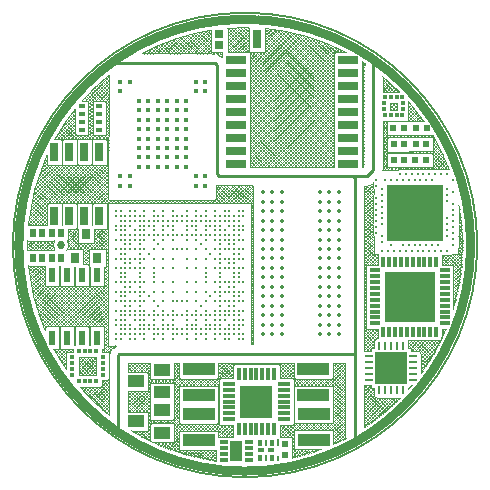
<source format=gtl>
G04*
G04 #@! TF.GenerationSoftware,Altium Limited,Altium Designer,22.6.1 (34)*
G04*
G04 Layer_Physical_Order=1*
G04 Layer_Color=255*
%FSLAX44Y44*%
%MOMM*%
G71*
G04*
G04 #@! TF.SameCoordinates,74DF644D-C5CC-47E8-8FD8-F3D1935BC2B4*
G04*
G04*
G04 #@! TF.FilePolarity,Positive*
G04*
G01*
G75*
%ADD11C,0.1000*%
%ADD12C,0.2000*%
%ADD13C,0.2540*%
%ADD17R,0.8500X0.3000*%
%ADD18R,0.3000X0.8500*%
%ADD19R,4.2500X4.2500*%
%ADD20R,1.8000X0.7000*%
%ADD21R,1.8000X0.8000*%
%ADD22C,0.2000*%
%ADD23R,4.7500X4.7500*%
%ADD24R,0.5000X0.4000*%
%ADD25R,0.3000X0.3500*%
%ADD26R,0.3500X0.3000*%
%ADD27R,2.7000X1.0000*%
%ADD28R,0.6300X0.3500*%
%ADD29R,0.3000X0.5800*%
%ADD30R,0.2500X0.5800*%
%ADD31R,1.0000X1.7000*%
%ADD32R,0.7000X0.3000*%
%ADD33R,1.0000X0.3000*%
%ADD34R,0.3000X1.0000*%
%ADD35R,2.8000X2.8000*%
%ADD36R,0.6000X0.5000*%
%ADD37C,0.3500*%
%ADD38R,1.4000X1.0000*%
%ADD39R,0.5000X0.6000*%
%ADD40R,0.6500X1.5250*%
%ADD41R,0.8000X0.9000*%
%ADD42C,0.6900*%
%ADD43R,0.5000X0.7500*%
%ADD44R,0.6000X1.3000*%
%ADD45R,0.2393X0.7311*%
G04:AMPARAMS|DCode=46|XSize=0.7311mm|YSize=0.2393mm|CornerRadius=0.1196mm|HoleSize=0mm|Usage=FLASHONLY|Rotation=270.000|XOffset=0mm|YOffset=0mm|HoleType=Round|Shape=RoundedRectangle|*
%AMROUNDEDRECTD46*
21,1,0.7311,0.0000,0,0,270.0*
21,1,0.4918,0.2393,0,0,270.0*
1,1,0.2393,0.0000,-0.2459*
1,1,0.2393,0.0000,0.2459*
1,1,0.2393,0.0000,0.2459*
1,1,0.2393,0.0000,-0.2459*
%
%ADD46ROUNDEDRECTD46*%
G04:AMPARAMS|DCode=47|XSize=0.2393mm|YSize=0.7311mm|CornerRadius=0.1196mm|HoleSize=0mm|Usage=FLASHONLY|Rotation=270.000|XOffset=0mm|YOffset=0mm|HoleType=Round|Shape=RoundedRectangle|*
%AMROUNDEDRECTD47*
21,1,0.2393,0.4918,0,0,270.0*
21,1,0.0000,0.7311,0,0,270.0*
1,1,0.2393,-0.2459,0.0000*
1,1,0.2393,-0.2459,0.0000*
1,1,0.2393,0.2459,0.0000*
1,1,0.2393,0.2459,0.0000*
%
%ADD47ROUNDEDRECTD47*%
%ADD48R,0.3000X0.4500*%
%ADD49R,0.4500X0.3000*%
%ADD50C,0.2125*%
%ADD51C,0.3825*%
%ADD52R,0.8000X0.6500*%
%ADD53R,0.8000X1.6000*%
%ADD77R,2.7500X2.7500*%
%ADD81C,0.1030*%
%ADD82C,0.2540*%
%ADD83C,0.8000*%
%ADD84C,0.6000*%
%ADD85C,0.5000*%
%ADD86C,0.1500*%
D11*
X807547Y704622D02*
G03*
X807547Y702122I3578J-1250D01*
G01*
X808958Y713981D02*
G03*
X807547Y709622I2167J-3109D01*
G01*
Y699622D02*
G03*
X807547Y697122I3578J-1250D01*
G01*
Y702122D02*
G03*
X807547Y699622I3578J-1250D01*
G01*
Y707122D02*
G03*
X807547Y704622I3578J-1250D01*
G01*
Y709622D02*
G03*
X807547Y707122I3578J-1250D01*
G01*
Y697122D02*
G03*
X807547Y694622I3578J-1250D01*
G01*
Y692122D02*
G03*
X807547Y689622I3578J-1250D01*
G01*
Y694622D02*
G03*
X807547Y692122I3578J-1250D01*
G01*
X808958Y713981D02*
G03*
X806046Y715880I-102112J-153367D01*
G01*
X807547Y682122D02*
G03*
X807547Y679622I3578J-1250D01*
G01*
Y684622D02*
G03*
X807547Y682122I3578J-1250D01*
G01*
Y677122D02*
G03*
X807547Y674622I3578J-1250D01*
G01*
Y679622D02*
G03*
X807547Y677122I3578J-1250D01*
G01*
Y687122D02*
G03*
X807547Y684622I3578J-1250D01*
G01*
Y689622D02*
G03*
X807547Y687122I3578J-1250D01*
G01*
Y674622D02*
G03*
X807547Y672122I3578J-1250D01*
G01*
Y669622D02*
G03*
X807547Y667122I3578J-1250D01*
G01*
Y672122D02*
G03*
X807547Y669622I3578J-1250D01*
G01*
X792215Y723894D02*
G03*
X724080Y744057I-85370J-163280D01*
G01*
X807547Y659622D02*
G03*
X807547Y657122I3578J-1250D01*
G01*
Y662122D02*
G03*
X807547Y659622I3578J-1250D01*
G01*
Y654622D02*
G03*
X807547Y652122I3578J-1250D01*
G01*
Y657122D02*
G03*
X807547Y654622I3578J-1250D01*
G01*
Y664622D02*
G03*
X807547Y662122I3578J-1250D01*
G01*
Y667122D02*
G03*
X807547Y664622I3578J-1250D01*
G01*
Y652122D02*
G03*
X807547Y649622I3578J-1250D01*
G01*
D02*
G03*
X807547Y647122I3578J-1250D01*
G01*
Y637122D02*
G03*
X807547Y634622I3578J-1250D01*
G01*
Y639622D02*
G03*
X807547Y637122I3578J-1250D01*
G01*
Y632122D02*
G03*
X807547Y629622I3578J-1250D01*
G01*
Y634622D02*
G03*
X807547Y632122I3578J-1250D01*
G01*
Y644622D02*
G03*
X807547Y642122I3578J-1250D01*
G01*
Y647122D02*
G03*
X807547Y644622I3578J-1250D01*
G01*
Y642122D02*
G03*
X807547Y639622I3578J-1250D01*
G01*
Y629622D02*
G03*
X807609Y626958I3578J-1250D01*
G01*
Y626958D02*
G03*
X806046Y626873I-578J-3746D01*
G01*
X760781Y626791D02*
G03*
X758281Y626791I-1250J-3578D01*
G01*
D02*
G03*
X755781Y626791I-1250J-3578D01*
G01*
X765781D02*
G03*
X763281Y626791I-1250J-3578D01*
G01*
D02*
G03*
X760781Y626791I-1250J-3578D01*
G01*
X778281D02*
G03*
X775781Y626791I-1250J-3578D01*
G01*
D02*
G03*
X773281Y626791I-1250J-3578D01*
G01*
X781966Y627002D02*
G03*
X780781Y626791I65J-3789D01*
G01*
D02*
G03*
X778281Y626791I-1250J-3578D01*
G01*
X770781D02*
G03*
X768281Y626791I-1250J-3578D01*
G01*
D02*
G03*
X765781Y626791I-1250J-3578D01*
G01*
X773281D02*
G03*
X770781Y626791I-1250J-3578D01*
G01*
X733281D02*
G03*
X730781Y626791I-1250J-3578D01*
G01*
D02*
G03*
X728281Y626791I-1250J-3578D01*
G01*
X738281D02*
G03*
X735781Y626791I-1250J-3578D01*
G01*
D02*
G03*
X733281Y626791I-1250J-3578D01*
G01*
X725781D02*
G03*
X723281Y626791I-1250J-3578D01*
G01*
D02*
G03*
X720781Y626791I-1250J-3578D01*
G01*
X728281D02*
G03*
X725781Y626791I-1250J-3578D01*
G01*
X750781D02*
G03*
X748281Y626791I-1250J-3578D01*
G01*
D02*
G03*
X745781Y626791I-1250J-3578D01*
G01*
X755781D02*
G03*
X753281Y626791I-1250J-3578D01*
G01*
D02*
G03*
X750781Y626791I-1250J-3578D01*
G01*
X743281D02*
G03*
X740781Y626791I-1250J-3578D01*
G01*
D02*
G03*
X738281Y626791I-1250J-3578D01*
G01*
X745781D02*
G03*
X743281Y626791I-1250J-3578D01*
G01*
X710000Y744838D02*
G03*
X692080Y744272I-3154J-184224D01*
G01*
X678000Y742593D02*
G03*
X619761Y722986I28846J-181979D01*
G01*
X653980Y722803D02*
G03*
X651480Y722803I-1250J-3578D01*
G01*
D02*
G03*
X648980Y722803I-1250J-3578D01*
G01*
X658980D02*
G03*
X656480Y722803I-1250J-3578D01*
G01*
D02*
G03*
X653980Y722803I-1250J-3578D01*
G01*
X641480D02*
G03*
X638980Y722803I-1250J-3578D01*
G01*
D02*
G03*
X636480Y722803I-1250J-3578D01*
G01*
X646480D02*
G03*
X643980Y722803I-1250J-3578D01*
G01*
D02*
G03*
X641480Y722803I-1250J-3578D01*
G01*
X671480D02*
G03*
X668980Y722803I-1250J-3578D01*
G01*
D02*
G03*
X666480Y722803I-1250J-3578D01*
G01*
X676480D02*
G03*
X673980Y722803I-1250J-3578D01*
G01*
D02*
G03*
X671480Y722803I-1250J-3578D01*
G01*
X663980D02*
G03*
X661480Y722803I-1250J-3578D01*
G01*
D02*
G03*
X658980Y722803I-1250J-3578D01*
G01*
X666480D02*
G03*
X663980Y722803I-1250J-3578D01*
G01*
X631480D02*
G03*
X628980Y722803I-1250J-3578D01*
G01*
D02*
G03*
X626480Y722803I-1250J-3578D01*
G01*
X636480D02*
G03*
X633980Y722803I-1250J-3578D01*
G01*
D02*
G03*
X631480Y722803I-1250J-3578D01*
G01*
X623980D02*
G03*
X621480Y722803I-1250J-3578D01*
G01*
D02*
G03*
X619761Y722986I-1250J-3578D01*
G01*
X626480Y722803D02*
G03*
X623980Y722803I-1250J-3578D01*
G01*
X648980D02*
G03*
X646480Y722803I-1250J-3578D01*
G01*
X679986Y722270D02*
G03*
X676480Y722803I-2256J-3045D01*
G01*
X686966Y719956D02*
G03*
X685747Y720043I-878J-3687D01*
G01*
X685747Y720043D02*
G03*
X679986Y722270I-3672J-937D01*
G01*
X720781Y626791D02*
G03*
X718281Y626791I-1250J-3578D01*
G01*
D02*
G03*
X715781Y626791I-1250J-3578D01*
G01*
X713281D02*
G03*
X711046Y626872I-1250J-3578D01*
G01*
X715781Y626791D02*
G03*
X713281Y626791I-1250J-3578D01*
G01*
X806046Y695738D02*
X807518Y697210D01*
X806046Y698674D02*
X807522Y697198D01*
X806046Y695846D02*
X807480Y694411D01*
X806046Y693017D02*
X807415Y691648D01*
X806046Y692909D02*
X807455Y694319D01*
X806046Y690081D02*
X807373Y691408D01*
X806046Y715645D02*
X808296Y713394D01*
X806046Y712816D02*
X807384Y711478D01*
X806046Y712708D02*
X807971Y714633D01*
X806046Y709988D02*
X807348Y708686D01*
X806046Y709880D02*
X807348Y711182D01*
X806046Y707159D02*
X807335Y705870D01*
X806046Y707051D02*
X807335Y708341D01*
X806046Y701395D02*
X807389Y702737D01*
X806046Y704331D02*
X807351Y703026D01*
X806046Y698566D02*
X807445Y699966D01*
X806046Y701503D02*
X807406Y700142D01*
X806046Y704223D02*
X807351Y705528D01*
X806046Y702394D02*
Y710814D01*
Y691394D02*
Y699314D01*
Y673110D02*
X807542Y674606D01*
X806046Y676047D02*
X807528Y674565D01*
X806046Y673218D02*
X807453Y671811D01*
X806046Y670390D02*
X807395Y669041D01*
X806046Y670282D02*
X807417Y671653D01*
X806046Y667454D02*
X807355Y668763D01*
X806046Y687253D02*
X807339Y688546D01*
X806046Y690189D02*
X807368Y688867D01*
X806046Y684424D02*
X807338Y685717D01*
X806046Y687360D02*
X807340Y686066D01*
X806046Y688314D02*
Y691394D01*
Y688314D02*
Y691394D01*
Y684532D02*
X807338Y683240D01*
X806046Y678767D02*
X807409Y680130D01*
X806046Y681704D02*
X807367Y680383D01*
X806046Y675939D02*
X807472Y677365D01*
X806046Y678875D02*
X807442Y677479D01*
X806046Y681596D02*
X807363Y682913D01*
X806046Y680394D02*
Y688314D01*
Y677314D02*
Y680394D01*
X754925Y738481D02*
X781966Y711440D01*
X751109Y739469D02*
X781966Y708612D01*
X781166Y729211D02*
X786483Y723894D01*
X776259Y731290D02*
X783654Y723894D01*
X762947Y736116D02*
X781966Y717097D01*
X758866Y737369D02*
X781966Y714269D01*
X771614Y733106D02*
X781966Y722754D01*
X767188Y734704D02*
X781966Y719926D01*
X730233Y743374D02*
X781966Y691641D01*
X727022Y743757D02*
X781966Y688813D01*
X736861Y742404D02*
X781966Y697298D01*
X733511Y742925D02*
X781966Y694470D01*
X743800Y741121D02*
X781966Y702955D01*
X740288Y741804D02*
X781966Y700127D01*
X747404Y740345D02*
X781966Y705784D01*
X724080Y729737D02*
X736763Y742420D01*
X724080Y724080D02*
X741564Y741564D01*
X724080Y726908D02*
X739177Y742006D01*
X724080Y738222D02*
X729344Y743486D01*
X724080Y741050D02*
X726809Y743780D01*
X724080Y732565D02*
X734320Y742805D01*
X724080Y735394D02*
X731847Y743161D01*
X724080Y735385D02*
X781966Y677499D01*
X724080Y738214D02*
X781966Y680328D01*
X724080Y729729D02*
X781966Y671843D01*
X724080Y732557D02*
X781966Y674671D01*
X724080Y743871D02*
X781966Y685985D01*
X724080Y723782D02*
Y744057D01*
Y741042D02*
X781966Y683156D01*
X806046Y710814D02*
Y713394D01*
Y715880D01*
Y699314D02*
Y702394D01*
Y710814D02*
Y713394D01*
X786401Y726805D02*
X789311Y723894D01*
X783291D02*
X786266Y726869D01*
X788948Y723894D02*
X790058Y725004D01*
X786119Y723894D02*
X788171Y725946D01*
X806046Y677314D02*
Y680394D01*
Y699314D02*
Y702394D01*
Y666314D02*
Y669394D01*
Y677314D01*
X781966Y669394D02*
Y677314D01*
Y680394D01*
Y666314D02*
Y669394D01*
Y723894D02*
X792215D01*
X781966Y722569D02*
X783291Y723894D01*
X781966Y699314D02*
Y702394D01*
Y710814D01*
Y713394D01*
Y723894D01*
Y710814D02*
Y713394D01*
Y688314D02*
Y691394D01*
X724080Y726900D02*
X781966Y669014D01*
Y677314D02*
Y680394D01*
Y688314D01*
Y691394D02*
Y699314D01*
Y702394D01*
Y688314D02*
Y691394D01*
X806046Y653419D02*
X807497Y651968D01*
X806046Y653311D02*
X807500Y654766D01*
X806046Y650483D02*
X807483Y651920D01*
X806046Y650591D02*
X807429Y649208D01*
X806046Y647763D02*
X807377Y646432D01*
X806046Y647655D02*
X807387Y648996D01*
X806046Y644314D02*
Y647394D01*
Y661797D02*
X807345Y663096D01*
X806046Y667561D02*
X807355Y666253D01*
X806046Y658968D02*
X807379Y660301D01*
X806046Y661905D02*
X807345Y660606D01*
X806046Y658394D02*
Y666314D01*
Y669394D01*
Y664733D02*
X807336Y663443D01*
X806046Y664625D02*
X807336Y665915D01*
X806046Y656140D02*
X807431Y657525D01*
X806046Y659076D02*
X807390Y657733D01*
X806046Y647394D02*
Y655314D01*
Y656248D02*
X807489Y654805D01*
X806046Y655314D02*
Y658394D01*
Y655314D02*
Y658394D01*
X754273Y626994D02*
X781966Y654687D01*
X806046Y630684D02*
X807531Y632169D01*
X806046Y630792D02*
X807469Y629369D01*
X806046Y627856D02*
X807438Y629248D01*
X806046Y627964D02*
X807007Y627003D01*
X806046Y626873D02*
Y633314D01*
Y627963D02*
X807007Y627003D01*
X806046Y644934D02*
X807345Y643636D01*
X806046Y644826D02*
X807344Y646124D01*
X806046Y639277D02*
X807357Y637966D01*
X806046Y639169D02*
X807356Y640479D01*
X806046Y641998D02*
X807336Y643288D01*
X806046Y644314D02*
Y647394D01*
Y642106D02*
X807336Y640816D01*
X806046Y636449D02*
X807420Y635075D01*
X806046Y636341D02*
X807397Y637692D01*
X806046Y633620D02*
X807546Y632120D01*
X806046Y633513D02*
X807456Y634923D01*
X806046Y633314D02*
Y635894D01*
Y644314D01*
Y633314D02*
Y635894D01*
X781966Y644314D02*
Y647394D01*
Y655314D01*
Y635894D02*
Y644314D01*
Y647394D01*
Y658394D02*
Y666314D01*
Y669394D01*
Y655314D02*
Y658394D01*
Y655314D02*
Y658394D01*
X765475Y626883D02*
X781966Y643374D01*
X762706Y626942D02*
X781966Y646202D01*
X771148Y626898D02*
X781966Y637717D01*
X768229Y626808D02*
X781966Y640545D01*
Y633314D02*
Y635894D01*
X759918Y626983D02*
X781966Y649030D01*
Y633314D02*
Y635894D01*
X737301Y626993D02*
X781966Y671658D01*
X731633Y626982D02*
X781966Y677315D01*
X757109Y627002D02*
X781966Y651859D01*
X740097Y626960D02*
X781966Y668829D01*
X724080Y724072D02*
X781966Y666186D01*
X721541Y723782D02*
X781966Y663357D01*
X734482Y627002D02*
X781966Y674486D01*
X725788Y626793D02*
X781966Y682971D01*
X723034Y626868D02*
X781966Y685800D01*
X748475Y626853D02*
X781966Y660344D01*
X745632Y626839D02*
X781966Y663173D01*
X742873Y626908D02*
X781966Y666001D01*
X728743Y626920D02*
X781966Y680143D01*
X751400Y626950D02*
X781966Y657516D01*
Y627002D02*
Y633314D01*
X774050Y626972D02*
X781966Y634888D01*
X779732Y626997D02*
X781966Y629231D01*
X776907Y627001D02*
X781966Y632060D01*
X700566Y744758D02*
X710000Y735323D01*
X697850Y744645D02*
X710000Y732495D01*
X695172Y744495D02*
X710000Y729667D01*
X692530Y744308D02*
X710000Y726838D01*
X708956Y744853D02*
X710000Y743809D01*
X706117Y744863D02*
X710000Y740980D01*
X703321Y744831D02*
X710000Y738152D01*
X692080Y736362D02*
Y744272D01*
X710000Y723894D02*
Y744838D01*
X692080Y741929D02*
X710000Y724009D01*
X695610Y723894D02*
X710000Y738284D01*
X692781Y723894D02*
X710000Y741113D01*
X692080Y741930D02*
X710000Y724010D01*
X692080Y726021D02*
X710000Y743941D01*
X692080Y739101D02*
X707287Y723894D01*
X692080Y734506D02*
X702384Y744811D01*
X692080Y740163D02*
X696490Y744574D01*
X692080Y737335D02*
X699462Y744717D01*
X692080Y742992D02*
X693467Y744378D01*
X678000Y736362D02*
Y742593D01*
X674955Y742084D02*
X678000Y739039D01*
X672563Y741647D02*
X678000Y736210D01*
X692080Y731678D02*
X705260Y744858D01*
X692080Y728849D02*
X708091Y744861D01*
X660753Y722978D02*
X678000Y740225D01*
X667860Y740693D02*
X678000Y730554D01*
X665548Y740177D02*
X678000Y727725D01*
X663261Y739636D02*
X678000Y724897D01*
X701267Y723894D02*
X710000Y732627D01*
X698438Y723894D02*
X710000Y735456D01*
X704095Y723894D02*
X710000Y729799D01*
X692080Y723894D02*
X710000D01*
X692080Y730616D02*
X698802Y723894D01*
X692080D02*
Y733282D01*
Y724959D02*
X693145Y723894D01*
X692080Y727787D02*
X695973Y723894D01*
X710228Y723782D02*
X711046Y722964D01*
X710000Y723782D02*
X711046D01*
X724080D01*
X710227D02*
X711046Y722963D01*
X706924Y723894D02*
X710000Y726971D01*
X704095Y723894D02*
X710000Y729799D01*
Y723894D02*
X711046D01*
X692080Y733282D02*
Y736362D01*
Y733282D02*
Y736362D01*
Y733444D02*
X701630Y723894D01*
X692080Y736273D02*
X704458Y723894D01*
X678000Y733282D02*
Y736362D01*
Y733282D02*
Y736362D01*
Y723782D02*
Y733282D01*
Y724897D02*
X679115Y723782D01*
X666294Y722862D02*
X678000Y734568D01*
Y723782D02*
X686966D01*
X677760Y723015D02*
X678527Y723782D01*
X672040Y722951D02*
X678000Y728912D01*
X663532Y722929D02*
X678000Y737397D01*
X674919Y723002D02*
X678000Y726083D01*
X677375Y742493D02*
X678000Y741867D01*
X657954Y723008D02*
X677451Y742505D01*
X670199Y741183D02*
X678000Y733382D01*
X655131Y723013D02*
X674038Y741920D01*
X652277Y722988D02*
X670543Y741253D01*
X652185Y736570D02*
X665780Y722974D01*
X650038Y735889D02*
X662916Y723010D01*
X647912Y735185D02*
X660086Y723012D01*
X660999Y739070D02*
X677105Y722963D01*
X658760Y738480D02*
X674333Y722907D01*
X669104Y722844D02*
X678000Y731740D01*
X656546Y737866D02*
X671577Y722835D01*
X649379Y722918D02*
X666956Y740495D01*
X646447Y722814D02*
X663271Y739638D01*
X654354Y737229D02*
X668693Y722890D01*
X638140Y722992D02*
X651505Y736357D01*
X635332Y723013D02*
X647295Y734976D01*
X645808Y734461D02*
X657281Y722988D01*
X635596Y730531D02*
X643134Y722993D01*
X632498Y723008D02*
X642905Y733414D01*
X629629Y722967D02*
X638303Y731641D01*
X633613Y729686D02*
X640285Y723014D01*
X631649Y728822D02*
X637465Y723006D01*
X643694Y722890D02*
X659476Y738671D01*
X640926Y722950D02*
X655559Y737583D01*
X643725Y733716D02*
X654498Y722943D01*
X641663Y732950D02*
X651732Y722881D01*
X639621Y732163D02*
X648981Y722803D01*
X637599Y731357D02*
X646025Y722930D01*
X626708Y722874D02*
X633448Y729614D01*
X629704Y727938D02*
X634669Y722973D01*
X623851Y722845D02*
X628280Y727275D01*
X627777Y727037D02*
X631893Y722921D01*
X625869Y726116D02*
X629133Y722852D01*
X623979Y725178D02*
X626295Y722862D01*
X621092Y722915D02*
X622710Y724533D01*
X622106Y724222D02*
X623368Y722961D01*
X711046Y654478D02*
X784343Y727774D01*
X711046Y657306D02*
X782401Y728661D01*
X713056Y723782D02*
X781966Y654872D01*
X711046Y722964D02*
X781966Y652044D01*
X711046Y660135D02*
X780440Y729529D01*
X711046Y662963D02*
X778461Y730378D01*
X718713Y723782D02*
X781966Y660529D01*
X715884Y723782D02*
X781966Y657701D01*
X711046Y717307D02*
X781966Y646386D01*
X711046Y648821D02*
X781966Y719741D01*
X711046Y714478D02*
X781966Y643558D01*
X711046Y645992D02*
X781966Y716912D01*
X711046Y651649D02*
X781966Y722569D01*
X711046Y722963D02*
X781966Y652043D01*
X711046Y720135D02*
X781966Y649215D01*
X711046Y691247D02*
X757550Y737751D01*
X711046Y694075D02*
X755339Y738369D01*
X711046Y685590D02*
X761902Y736447D01*
X711046Y688419D02*
X759737Y737110D01*
X711046Y702561D02*
X748565Y740079D01*
X711046Y705389D02*
X746257Y740600D01*
X711046Y696904D02*
X753105Y738963D01*
X711046Y699732D02*
X750847Y739534D01*
X711046Y671448D02*
X772405Y732807D01*
X711046Y674277D02*
X770346Y733577D01*
X711046Y665791D02*
X776462Y731207D01*
X711046Y668620D02*
X774443Y732017D01*
X711046Y679933D02*
X766167Y735054D01*
X711046Y682762D02*
X764045Y735761D01*
X711046Y677105D02*
X768267Y734326D01*
X714681Y627000D02*
X781966Y694285D01*
X711851Y626998D02*
X781966Y697113D01*
X717485Y626975D02*
X781966Y691457D01*
X711046Y683365D02*
X767430Y626982D01*
X711046Y677709D02*
X761761Y626993D01*
X711046Y680537D02*
X764581Y627002D01*
X711046Y660738D02*
X744790Y626994D01*
X711046Y674880D02*
X758966Y626960D01*
X720268Y626930D02*
X781966Y688628D01*
X711046Y689022D02*
X773276Y626792D01*
X711046Y672052D02*
X756190Y626908D01*
X711046Y686194D02*
X770320Y626920D01*
X711046Y666395D02*
X750589Y626852D01*
X711046Y669223D02*
X753430Y626839D01*
X711046Y663567D02*
X747663Y626950D01*
X711046Y637507D02*
X781966Y708427D01*
X711046Y708821D02*
X781966Y637901D01*
X711046Y634679D02*
X781966Y705599D01*
X711046Y705993D02*
X781966Y635073D01*
X711046Y711650D02*
X781966Y640730D01*
X711046Y643164D02*
X781966Y714084D01*
X711046Y640336D02*
X781966Y711256D01*
X711046Y631850D02*
X781966Y702770D01*
X711046Y703164D02*
X781966Y632244D01*
X711046Y629022D02*
X781966Y699942D01*
X711046Y700336D02*
X781966Y629416D01*
X711046Y694679D02*
X778795Y626931D01*
X711046Y697508D02*
X781578Y626976D01*
X711046Y691851D02*
X776029Y626868D01*
X711046Y719531D02*
X715297Y723782D01*
X711046Y722360D02*
X712468Y723782D01*
X711046Y711046D02*
X723782Y723782D01*
X711046Y713874D02*
X720954Y723782D01*
X711046Y710814D02*
Y713394D01*
Y723782D01*
Y702394D02*
Y710814D01*
Y713394D01*
Y688314D02*
Y691394D01*
Y688314D02*
Y691394D01*
Y677314D02*
Y680394D01*
Y688314D01*
Y699314D02*
Y702394D01*
Y699314D02*
Y702394D01*
Y691394D02*
Y699314D01*
X681943Y723782D02*
X682925Y722800D01*
X679903Y722329D02*
X681356Y723782D01*
X684883Y721652D02*
X686966Y723735D01*
X683145Y722743D02*
X684184Y723782D01*
X679115D02*
X680393Y722504D01*
X711046Y708218D02*
X743924Y741096D01*
X686966Y719956D02*
Y723782D01*
X711046Y716703D02*
X718125Y723782D01*
X684772D02*
X686966Y721588D01*
X686118Y720059D02*
X686966Y720907D01*
X711046Y638111D02*
X722156Y627001D01*
X711046Y640939D02*
X725013Y626972D01*
X711046Y632454D02*
X716530Y626969D01*
X711046Y635282D02*
X719331Y626997D01*
X711046Y633314D02*
Y635894D01*
Y644314D01*
Y629626D02*
X713750Y626922D01*
X711046Y633314D02*
Y635894D01*
Y643768D02*
X727916Y626898D01*
X711046Y646596D02*
X730833Y626809D01*
X711046Y626872D02*
Y633314D01*
Y658394D02*
Y666314D01*
Y669394D01*
Y655314D02*
Y658394D01*
Y655314D02*
Y658394D01*
Y669394D02*
Y677314D01*
Y680394D01*
Y666314D02*
Y669394D01*
Y655081D02*
X739144Y626983D01*
X711046Y657910D02*
X741954Y627002D01*
X711046Y649425D02*
X733587Y626883D01*
X711046Y652253D02*
X736357Y626942D01*
X711046Y644314D02*
Y647394D01*
Y655314D01*
Y644314D02*
Y647394D01*
D12*
X903478Y560832D02*
G03*
X903478Y560832I-196596J0D01*
G01*
D13*
X600437Y468140D02*
X601181Y468884D01*
X599693Y467396D02*
X600437Y468140D01*
X799556Y392212D02*
Y468884D01*
X599693Y400948D02*
Y467396D01*
X597154Y715046D02*
X681482D01*
X601181Y468884D02*
X799556D01*
Y617546D01*
X682970Y620522D02*
X684458Y619034D01*
X682970Y620522D02*
Y713558D01*
X682226Y714302D02*
X682970Y713558D01*
X681482Y715046D02*
X682226Y714302D01*
X684458Y619034D02*
X798068D01*
X799556Y617546D01*
X815304Y624114D02*
Y714756D01*
X798068Y619034D02*
X810224D01*
X815304Y624114D01*
D17*
X816792Y539426D02*
D03*
Y534426D02*
D03*
Y529426D02*
D03*
Y524426D02*
D03*
Y519426D02*
D03*
Y514426D02*
D03*
Y509426D02*
D03*
Y504426D02*
D03*
Y499426D02*
D03*
Y494426D02*
D03*
X875792D02*
D03*
Y499426D02*
D03*
Y504426D02*
D03*
Y509426D02*
D03*
Y514426D02*
D03*
Y519426D02*
D03*
Y524426D02*
D03*
Y529426D02*
D03*
Y534426D02*
D03*
Y539426D02*
D03*
D18*
X823792Y487426D02*
D03*
X828792D02*
D03*
X833792D02*
D03*
X838792D02*
D03*
X843792D02*
D03*
X848792D02*
D03*
X853792D02*
D03*
X858792D02*
D03*
X863792D02*
D03*
X868792D02*
D03*
Y546426D02*
D03*
X863792D02*
D03*
X858792D02*
D03*
X853792D02*
D03*
X848792D02*
D03*
X843792D02*
D03*
X838792D02*
D03*
X833792D02*
D03*
X828792D02*
D03*
X823792D02*
D03*
D19*
X846292Y516926D02*
D03*
D20*
X794006Y629354D02*
D03*
Y717354D02*
D03*
X699006D02*
D03*
Y629354D02*
D03*
D21*
X794006Y640354D02*
D03*
Y651354D02*
D03*
Y662354D02*
D03*
Y673354D02*
D03*
Y684354D02*
D03*
Y695354D02*
D03*
Y706354D02*
D03*
X699006D02*
D03*
Y695354D02*
D03*
Y684354D02*
D03*
Y673354D02*
D03*
Y662354D02*
D03*
Y651354D02*
D03*
Y640354D02*
D03*
D22*
X817892Y590764D02*
D03*
Y595764D02*
D03*
Y600764D02*
D03*
Y610764D02*
D03*
Y615764D02*
D03*
Y585764D02*
D03*
Y580764D02*
D03*
Y575764D02*
D03*
Y570764D02*
D03*
X877892Y568264D02*
D03*
Y573264D02*
D03*
Y578264D02*
D03*
Y583264D02*
D03*
Y608264D02*
D03*
Y603264D02*
D03*
Y598264D02*
D03*
X822892Y563264D02*
D03*
Y568264D02*
D03*
Y578264D02*
D03*
Y583264D02*
D03*
Y608264D02*
D03*
Y603264D02*
D03*
Y598264D02*
D03*
Y593264D02*
D03*
Y588264D02*
D03*
X882892Y615764D02*
D03*
Y605764D02*
D03*
Y595764D02*
D03*
Y590764D02*
D03*
Y560764D02*
D03*
Y565764D02*
D03*
Y570764D02*
D03*
Y575764D02*
D03*
Y580764D02*
D03*
Y585764D02*
D03*
X850392Y615764D02*
D03*
X845392D02*
D03*
X840392D02*
D03*
X835392D02*
D03*
X830392D02*
D03*
X825392D02*
D03*
X855392D02*
D03*
X860392D02*
D03*
X865392D02*
D03*
X850392Y560764D02*
D03*
X855392D02*
D03*
X860392D02*
D03*
X865392D02*
D03*
X870392D02*
D03*
X845392D02*
D03*
X840392D02*
D03*
X830392D02*
D03*
X877892Y555764D02*
D03*
X872892D02*
D03*
X867892D02*
D03*
X862892D02*
D03*
X857892D02*
D03*
X822892D02*
D03*
X827892D02*
D03*
X837892D02*
D03*
X842892D02*
D03*
X847892D02*
D03*
X852892D02*
D03*
X837892Y620764D02*
D03*
X842892D02*
D03*
X847892D02*
D03*
X877892D02*
D03*
X872892D02*
D03*
X867892D02*
D03*
X862892D02*
D03*
X857892D02*
D03*
X852892D02*
D03*
X832892Y555764D02*
D03*
D23*
X850392Y588264D02*
D03*
D24*
X568536Y678060D02*
D03*
Y671560D02*
D03*
Y665060D02*
D03*
Y658560D02*
D03*
X583536D02*
D03*
Y665060D02*
D03*
Y671560D02*
D03*
Y678060D02*
D03*
D25*
X825152Y670560D02*
D03*
X830152D02*
D03*
X835152D02*
D03*
X840152D02*
D03*
Y685810D02*
D03*
X835152D02*
D03*
X830152D02*
D03*
X825152D02*
D03*
D26*
X840402Y675685D02*
D03*
Y680685D02*
D03*
X824652D02*
D03*
Y675685D02*
D03*
D27*
X765302Y395908D02*
D03*
Y417908D02*
D03*
X764794Y455500D02*
D03*
Y433500D02*
D03*
X667766Y395654D02*
D03*
Y417654D02*
D03*
Y455422D02*
D03*
Y433422D02*
D03*
D28*
X728980Y386842D02*
D03*
X720280D02*
D03*
D29*
X729630Y380492D02*
D03*
X719630D02*
D03*
Y393192D02*
D03*
X729630D02*
D03*
D30*
X724630Y380492D02*
D03*
Y393192D02*
D03*
D31*
X699516Y386588D02*
D03*
D32*
X689016Y379088D02*
D03*
Y384088D02*
D03*
Y389088D02*
D03*
Y394088D02*
D03*
X710016D02*
D03*
Y389088D02*
D03*
Y384088D02*
D03*
Y379088D02*
D03*
D33*
X693034Y443244D02*
D03*
Y438244D02*
D03*
Y433244D02*
D03*
Y428244D02*
D03*
Y423244D02*
D03*
Y418244D02*
D03*
Y413244D02*
D03*
X740034D02*
D03*
Y418244D02*
D03*
Y423244D02*
D03*
Y428244D02*
D03*
Y433244D02*
D03*
Y438244D02*
D03*
Y443244D02*
D03*
D34*
X701534Y404744D02*
D03*
X706534D02*
D03*
X711534D02*
D03*
X716534D02*
D03*
X721534D02*
D03*
X726534D02*
D03*
X731534D02*
D03*
Y451744D02*
D03*
X726534D02*
D03*
X721534D02*
D03*
X716534D02*
D03*
X711534D02*
D03*
X706534D02*
D03*
X701534D02*
D03*
D35*
X716534Y428244D02*
D03*
D36*
X740410Y383358D02*
D03*
Y392358D02*
D03*
D37*
X786088Y485434D02*
D03*
X778088D02*
D03*
X770088D02*
D03*
X738088D02*
D03*
X730088D02*
D03*
X722088D02*
D03*
X786088Y493434D02*
D03*
X778088D02*
D03*
X770088D02*
D03*
X738088D02*
D03*
X730088D02*
D03*
X722088D02*
D03*
X786088Y501434D02*
D03*
X778088D02*
D03*
X770088D02*
D03*
X738088D02*
D03*
X730088D02*
D03*
X722088D02*
D03*
X786088Y509434D02*
D03*
X778088D02*
D03*
X770088D02*
D03*
X738088D02*
D03*
X730088D02*
D03*
X722088D02*
D03*
X786088Y517434D02*
D03*
X778088D02*
D03*
X770088D02*
D03*
X738088D02*
D03*
X730088D02*
D03*
X722088D02*
D03*
X786088Y525434D02*
D03*
X778088D02*
D03*
X770088D02*
D03*
X738088D02*
D03*
X730088D02*
D03*
X722088D02*
D03*
X786088Y533434D02*
D03*
X778088D02*
D03*
X770088D02*
D03*
X738088D02*
D03*
X730088D02*
D03*
X722088D02*
D03*
X786088Y541434D02*
D03*
X778088D02*
D03*
X770088D02*
D03*
X738088D02*
D03*
X730088D02*
D03*
X722088D02*
D03*
X786088Y549434D02*
D03*
X778088D02*
D03*
X770088D02*
D03*
X738088D02*
D03*
X730088D02*
D03*
X722088D02*
D03*
X786088Y557434D02*
D03*
X778088D02*
D03*
X770088D02*
D03*
X738088D02*
D03*
X730088D02*
D03*
X722088D02*
D03*
X786088Y565434D02*
D03*
X778088D02*
D03*
X770088D02*
D03*
X738088D02*
D03*
X730088D02*
D03*
X722088D02*
D03*
X786088Y573434D02*
D03*
X778088D02*
D03*
X770088D02*
D03*
X738088D02*
D03*
X730088D02*
D03*
X722088D02*
D03*
X786088Y581434D02*
D03*
X778088D02*
D03*
X770088D02*
D03*
X738088D02*
D03*
X730088D02*
D03*
X722088D02*
D03*
X786088Y589434D02*
D03*
X778088D02*
D03*
X770088D02*
D03*
X738088D02*
D03*
X730088D02*
D03*
X722088D02*
D03*
X786088Y597434D02*
D03*
X778088D02*
D03*
X770088D02*
D03*
X738088D02*
D03*
X730088D02*
D03*
X722088D02*
D03*
X786088Y605434D02*
D03*
X778088D02*
D03*
X770088D02*
D03*
X738088D02*
D03*
X730088D02*
D03*
X722088D02*
D03*
D38*
X636602Y436016D02*
D03*
Y455016D02*
D03*
X614602Y445516D02*
D03*
X636348Y401980D02*
D03*
Y420980D02*
D03*
X614348Y411480D02*
D03*
D39*
X851178Y633004D02*
D03*
X860178D02*
D03*
X832660Y632496D02*
D03*
X841660D02*
D03*
X832660Y645958D02*
D03*
X841660D02*
D03*
X851504Y659928D02*
D03*
X860504D02*
D03*
X832478Y659674D02*
D03*
X841478D02*
D03*
X851432Y646466D02*
D03*
X860432D02*
D03*
D40*
X545338Y585274D02*
D03*
X558038D02*
D03*
X570738D02*
D03*
X583438D02*
D03*
Y639514D02*
D03*
X570738D02*
D03*
X558038D02*
D03*
X545338D02*
D03*
D41*
X562762Y549976D02*
D03*
X581762D02*
D03*
X572262Y569976D02*
D03*
D42*
X551052Y560446D02*
D03*
D43*
X527052Y571246D02*
D03*
X543052D02*
D03*
X551052D02*
D03*
X535052D02*
D03*
X527052Y549946D02*
D03*
X543052D02*
D03*
X551052D02*
D03*
X535052D02*
D03*
D44*
X543270Y482298D02*
D03*
X555970D02*
D03*
X568670D02*
D03*
X581370D02*
D03*
Y535298D02*
D03*
X568670D02*
D03*
X555970D02*
D03*
X543270D02*
D03*
D45*
X840544Y475634D02*
D03*
D46*
X835544D02*
D03*
X830544D02*
D03*
X825544D02*
D03*
X820544D02*
D03*
Y437823D02*
D03*
X825544D02*
D03*
X830544D02*
D03*
X835544D02*
D03*
X840544D02*
D03*
D47*
X811638Y466728D02*
D03*
Y461728D02*
D03*
Y456728D02*
D03*
Y451728D02*
D03*
Y446728D02*
D03*
X849449D02*
D03*
Y451728D02*
D03*
Y456728D02*
D03*
Y461728D02*
D03*
Y466728D02*
D03*
D48*
X565996Y445502D02*
D03*
X570996D02*
D03*
X575996D02*
D03*
X580996D02*
D03*
Y471002D02*
D03*
X575996D02*
D03*
X570996D02*
D03*
X565996D02*
D03*
D49*
X586246Y450752D02*
D03*
Y455752D02*
D03*
Y460752D02*
D03*
Y465752D02*
D03*
X560746D02*
D03*
Y460752D02*
D03*
Y455752D02*
D03*
Y450752D02*
D03*
D50*
X597538Y589274D02*
D03*
X601538D02*
D03*
X609538D02*
D03*
X613538D02*
D03*
X621538D02*
D03*
X629538D02*
D03*
X637538D02*
D03*
X645538D02*
D03*
X657538D02*
D03*
X665538D02*
D03*
X673538D02*
D03*
X681538D02*
D03*
X689538D02*
D03*
X693538D02*
D03*
X701538D02*
D03*
X705538D02*
D03*
X597538Y585274D02*
D03*
X601538D02*
D03*
X605538D02*
D03*
X609538D02*
D03*
X613538D02*
D03*
X617538D02*
D03*
X621538D02*
D03*
X629538D02*
D03*
X633538D02*
D03*
X637538D02*
D03*
X645538D02*
D03*
X649538D02*
D03*
X653538D02*
D03*
X657538D02*
D03*
X665538D02*
D03*
X669538D02*
D03*
X673538D02*
D03*
X681538D02*
D03*
X685538D02*
D03*
X689538D02*
D03*
X693538D02*
D03*
X697538D02*
D03*
X701538D02*
D03*
X705538D02*
D03*
X601538Y581274D02*
D03*
X605538D02*
D03*
X609538D02*
D03*
X613538D02*
D03*
X617538D02*
D03*
X621538D02*
D03*
X625538D02*
D03*
X629538D02*
D03*
X633538D02*
D03*
X637538D02*
D03*
X641538D02*
D03*
X645538D02*
D03*
X649538D02*
D03*
X653538D02*
D03*
X657538D02*
D03*
X661538D02*
D03*
X665538D02*
D03*
X669538D02*
D03*
X673538D02*
D03*
X677538D02*
D03*
X681538D02*
D03*
X685538D02*
D03*
X689538D02*
D03*
X693538D02*
D03*
X697538D02*
D03*
X701538D02*
D03*
X597538Y577274D02*
D03*
X601538D02*
D03*
X605538D02*
D03*
X609538D02*
D03*
X617538D02*
D03*
X621538D02*
D03*
X625538D02*
D03*
X629538D02*
D03*
X637538D02*
D03*
X641538D02*
D03*
X645538D02*
D03*
X657538D02*
D03*
X661538D02*
D03*
X665538D02*
D03*
X673538D02*
D03*
X677538D02*
D03*
X681538D02*
D03*
X685538D02*
D03*
X693538D02*
D03*
X697538D02*
D03*
X701538D02*
D03*
X705538D02*
D03*
X597538Y573274D02*
D03*
X601538D02*
D03*
X605538D02*
D03*
X613538D02*
D03*
X617538D02*
D03*
X621538D02*
D03*
X629538D02*
D03*
X637538D02*
D03*
X645538D02*
D03*
X657538D02*
D03*
X665538D02*
D03*
X673538D02*
D03*
X681538D02*
D03*
X685538D02*
D03*
X689538D02*
D03*
X697538D02*
D03*
X701538D02*
D03*
X705538D02*
D03*
X601538Y569274D02*
D03*
X605538D02*
D03*
X609538D02*
D03*
X613538D02*
D03*
X617538D02*
D03*
X621538D02*
D03*
X625538D02*
D03*
X629538D02*
D03*
X633538D02*
D03*
X637538D02*
D03*
X641538D02*
D03*
X645538D02*
D03*
X649538D02*
D03*
X653538D02*
D03*
X657538D02*
D03*
X661538D02*
D03*
X665538D02*
D03*
X669538D02*
D03*
X673538D02*
D03*
X677538D02*
D03*
X681538D02*
D03*
X685538D02*
D03*
X689538D02*
D03*
X693538D02*
D03*
X697538D02*
D03*
X701538D02*
D03*
X597538Y565274D02*
D03*
X601538D02*
D03*
X605538D02*
D03*
X609538D02*
D03*
X613538D02*
D03*
X617538D02*
D03*
X621538D02*
D03*
X629538D02*
D03*
X637538D02*
D03*
X645538D02*
D03*
X657538D02*
D03*
X665538D02*
D03*
X673538D02*
D03*
X681538D02*
D03*
X685538D02*
D03*
X689538D02*
D03*
X693538D02*
D03*
X697538D02*
D03*
X701538D02*
D03*
X705538D02*
D03*
X605538Y561274D02*
D03*
X609538D02*
D03*
X617538D02*
D03*
X633538D02*
D03*
X669538D02*
D03*
X685538D02*
D03*
X693538D02*
D03*
X697538D02*
D03*
X597538Y557274D02*
D03*
X601538D02*
D03*
X605538D02*
D03*
X609538D02*
D03*
X613538D02*
D03*
X617538D02*
D03*
X621538D02*
D03*
X629538D02*
D03*
X637538D02*
D03*
X645538D02*
D03*
X649538D02*
D03*
X653538D02*
D03*
X657538D02*
D03*
X665538D02*
D03*
X673538D02*
D03*
X681538D02*
D03*
X685538D02*
D03*
X689538D02*
D03*
X693538D02*
D03*
X697538D02*
D03*
X701538D02*
D03*
X705538D02*
D03*
X601538Y553274D02*
D03*
X605538D02*
D03*
X617538D02*
D03*
X625538D02*
D03*
X677538D02*
D03*
X685538D02*
D03*
X697538D02*
D03*
X701538D02*
D03*
X597538Y549274D02*
D03*
X601538D02*
D03*
X605538D02*
D03*
X609538D02*
D03*
X613538D02*
D03*
X617538D02*
D03*
X621538D02*
D03*
X629538D02*
D03*
X637538D02*
D03*
X645538D02*
D03*
X657538D02*
D03*
X665538D02*
D03*
X673538D02*
D03*
X681538D02*
D03*
X685538D02*
D03*
X689538D02*
D03*
X693538D02*
D03*
X697538D02*
D03*
X701538D02*
D03*
X705538D02*
D03*
X605538Y545274D02*
D03*
X609538D02*
D03*
X617538D02*
D03*
X685538D02*
D03*
X693538D02*
D03*
X697538D02*
D03*
X597538Y541274D02*
D03*
X601538D02*
D03*
X605538D02*
D03*
X609538D02*
D03*
X613538D02*
D03*
X617538D02*
D03*
X621538D02*
D03*
X629538D02*
D03*
X637538D02*
D03*
X645538D02*
D03*
X657538D02*
D03*
X665538D02*
D03*
X673538D02*
D03*
X681538D02*
D03*
X685538D02*
D03*
X689538D02*
D03*
X693538D02*
D03*
X697538D02*
D03*
X701538D02*
D03*
X705538D02*
D03*
X601538Y537274D02*
D03*
X605538D02*
D03*
X617538D02*
D03*
X629538D02*
D03*
X673538D02*
D03*
X685538D02*
D03*
X697538D02*
D03*
X701538D02*
D03*
X601538Y533274D02*
D03*
X605538D02*
D03*
X617538D02*
D03*
X629538D02*
D03*
X673538D02*
D03*
X685538D02*
D03*
X697538D02*
D03*
X701538D02*
D03*
X597538Y529274D02*
D03*
X601538D02*
D03*
X605538D02*
D03*
X609538D02*
D03*
X613538D02*
D03*
X617538D02*
D03*
X621538D02*
D03*
X629538D02*
D03*
X637538D02*
D03*
X645538D02*
D03*
X657538D02*
D03*
X665538D02*
D03*
X673538D02*
D03*
X681538D02*
D03*
X685538D02*
D03*
X689538D02*
D03*
X693538D02*
D03*
X697538D02*
D03*
X701538D02*
D03*
X705538D02*
D03*
X605538Y525274D02*
D03*
X609538D02*
D03*
X617538D02*
D03*
X685538D02*
D03*
X693538D02*
D03*
X697538D02*
D03*
X597538Y521274D02*
D03*
X601538D02*
D03*
X605538D02*
D03*
X609538D02*
D03*
X613538D02*
D03*
X617538D02*
D03*
X621538D02*
D03*
X629538D02*
D03*
X637538D02*
D03*
X645538D02*
D03*
X657538D02*
D03*
X665538D02*
D03*
X673538D02*
D03*
X681538D02*
D03*
X685538D02*
D03*
X689538D02*
D03*
X693538D02*
D03*
X697538D02*
D03*
X701538D02*
D03*
X705538D02*
D03*
X601538Y517274D02*
D03*
X605538D02*
D03*
X617538D02*
D03*
X625538D02*
D03*
X677538D02*
D03*
X685538D02*
D03*
X697538D02*
D03*
X701538D02*
D03*
X597538Y513274D02*
D03*
X601538D02*
D03*
X605538D02*
D03*
X609538D02*
D03*
X613538D02*
D03*
X617538D02*
D03*
X621538D02*
D03*
X629538D02*
D03*
X637538D02*
D03*
X645538D02*
D03*
X649538D02*
D03*
X653538D02*
D03*
X657538D02*
D03*
X665538D02*
D03*
X673538D02*
D03*
X681538D02*
D03*
X685538D02*
D03*
X689538D02*
D03*
X693538D02*
D03*
X697538D02*
D03*
X701538D02*
D03*
X705538D02*
D03*
X605538Y509274D02*
D03*
X609538D02*
D03*
X617538D02*
D03*
X633538D02*
D03*
X669538D02*
D03*
X685538D02*
D03*
X693538D02*
D03*
X697538D02*
D03*
X597538Y505274D02*
D03*
X601538D02*
D03*
X605538D02*
D03*
X609538D02*
D03*
X613538D02*
D03*
X617538D02*
D03*
X621538D02*
D03*
X629538D02*
D03*
X637538D02*
D03*
X645538D02*
D03*
X657538D02*
D03*
X665538D02*
D03*
X673538D02*
D03*
X681538D02*
D03*
X685538D02*
D03*
X689538D02*
D03*
X693538D02*
D03*
X697538D02*
D03*
X701538D02*
D03*
X705538D02*
D03*
X601538Y501274D02*
D03*
X605538D02*
D03*
X609538D02*
D03*
X613538D02*
D03*
X617538D02*
D03*
X621538D02*
D03*
X625538D02*
D03*
X629538D02*
D03*
X633538D02*
D03*
X637538D02*
D03*
X641538D02*
D03*
X645538D02*
D03*
X649538D02*
D03*
X653538D02*
D03*
X657538D02*
D03*
X661538D02*
D03*
X665538D02*
D03*
X669538D02*
D03*
X673538D02*
D03*
X677538D02*
D03*
X681538D02*
D03*
X685538D02*
D03*
X689538D02*
D03*
X693538D02*
D03*
X697538D02*
D03*
X701538D02*
D03*
X597538Y497274D02*
D03*
X601538D02*
D03*
X605538D02*
D03*
X613538D02*
D03*
X617538D02*
D03*
X621538D02*
D03*
X629538D02*
D03*
X637538D02*
D03*
X645538D02*
D03*
X657538D02*
D03*
X665538D02*
D03*
X673538D02*
D03*
X681538D02*
D03*
X685538D02*
D03*
X689538D02*
D03*
X697538D02*
D03*
X701538D02*
D03*
X705538D02*
D03*
X597538Y493274D02*
D03*
X601538D02*
D03*
X605538D02*
D03*
X609538D02*
D03*
X617538D02*
D03*
X621538D02*
D03*
X625538D02*
D03*
X629538D02*
D03*
X637538D02*
D03*
X641538D02*
D03*
X645538D02*
D03*
X657538D02*
D03*
X661538D02*
D03*
X665538D02*
D03*
X673538D02*
D03*
X677538D02*
D03*
X681538D02*
D03*
X685538D02*
D03*
X693538D02*
D03*
X697538D02*
D03*
X701538D02*
D03*
X705538D02*
D03*
X601538Y489274D02*
D03*
X605538D02*
D03*
X609538D02*
D03*
X613538D02*
D03*
X617538D02*
D03*
X621538D02*
D03*
X625538D02*
D03*
X629538D02*
D03*
X633538D02*
D03*
X637538D02*
D03*
X641538D02*
D03*
X645538D02*
D03*
X649538D02*
D03*
X653538D02*
D03*
X657538D02*
D03*
X661538D02*
D03*
X665538D02*
D03*
X669538D02*
D03*
X673538D02*
D03*
X677538D02*
D03*
X681538D02*
D03*
X685538D02*
D03*
X689538D02*
D03*
X693538D02*
D03*
X697538D02*
D03*
X701538D02*
D03*
X597538Y485274D02*
D03*
X601538D02*
D03*
X605538D02*
D03*
X609538D02*
D03*
X613538D02*
D03*
X617538D02*
D03*
X621538D02*
D03*
X629538D02*
D03*
X633538D02*
D03*
X637538D02*
D03*
X645538D02*
D03*
X649538D02*
D03*
X653538D02*
D03*
X657538D02*
D03*
X665538D02*
D03*
X669538D02*
D03*
X673538D02*
D03*
X681538D02*
D03*
X685538D02*
D03*
X689538D02*
D03*
X693538D02*
D03*
X697538D02*
D03*
X701538D02*
D03*
X705538D02*
D03*
X597538Y481274D02*
D03*
X601538D02*
D03*
X609538D02*
D03*
X613538D02*
D03*
X621538D02*
D03*
X629538D02*
D03*
X637538D02*
D03*
X645538D02*
D03*
X657538D02*
D03*
X665538D02*
D03*
X673538D02*
D03*
X681538D02*
D03*
X689538D02*
D03*
X693538D02*
D03*
X701538D02*
D03*
X705538D02*
D03*
D51*
X601094Y698872D02*
D03*
X609094D02*
D03*
X665094D02*
D03*
X673094D02*
D03*
X601094Y690872D02*
D03*
X665094D02*
D03*
X673094D02*
D03*
X617094Y682872D02*
D03*
X625094D02*
D03*
X633094D02*
D03*
X641094D02*
D03*
X649094D02*
D03*
X657094D02*
D03*
X617094Y674872D02*
D03*
X625094D02*
D03*
X633094D02*
D03*
X641094D02*
D03*
X649094D02*
D03*
X657094D02*
D03*
X617094Y666872D02*
D03*
X625094D02*
D03*
X633094D02*
D03*
X641094D02*
D03*
X649094D02*
D03*
X657094D02*
D03*
X617094Y658872D02*
D03*
X625094D02*
D03*
X633094D02*
D03*
X641094D02*
D03*
X649094D02*
D03*
X657094D02*
D03*
X617094Y650872D02*
D03*
X625094D02*
D03*
X633094D02*
D03*
X641094D02*
D03*
X649094D02*
D03*
X657094D02*
D03*
X617094Y642872D02*
D03*
X625094D02*
D03*
X633094D02*
D03*
X641094D02*
D03*
X649094D02*
D03*
X657094D02*
D03*
X617094Y634872D02*
D03*
X625094D02*
D03*
X633094D02*
D03*
X641094D02*
D03*
X649094D02*
D03*
X657094D02*
D03*
X617094Y626872D02*
D03*
X625094D02*
D03*
X633094D02*
D03*
X641094D02*
D03*
X649094D02*
D03*
X657094D02*
D03*
X601094Y618872D02*
D03*
X609094D02*
D03*
X665094D02*
D03*
X673094D02*
D03*
X601094Y610872D02*
D03*
X609094D02*
D03*
X665094D02*
D03*
X673094D02*
D03*
D52*
X685040Y739572D02*
D03*
Y730072D02*
D03*
D53*
X717040Y734822D02*
D03*
D77*
X830544Y456728D02*
D03*
D81*
X857975Y665983D02*
G03*
X845207Y682265I-151130J-105369D01*
G01*
X837393Y690615D02*
G03*
X823287Y703387I-130547J-130001D01*
G01*
X891081Y560614D02*
G03*
X887927Y594562I-184236J0D01*
G01*
X879424Y625109D02*
G03*
X865734Y653873I-172578J-64495D01*
G01*
X883097Y506964D02*
G03*
X891081Y560614I-176251J53650D01*
G01*
X873347Y481746D02*
G03*
X876958Y489871I-166501J78868D01*
G01*
X872567Y480121D02*
G03*
X873347Y481746I-165721J80493D01*
G01*
X856160Y452687D02*
G03*
X872567Y480121I-149314J107927D01*
G01*
X847349Y441443D02*
G03*
X848219Y442477I-140503J119171D01*
G01*
X846045Y439923D02*
G03*
X847349Y441443I-139199J120691D01*
G01*
X844795Y438497D02*
G03*
X846045Y439923I-137949J122118D01*
G01*
X807539Y406330D02*
G03*
X838151Y431379I-100694J154284D01*
G01*
X712390Y611262D02*
G03*
X713530Y611052I1250J3594D01*
G01*
X709890Y611262D02*
G03*
X712390Y611262I1250J3594D01*
G01*
X704890D02*
G03*
X707390Y611262I1250J3594D01*
G01*
X707390D02*
G03*
X709890Y611262I1250J3594D01*
G01*
X689890D02*
G03*
X692390Y611262I1250J3594D01*
G01*
X692390D02*
G03*
X694890Y611262I1250J3594D01*
G01*
X684661Y611350D02*
G03*
X687390Y611262I1480J3506D01*
G01*
X687390D02*
G03*
X689890Y611262I1250J3594D01*
G01*
X699890D02*
G03*
X702390Y611262I1250J3594D01*
G01*
X702390D02*
G03*
X704890Y611262I1250J3594D01*
G01*
X694890D02*
G03*
X697390Y611262I1250J3594D01*
G01*
X697390D02*
G03*
X699890Y611262I1250J3594D01*
G01*
X681981Y611595D02*
G03*
X684661Y611350I1664J3422D01*
G01*
X713530Y476782D02*
G03*
X711745Y476738I-801J-3720D01*
G01*
X597498Y475517D02*
G03*
X596503Y473610I2738J-2642D01*
G01*
D02*
G03*
X592570Y469851I-128J-3803D01*
G01*
Y469851D02*
G03*
X591926Y466222I2956J-2396D01*
G01*
X591921Y461205D02*
G03*
X591921Y458705I3594J-1250D01*
G01*
Y458705D02*
G03*
X591921Y456205I3594J-1250D01*
G01*
X591926Y466222D02*
G03*
X591921Y463705I3588J-1267D01*
G01*
Y463705D02*
G03*
X591921Y461205I3594J-1250D01*
G01*
Y431205D02*
G03*
X591921Y428705I3594J-1250D01*
G01*
Y428705D02*
G03*
X591921Y426205I3594J-1250D01*
G01*
Y436205D02*
G03*
X591921Y433705I3594J-1250D01*
G01*
Y433705D02*
G03*
X591921Y431205I3594J-1250D01*
G01*
Y421205D02*
G03*
X591921Y418705I3594J-1250D01*
G01*
Y418705D02*
G03*
X591779Y416731I3594J-1250D01*
G01*
X591921Y426205D02*
G03*
X591921Y423705I3594J-1250D01*
G01*
Y423705D02*
G03*
X591921Y421205I3594J-1250D01*
G01*
Y448705D02*
G03*
X591921Y446205I3594J-1250D01*
G01*
Y446205D02*
G03*
X591921Y443705I3594J-1250D01*
G01*
Y456205D02*
G03*
X591921Y453705I3594J-1250D01*
G01*
Y453705D02*
G03*
X591921Y451205I3594J-1250D01*
G01*
Y441205D02*
G03*
X591921Y438705I3594J-1250D01*
G01*
Y438705D02*
G03*
X591921Y436205I3594J-1250D01*
G01*
Y443705D02*
G03*
X591921Y441205I3594J-1250D01*
G01*
Y451205D02*
G03*
X591921Y448705I3594J-1250D01*
G01*
X591934Y704621D02*
G03*
X569237Y683115I114912J-144007D01*
G01*
X562981Y675704D02*
G03*
X545854Y650194I143865J-115090D01*
G01*
X539033Y636651D02*
G03*
X523437Y578051I167813J-76037D01*
G01*
X557557Y560446D02*
G03*
X556186Y564441I-6505J0D01*
G01*
X545918D02*
G03*
X545698Y556751I5134J-3995D01*
G01*
X556867Y557531D02*
G03*
X557557Y560446I-5815J2915D01*
G01*
X556406Y556751D02*
G03*
X556867Y557531I-5354J3695D01*
G01*
X522650Y564441D02*
G03*
X522651Y556751I184196J-3827D01*
G01*
X567410Y440197D02*
G03*
X591779Y416731I139436J120417D01*
G01*
X555707Y555902D02*
G03*
X556406Y556751I-4655J4544D01*
G01*
X523441Y543141D02*
G03*
X537215Y488725I183405J17473D01*
G01*
X544915Y472743D02*
G03*
X555441Y455642I161930J87871D01*
G01*
X781603Y392227D02*
G03*
X792446Y397472I-74757J168387D01*
G01*
X746465Y380689D02*
G03*
X770848Y387853I-39619J179925D01*
G01*
X628376Y393925D02*
G03*
X682461Y377999I78470J166689D01*
G01*
X626293Y394922D02*
G03*
X628376Y393925I80553J165693D01*
G01*
X610751Y403425D02*
G03*
X626293Y394922I96095J157189D01*
G01*
X854949Y665983D02*
X857059D01*
X854949D02*
X857059D01*
X851302D02*
X855189Y669870D01*
X854244Y665983D02*
X856428Y668168D01*
X857059Y665983D02*
X857975D01*
X857059Y653873D02*
X865734D01*
X854949D02*
X857059D01*
X854949D02*
X857059D01*
X848361Y665983D02*
X853933Y671556D01*
X845949Y653873D02*
X847033D01*
X845949Y665983D02*
X854949D01*
X845949Y665729D02*
X847033D01*
Y653873D02*
X854949D01*
X846665Y652521D02*
X848017Y653873D01*
X846583Y653619D02*
X847681Y652521D01*
X861373D02*
X862725Y653873D01*
X863978D02*
X865330Y652521D01*
X858431D02*
X859783Y653873D01*
X861037D02*
X862389Y652521D01*
X865330D02*
X865987Y651865D01*
Y640411D02*
Y652521D01*
X856987D02*
X865987D01*
X864314D02*
X865666Y653873D01*
X852212D02*
X853564Y652521D01*
X852548D02*
X853900Y653873D01*
X849270D02*
X850622Y652521D01*
X849606D02*
X850958Y653873D01*
X855490Y652521D02*
X856842Y653873D01*
X858095D02*
X859447Y652521D01*
X855154Y653873D02*
X856506Y652521D01*
X845207Y674596D02*
X848738Y678127D01*
X845207Y671654D02*
X850062Y676510D01*
X845207Y681469D02*
X849611Y677066D01*
X845207Y675586D02*
X854810Y665983D01*
X845207Y672645D02*
X851868Y665983D01*
X844707Y668213D02*
X851370Y674875D01*
X844707Y670203D02*
X848927Y665983D01*
X845207Y676130D02*
Y680240D01*
Y676130D02*
Y680240D01*
Y680479D02*
X846040Y681312D01*
X845207Y680240D02*
Y682265D01*
Y677538D02*
X847397Y679728D01*
X845207Y671130D02*
Y676130D01*
X844707Y667261D02*
X845985Y665983D01*
X845207Y678528D02*
X857751Y665983D01*
X845165Y665729D02*
X852660Y673224D01*
X844707Y665755D02*
Y671130D01*
X838033Y665729D02*
X845949D01*
X845877Y652521D02*
X854877D01*
X843641Y653619D02*
X845247Y652013D01*
X838033Y653619D02*
X847033D01*
X843215Y652013D02*
X844821Y653619D01*
X839707Y665755D02*
X844707D01*
X837332Y652013D02*
X838938Y653619D01*
X835597Y665755D02*
X839707D01*
X835597D02*
X839707D01*
X840274Y652013D02*
X841880Y653619D01*
X840700D02*
X842306Y652013D01*
X837758Y653619D02*
X839364Y652013D01*
X865987Y648310D02*
X867849Y650173D01*
X865987Y648923D02*
X871357Y643553D01*
X865987Y651252D02*
X866788Y652054D01*
X865987Y651865D02*
X868061Y649791D01*
X865987Y645369D02*
X868891Y648273D01*
X865987Y642427D02*
X869914Y646355D01*
X856987Y640411D02*
X865987D01*
X856733Y639059D02*
X865733D01*
X854877Y640411D02*
X856987D01*
X854877D02*
X856987D01*
X854877Y652521D02*
X856987D01*
X854877D02*
X856987D01*
X856849Y640411D02*
X858201Y639059D01*
X859677D02*
X861029Y640411D01*
X856736Y639059D02*
X858087Y640411D01*
X865987Y645982D02*
X874103Y637865D01*
X865987Y643040D02*
X876442Y632584D01*
X865560Y639059D02*
X870918Y644417D01*
X865733Y636290D02*
X871903Y642461D01*
X865733Y630407D02*
X873814Y638488D01*
X865733Y627466D02*
X874740Y636472D01*
X865733Y633349D02*
X872868Y640484D01*
X865674Y640411D02*
X878464Y627621D01*
X862732Y640411D02*
X864084Y639059D01*
X865733Y637411D01*
X859791Y640411D02*
X861143Y639059D01*
X862619D02*
X863971Y640411D01*
X856733Y626949D02*
X865733D01*
Y639059D01*
X854623Y626949D02*
X856733D01*
X848025Y640411D02*
X849377Y639059D01*
X850852D02*
X852204Y640411D01*
X845877D02*
X847215D01*
X847911Y639059D02*
X849263Y640411D01*
X847215D02*
X854877D01*
X850966D02*
X852318Y639059D01*
X838215Y639903D02*
X847215D01*
X845623Y639059D02*
X854623D01*
X838215Y652013D02*
X845877D01*
X847215D01*
X836105D02*
X838215D01*
X836105D02*
X838215D01*
X836105Y639903D02*
X838215D01*
X845591D02*
X846435Y639059D01*
X836105Y639903D02*
X838215D01*
X854623Y639059D02*
X856733D01*
X854623D02*
X856733D01*
X853794D02*
X855146Y640411D01*
X853908D02*
X855260Y639059D01*
X847215Y626949D02*
X854623D01*
X856733D01*
X838215Y626441D02*
X847215D01*
X841520Y638551D02*
X842872Y639903D01*
X842650D02*
X844001Y638551D01*
X838578D02*
X839930Y639903D01*
X839708D02*
X841060Y638551D01*
X838215D02*
X845623D01*
X844461D02*
X845813Y639903D01*
X836105Y626441D02*
X838215D01*
X835597Y690615D02*
X837393D01*
X835597D02*
X837393D01*
X834707D02*
X835597D01*
X834752D02*
X836068Y691932D01*
X834707Y681005D02*
X835597D01*
Y680240D02*
Y681005D01*
X830597D02*
X834707D01*
X833905D02*
X835597Y679313D01*
X830597Y690615D02*
X834707D01*
X831810D02*
X834578Y693382D01*
X829707Y690615D02*
X830597D01*
X834707D01*
X829707Y681005D02*
X830597D01*
X834707D01*
X829457Y679437D02*
X831025Y681005D01*
X835597Y676130D02*
Y680240D01*
Y676130D02*
Y680240D01*
X830964Y681005D02*
X835597Y676372D01*
X831268Y675365D02*
X835597Y679694D01*
Y675365D02*
Y676130D01*
X834707Y665755D02*
X835597D01*
X834210Y675365D02*
X835597Y676752D01*
X834707Y675365D02*
X835597D01*
X830597D02*
X834707D01*
X830597D02*
X834707D01*
X829457Y679570D02*
X833662Y675365D01*
X829707D02*
X830597D01*
Y665755D02*
X834707D01*
X830597D02*
X834707D01*
X829707D02*
X830597D01*
X823287Y693267D02*
Y694462D01*
X823297Y703379D02*
X836061Y690615D01*
X823287Y694462D02*
Y695767D01*
Y690767D02*
Y691962D01*
X825597Y690615D02*
X829707D01*
X823287Y691962D02*
Y693267D01*
Y691962D02*
Y693267D01*
Y698267D02*
Y699462D01*
Y696962D02*
Y698267D01*
Y699462D02*
Y700767D01*
Y699462D02*
Y700767D01*
Y695767D02*
Y696962D01*
Y694462D02*
Y695767D01*
Y696962D02*
Y698267D01*
X828869Y690615D02*
X833070Y694816D01*
X829457Y676495D02*
X833967Y681005D01*
X825597Y690615D02*
X829707D01*
X825927D02*
X831546Y696234D01*
X829457Y676628D02*
X830720Y675365D01*
X825597Y665755D02*
X829707D01*
X825597D02*
X829707D01*
X829457Y676130D02*
Y680240D01*
Y675365D02*
Y676130D01*
Y680240D02*
Y681005D01*
Y676130D02*
Y680240D01*
X823287Y665755D02*
X825597D01*
X825622D02*
X826923Y664455D01*
X823287Y664443D02*
X824600Y665755D01*
X835923Y665729D02*
X838033D01*
X835923D02*
X838033D01*
X826923Y653619D02*
X835923D01*
X834391Y652013D02*
X835997Y653619D01*
X835923D02*
X838033D01*
X835923D02*
X838033D01*
X827105Y652013D02*
X836105D01*
X834817Y653619D02*
X836423Y652013D01*
X826923Y665729D02*
X835923D01*
X828508Y652013D02*
X830114Y653619D01*
X826923Y665136D02*
X827516Y665729D01*
X826923Y653619D02*
Y665729D01*
X831449Y652013D02*
X833055Y653619D01*
X831875D02*
X833481Y652013D01*
X828933Y653619D02*
X830539Y652013D01*
X835637Y638551D02*
X836989Y639903D01*
X836766D02*
X838118Y638551D01*
X827105Y639903D02*
X836105D01*
X833825D02*
X835177Y638551D01*
X836105D02*
X838215D01*
X836105Y626441D02*
X838215D01*
X827105Y638551D02*
X836105D01*
X838215D01*
X827105Y640740D02*
X827942Y639903D01*
X829294Y638551D01*
X827105Y650611D02*
X828508Y652013D01*
X827105Y639903D02*
Y652013D01*
X830883Y639903D02*
X832235Y638551D01*
X832695D02*
X834047Y639903D01*
X829753Y638551D02*
X831105Y639903D01*
X823287Y655767D02*
Y656962D01*
Y654462D02*
Y655767D01*
Y661501D02*
X826923Y665136D01*
X823287Y659265D02*
X826923Y655630D01*
X823287Y651962D02*
Y653267D01*
Y650767D02*
Y651962D01*
Y654462D02*
Y655767D01*
Y653267D02*
Y654462D01*
Y663267D02*
Y664462D01*
Y661962D02*
Y663267D01*
Y664462D02*
Y665755D01*
Y664462D02*
Y665755D01*
Y656962D02*
Y658267D01*
Y656962D02*
Y658267D01*
Y660767D02*
Y661962D01*
Y639462D02*
Y640767D01*
Y638267D02*
Y639462D01*
Y640910D02*
X827105Y644727D01*
X823287Y639462D02*
Y640767D01*
Y632085D02*
X827105Y635903D01*
X823287Y626962D02*
Y628267D01*
Y636962D02*
Y638267D01*
Y644462D02*
Y645767D01*
Y643267D02*
Y644462D01*
Y649462D02*
Y650767D01*
Y644462D02*
Y645767D01*
Y641962D02*
Y643267D01*
Y640767D02*
Y641962D01*
Y643267D01*
X887927Y582003D02*
X889629Y583705D01*
X887927Y582860D02*
X889970Y580816D01*
X887927Y584945D02*
X889282Y586300D01*
X887927Y585801D02*
X889571Y584157D01*
X887927Y576120D02*
X890220Y578413D01*
X887927Y576977D02*
X890570Y574333D01*
X887927Y579062D02*
X889942Y581077D01*
X887927Y579918D02*
X890302Y577543D01*
X887927Y591684D02*
X888548Y591063D01*
X887927Y590828D02*
X888492Y591393D01*
X887927Y589027D02*
Y593082D01*
X887785Y588885D02*
X889099Y587571D01*
X887927Y584027D02*
Y588082D01*
Y579027D02*
Y583082D01*
Y587886D02*
X888903Y588862D01*
X887927Y567295D02*
X890832Y570200D01*
X887927Y564354D02*
X890957Y567384D01*
X887927Y571093D02*
X890930Y568091D01*
X887927Y562269D02*
X891075Y559120D01*
X887927Y559327D02*
X891029Y556225D01*
X887927Y565210D02*
X891076Y562061D01*
X887927Y561412D02*
X891040Y564525D01*
X887927Y574035D02*
X890778Y571184D01*
X887927Y569027D02*
Y573082D01*
Y574027D02*
Y578082D01*
X887878Y573130D02*
X890462Y575713D01*
X887927Y564027D02*
Y568082D01*
Y559027D02*
Y563082D01*
Y570237D02*
X890666Y572976D01*
X878084Y625109D02*
X879057Y626082D01*
X887489Y568589D02*
X891028Y565051D01*
X876844Y625109D02*
X879424D01*
X886929Y554532D02*
X891071Y558674D01*
X886929Y553554D02*
Y558029D01*
X887927Y559027D01*
X886929Y557473D02*
X891079Y561623D01*
X869260Y625109D02*
X876529Y632379D01*
X866109Y624900D02*
X875645Y634436D01*
X865733Y637411D02*
X878035Y625109D01*
X865733Y634469D02*
X875093Y625109D01*
X872201D02*
X877393Y630301D01*
X875143Y625109D02*
X878236Y628202D01*
X871844Y625109D02*
X875899D01*
X886929Y557383D02*
X890939Y553373D01*
X886929Y554441D02*
X890807Y550564D01*
X879321Y543981D02*
X891015Y555676D01*
X885432Y552997D02*
X890635Y547794D01*
X882491Y552997D02*
X890424Y545064D01*
X882262Y543981D02*
X890908Y552627D01*
X881897Y552997D02*
X886372D01*
X880899Y551999D02*
X881897Y552997D01*
X873437Y543981D02*
X882453Y552997D01*
X876379Y543981D02*
X885394Y552997D01*
X876844Y551999D02*
X880899D01*
X880547D02*
X890176Y542370D01*
X874664Y551999D02*
X882682Y543981D01*
X883097Y543566D02*
X889573Y537090D01*
X883097Y535991D02*
X890251Y543146D01*
X883097Y541874D02*
X890747Y549525D01*
X883097Y538933D02*
X890530Y546366D01*
X883097Y521283D02*
X887797Y525984D01*
X883097Y518342D02*
X887053Y522298D01*
X883097Y540624D02*
X889221Y534500D01*
X883097Y533050D02*
X889909Y539862D01*
X883097Y523981D02*
Y524871D01*
Y519871D02*
Y523981D01*
Y538981D02*
Y543981D01*
Y525917D02*
X886994Y522020D01*
X883097Y522975D02*
X886461Y519611D01*
X883097Y518981D02*
Y519871D01*
Y523981D01*
Y517092D02*
X885313Y514875D01*
X883097Y512459D02*
X885244Y514606D01*
X883097Y520033D02*
X885900Y517230D01*
X883097Y515400D02*
X886206Y518509D01*
X883097Y509517D02*
X884156Y510577D01*
X883097Y506964D02*
Y508981D01*
Y514150D02*
X884700Y512547D01*
X883097Y511209D02*
X884062Y510244D01*
X883097Y513981D02*
Y514871D01*
Y509871D02*
Y513981D01*
Y514871D02*
Y518981D01*
Y514871D02*
Y518981D01*
Y508981D02*
Y509871D01*
Y506964D02*
Y508981D01*
Y509871D02*
Y513981D01*
Y537683D02*
X888837Y531943D01*
X883097Y530108D02*
X889498Y536509D01*
X877605Y551999D02*
X889892Y539712D01*
X883097Y534871D02*
Y538981D01*
Y529871D02*
Y533981D01*
Y529871D02*
Y533981D01*
Y534871D01*
Y534741D02*
X888421Y529417D01*
X873347Y546832D02*
X878514Y551999D01*
X873347Y550374D02*
X879740Y543981D01*
X873347Y551999D02*
X875899D01*
X873347Y549774D02*
X875572Y551999D01*
X873347Y543981D02*
X883097D01*
Y534871D02*
Y538981D01*
X873347Y547433D02*
X876798Y543981D01*
X883097Y528981D02*
Y529871D01*
Y524225D02*
X888448Y529576D01*
X883097Y527166D02*
X889013Y533082D01*
X883097Y531800D02*
X887974Y526922D01*
X883097Y524871D02*
Y528981D01*
Y528858D02*
X887498Y524456D01*
X883097Y524871D02*
Y528981D01*
X875019Y489871D02*
X876384Y488506D01*
X873347Y489871D02*
X876958D01*
X873347Y488001D02*
X875217Y489871D01*
X873347Y485059D02*
X876078Y487790D01*
X873347Y485660D02*
X874587Y484420D01*
X873347Y488601D02*
X875496Y486452D01*
X865733Y631528D02*
X872151Y625109D01*
X865733Y628586D02*
X869210Y625109D01*
X860435D02*
X862275Y626949D01*
X861487D02*
X863327Y625109D01*
X863376D02*
X865217Y626949D01*
X866844Y625109D02*
X870899D01*
X856844D02*
X860899D01*
X861844D02*
X865899D01*
X854552D02*
X856392Y626949D01*
X855603D02*
X857443Y625109D01*
X852662Y626949D02*
X854502Y625109D01*
X849720Y626949D02*
X851702Y624967D01*
X857493Y625109D02*
X859333Y626949D01*
X858545D02*
X860385Y625109D01*
X851844D02*
X855899D01*
X873347Y543981D02*
Y551999D01*
Y481746D02*
Y489871D01*
X867119Y480121D02*
X870753Y476488D01*
X868347Y480121D02*
X872567D01*
X870061D02*
X871741Y478441D01*
X856160Y464930D02*
X871350Y480121D01*
X864428Y626949D02*
X866556Y624821D01*
X851255Y624754D02*
X853450Y626949D01*
X849237Y480121D02*
X853347D01*
X849237D02*
X853347D01*
X859237D02*
X863347D01*
X864177D02*
X869745Y474553D01*
X856160Y467872D02*
X868409Y480121D01*
X847215Y626513D02*
X848619Y625109D01*
X848669D02*
X850509Y626949D01*
X841404Y626441D02*
X842736Y625109D01*
X842785D02*
X844118Y626441D01*
X845727Y625109D02*
X847059Y626441D01*
X846844Y625109D02*
X850899D01*
X841844D02*
X845899D01*
X844345Y626441D02*
X845677Y625109D01*
X835520Y626441D02*
X836852Y625109D01*
X836902D02*
X838234Y626441D01*
X827105D02*
Y638551D01*
Y626441D02*
X836105D01*
X838462D02*
X839794Y625109D01*
X839844D02*
X841176Y626441D01*
X836844Y625109D02*
X840899D01*
X844795Y480121D02*
X848347D01*
X844795D02*
X848347D01*
X844795Y477099D02*
X847818Y480121D01*
X844795Y473533D02*
Y480121D01*
X848347D02*
X849237D01*
X847113Y473533D02*
X853701Y480121D01*
X844795Y474157D02*
X850759Y480121D01*
X829637Y626441D02*
X831967Y624112D01*
X830022D02*
X832351Y626441D01*
X824138Y624112D02*
X827105Y627078D01*
X827080Y624112D02*
X829410Y626441D01*
X832963Y624112D02*
X835293Y626441D01*
X835847Y624112D02*
X836844Y625109D01*
X832579Y626441D02*
X834909Y624112D01*
X859237Y480121D02*
X863347D01*
X864237D01*
X855180Y469834D02*
X865467Y480121D01*
X855353D02*
X866610Y468864D01*
X864237Y480121D02*
X868347D01*
X864237D02*
X868347D01*
X861236D02*
X868719Y472638D01*
X858294Y480121D02*
X867674Y470742D01*
X854237Y480121D02*
X858347D01*
X859237D01*
X853347D02*
X854237D01*
X858347D01*
X853384Y470980D02*
X862526Y480121D01*
X854034Y470980D02*
X856160Y468854D01*
X850443Y470980D02*
X859584Y480121D01*
X856160Y461989D02*
X870852Y476681D01*
X856063Y458951D02*
X867444Y470332D01*
X852411Y480121D02*
X865528Y467005D01*
X849470Y480121D02*
X864427Y465164D01*
X856160Y461665D02*
X859845Y457979D01*
X856160Y456106D02*
X863167Y463113D01*
X856160Y467548D02*
X862172Y461536D01*
X856160Y464607D02*
X861018Y459749D01*
X856160Y458723D02*
X858655Y456227D01*
X856160Y454603D02*
Y458854D01*
Y464603D02*
Y468854D01*
Y459603D02*
Y463854D01*
Y453164D02*
X857351Y454356D01*
X856160Y452687D02*
Y453854D01*
Y455782D02*
X857448Y454493D01*
X847349Y473417D02*
X849787Y470980D01*
X847501D02*
X856643Y480121D01*
X844795Y478913D02*
X852728Y470980D01*
X846528Y480121D02*
X863309Y463341D01*
X847349Y442477D02*
X848219D01*
X847349Y470980D02*
X854034D01*
X847349D02*
Y473533D01*
Y441443D02*
Y442477D01*
X844795Y475971D02*
X847233Y473533D01*
X844795D02*
X847349D01*
X845860Y439923D02*
X847170Y441233D01*
X845860Y439923D02*
X847170Y441233D01*
X844795Y439923D02*
X846045D01*
X844795Y438858D02*
X845860Y439923D01*
X844795Y438858D02*
X845860Y439923D01*
X844795Y438497D02*
Y439923D01*
X833418Y431113D02*
X837670D01*
X836705D02*
X837299Y430519D01*
X826227Y420290D02*
X837050Y431113D01*
X828418D02*
X832670D01*
X827775Y431218D02*
X832818Y426175D01*
X823418Y431113D02*
X827670D01*
X824939D02*
X831291Y424761D01*
X833764Y431113D02*
X835822Y429054D01*
X830822Y431113D02*
X834328Y427607D01*
X826227Y420290D02*
X837050Y431113D01*
X823287Y644557D02*
X827105Y640740D01*
X823287Y637968D02*
X827105Y641786D01*
X823287Y643851D02*
X827105Y647669D01*
X823287Y647499D02*
X827105Y643682D01*
X823287Y638674D02*
X827105Y634857D01*
X823287Y634462D02*
Y635767D01*
Y641616D02*
X827105Y637799D01*
X823287Y635027D02*
X828164Y639903D01*
X823287Y646962D02*
Y648267D01*
Y645767D02*
Y646962D01*
Y701962D02*
Y703267D01*
Y646962D02*
Y648267D01*
Y635767D02*
Y636962D01*
Y634462D02*
Y635767D01*
Y636962D02*
Y638267D01*
Y632791D02*
X827105Y628974D01*
X823287Y626202D02*
X827105Y630019D01*
X823287Y635733D02*
X827105Y631915D01*
X823287Y629144D02*
X827105Y632961D01*
X823287Y624462D02*
Y626962D01*
Y626908D02*
X826084Y624112D01*
X823287Y626962D02*
Y628267D01*
Y629850D02*
X829025Y624112D01*
X823287Y631962D02*
Y633267D01*
Y630767D02*
Y631962D01*
Y633267D02*
Y634462D01*
Y631962D02*
Y633267D01*
Y629462D02*
Y630767D01*
Y628267D02*
Y629462D01*
Y630767D01*
Y693858D02*
X828448Y699018D01*
X823287Y690917D02*
X830005Y697634D01*
X823287Y696800D02*
X826873Y700386D01*
X823287Y700447D02*
X833120Y690615D01*
X823287D02*
X825597D01*
X823287Y665148D02*
X826923Y661513D01*
X823287Y697506D02*
X830178Y690615D01*
X823287Y694564D02*
X827237Y690615D01*
X823287Y699741D02*
X825283Y701737D01*
X823287Y691623D02*
X824295Y690615D01*
X823287Y701962D02*
Y703267D01*
Y700767D02*
Y701962D01*
Y659462D02*
Y660767D01*
Y659462D02*
Y660767D01*
Y661962D02*
Y663267D01*
Y649735D02*
X827172Y653619D01*
X823287Y653382D02*
X827105Y649565D01*
X823287Y652676D02*
X826923Y656312D01*
X823287Y656324D02*
X827598Y652013D01*
X823287Y646793D02*
X827105Y650611D01*
X823287Y650441D02*
X827105Y646623D01*
X823238Y624112D02*
X835847D01*
X823287Y658267D02*
Y659462D01*
Y655618D02*
X826923Y659253D01*
X823287Y662207D02*
X826923Y658571D01*
X823287Y658559D02*
X826923Y662195D01*
X823287Y649462D02*
Y650767D01*
Y648267D02*
Y649462D01*
Y651962D02*
Y653267D01*
X814862Y613126D02*
Y613982D01*
X814817Y609027D02*
X815814Y608029D01*
X812505Y611216D02*
X815814Y607907D01*
X809729Y611051D02*
X815814Y604965D01*
Y604079D02*
Y608029D01*
X814817Y569027D02*
X815814Y568029D01*
X814817Y603082D02*
X815814Y604079D01*
X807539Y580883D02*
X815079Y573344D01*
X814817Y589027D02*
Y593082D01*
Y584027D02*
Y588082D01*
Y599027D02*
Y603082D01*
Y594027D02*
Y598082D01*
Y579027D02*
Y583082D01*
Y574027D02*
Y578082D01*
X807539Y577941D02*
X814817Y570664D01*
X817776Y552997D02*
X819237Y551536D01*
Y543981D02*
Y552997D01*
X815814Y553554D02*
Y568029D01*
X816372Y552997D02*
X819237D01*
X814606Y543981D02*
X819237Y548612D01*
X817547Y543981D02*
X819237Y545671D01*
X809487Y543981D02*
X819237D01*
X811664D02*
X819237Y551554D01*
X807539Y572058D02*
X815814Y563783D01*
X807539Y563389D02*
X814817Y570666D01*
X807539Y575000D02*
X815814Y566725D01*
X807539Y566330D02*
X815026Y573817D01*
X807539Y560447D02*
X815468Y568376D01*
X807539Y566175D02*
X815814Y557900D01*
X807539Y569117D02*
X815814Y560842D01*
X807539Y595591D02*
X814933Y588198D01*
X807539Y586922D02*
X814817Y594199D01*
X807539Y601629D02*
X814877Y608967D01*
X807539Y598688D02*
X815814Y606963D01*
X807539Y589708D02*
X814817Y582430D01*
X807539Y581038D02*
X815172Y588671D01*
X807539Y592649D02*
X814817Y585372D01*
X807539Y583980D02*
X814817Y591257D01*
X807539Y595746D02*
X814817Y603024D01*
X807539Y601474D02*
X814817Y594197D01*
X807539Y610299D02*
X814817Y603021D01*
X807539Y604416D02*
X814817Y597138D01*
X807539Y598532D02*
X814817Y591255D01*
X807539Y589863D02*
X814817Y597141D01*
X807539Y592805D02*
X814817Y600082D01*
X807539Y548681D02*
X815814Y556956D01*
X807539Y557350D02*
X819237Y545653D01*
X807539Y551623D02*
X815814Y559898D01*
X807539Y560292D02*
X819237Y548595D01*
X807539Y545739D02*
X815814Y554015D01*
X807539Y542798D02*
X817738Y552997D01*
X807539Y554409D02*
X817967Y543981D01*
X807539Y575155D02*
X814817Y582433D01*
X807539Y557506D02*
X815814Y565781D01*
X807539Y586766D02*
X814817Y579489D01*
X807539Y578097D02*
X814817Y585374D01*
X807539Y554564D02*
X815814Y562839D01*
X807539Y551467D02*
X815025Y543981D01*
X807539Y563234D02*
X815814Y554958D01*
X814203Y612460D02*
X814817Y611846D01*
Y609027D02*
Y613074D01*
X810630Y611216D02*
X812959D01*
X814817Y613074D01*
X807964Y611051D02*
X810464D01*
X807539Y584541D02*
Y585846D01*
Y587041D02*
Y588346D01*
Y585846D02*
Y587041D01*
Y590846D02*
Y592041D01*
Y589541D02*
Y590846D01*
Y592041D02*
Y593346D01*
Y592041D02*
Y593346D01*
Y588346D02*
Y589541D01*
Y587041D02*
Y588346D01*
Y589541D02*
Y590846D01*
Y577041D02*
Y578346D01*
Y572214D02*
X814817Y579491D01*
X807539Y578346D02*
Y579541D01*
Y583825D02*
X814817Y576547D01*
X807539Y574541D02*
Y575846D01*
Y569272D02*
X814817Y576549D01*
X807539Y577041D02*
Y578346D01*
Y575846D02*
Y577041D01*
Y582041D02*
Y583346D01*
Y582041D02*
Y583346D01*
Y584541D02*
Y585846D01*
Y583346D02*
Y584541D01*
Y579541D02*
Y580846D01*
Y579541D02*
Y580846D01*
Y582041D01*
Y610454D02*
X808136Y611051D01*
X807539Y604541D02*
Y605846D01*
Y607513D02*
X811243Y611216D01*
X807539Y604571D02*
X814817Y611848D01*
X807539Y602041D02*
Y603346D01*
Y600846D02*
Y602041D01*
Y603346D02*
Y604541D01*
Y602041D02*
Y603346D01*
Y608346D02*
Y609541D01*
Y607041D02*
Y608346D01*
Y609541D02*
Y610846D01*
Y609541D02*
Y610846D01*
Y605846D02*
Y607041D01*
Y604541D02*
Y605846D01*
Y607041D02*
Y608346D01*
Y593346D02*
Y594541D01*
Y574541D02*
Y575846D01*
Y607357D02*
X814817Y600080D01*
X807539Y594541D02*
Y595846D01*
Y572041D02*
Y573346D01*
Y572041D02*
Y573346D01*
Y574541D01*
Y598346D02*
Y599541D01*
Y597041D02*
Y598346D01*
Y599541D02*
Y600846D01*
Y599541D02*
Y600846D01*
Y595846D02*
Y597041D01*
Y594541D02*
Y595846D01*
Y597041D02*
Y598346D01*
X814817Y569027D02*
Y573082D01*
X807539Y542041D02*
Y543346D01*
Y548526D02*
X812084Y543981D01*
X807539Y545584D02*
X809487Y543637D01*
X807539Y539856D02*
X809487Y541804D01*
X807539Y539541D02*
Y540846D01*
Y542041D01*
Y542643D02*
X809487Y540695D01*
X807539Y545846D02*
Y547041D01*
Y544541D02*
Y545846D01*
Y547041D02*
Y548346D01*
Y547041D02*
Y548346D01*
Y543346D02*
Y544541D01*
Y542041D02*
Y543346D01*
Y544541D02*
Y545846D01*
X809487Y534871D02*
Y538981D01*
Y534871D02*
Y538981D01*
Y543981D01*
X807539Y539701D02*
X809487Y537753D01*
Y533981D02*
Y534871D01*
X807539Y533973D02*
X809487Y535921D01*
X807539Y536915D02*
X809487Y538862D01*
X807539Y536759D02*
X809487Y534812D01*
X807539Y537041D02*
Y538346D01*
Y537041D02*
Y538346D01*
Y539541D02*
Y540846D01*
Y538346D02*
Y539541D01*
Y534541D02*
Y535846D01*
Y534541D02*
Y535846D01*
Y537041D01*
Y563346D02*
Y564541D01*
Y562041D02*
Y563346D01*
Y564541D02*
Y565846D01*
Y564541D02*
Y565846D01*
Y559541D02*
Y560846D01*
Y559541D02*
Y560846D01*
Y562041D02*
Y563346D01*
Y560846D02*
Y562041D01*
Y569541D02*
Y570846D01*
Y568346D02*
Y569541D01*
Y570846D02*
Y572041D01*
Y569541D02*
Y570846D01*
Y567041D02*
Y568346D01*
Y565846D02*
Y567041D01*
Y568346D01*
Y550846D02*
Y552041D01*
Y549541D02*
Y550846D01*
Y552041D02*
Y553346D01*
Y552041D02*
Y553346D01*
Y548346D02*
Y549541D01*
Y533346D02*
Y534541D01*
Y549541D02*
Y550846D01*
Y557041D02*
Y558346D01*
Y555846D02*
Y557041D01*
Y558346D02*
Y559541D01*
Y557041D02*
Y558346D01*
Y554541D02*
Y555846D01*
Y553346D02*
Y554541D01*
Y555846D01*
X809487Y514871D02*
Y518981D01*
Y514871D02*
Y518981D01*
Y519871D02*
Y523981D01*
Y518981D02*
Y519871D01*
Y509871D02*
Y513981D01*
Y508981D02*
Y509871D01*
Y513981D02*
Y514871D01*
Y509871D02*
Y513981D01*
Y528981D02*
Y529871D01*
Y524871D02*
Y528981D01*
Y529871D02*
Y533981D01*
Y529871D02*
Y533981D01*
Y523981D02*
Y524871D01*
Y519871D02*
Y523981D01*
Y524871D02*
Y528981D01*
Y489871D02*
Y494871D01*
Y490688D02*
X810304Y489871D01*
X809487Y494871D02*
Y498981D01*
Y494871D02*
Y498981D01*
X816187Y489871D02*
X819237Y486822D01*
Y482344D02*
Y489871D01*
X809487D02*
X819237D01*
X807539Y486908D02*
X810503Y489871D01*
X809487Y504871D02*
Y508981D01*
Y503981D02*
Y504871D01*
X807539Y510285D02*
X809487Y508338D01*
Y504871D02*
Y508981D01*
Y499871D02*
Y503981D01*
Y498981D02*
Y499871D01*
Y503981D01*
X807539Y519265D02*
X809487Y521213D01*
X807539Y519110D02*
X809487Y517163D01*
X807539Y522207D02*
X809487Y524154D01*
X807539Y522052D02*
X809487Y520104D01*
X807539Y513382D02*
X809487Y515330D01*
X807539Y513227D02*
X809487Y511279D01*
X807539Y516324D02*
X809487Y518271D01*
X807539Y516168D02*
X809487Y514221D01*
X807539Y530876D02*
X809487Y528929D01*
X807539Y528090D02*
X809487Y530037D01*
X807539Y533818D02*
X809487Y531870D01*
X807539Y531032D02*
X809487Y532979D01*
X807539Y525148D02*
X809487Y527096D01*
X807539Y524993D02*
X809487Y523046D01*
X807539Y527935D02*
X809487Y525987D01*
X807539Y495733D02*
X809487Y497680D01*
X807539Y495577D02*
X809487Y493630D01*
X807539Y498674D02*
X809487Y500622D01*
X807539Y498519D02*
X809487Y496572D01*
X807539Y492636D02*
X809487Y490688D01*
X807539Y489850D02*
X809487Y491797D01*
X807539Y492791D02*
X809487Y494739D01*
X807539Y507344D02*
X809487Y505396D01*
X807539Y504557D02*
X809487Y506505D01*
X807539Y510440D02*
X809487Y512388D01*
X807539Y507499D02*
X809487Y509446D01*
X807539Y501616D02*
X809487Y503563D01*
X807539Y501460D02*
X809487Y499513D01*
X807539Y504402D02*
X809487Y502455D01*
X818418Y482344D02*
X819237D01*
X816292Y480218D02*
X818418Y482344D01*
X813245Y489871D02*
X819237Y483880D01*
X810304Y489871D02*
X818125Y482051D01*
X816292Y473533D02*
Y480218D01*
X813739Y439923D02*
X816292D01*
X809260Y470980D02*
X816292Y478012D01*
X810633Y442477D02*
X816292Y436818D01*
X813739Y473533D02*
X816292D01*
X814756D02*
X816292Y475070D01*
X813739Y472516D02*
X814756Y473533D01*
X813739Y470980D02*
Y473533D01*
X812202Y470980D02*
X813739Y472516D01*
Y439923D02*
Y442477D01*
X807539Y433960D02*
X813739Y440159D01*
X807539Y433804D02*
X823406Y417938D01*
X807539Y439688D02*
X826610Y420617D01*
X807539Y436746D02*
X825016Y419269D01*
X821998Y431113D02*
X829747Y423363D01*
X819056Y431113D02*
X828187Y421981D01*
X818418Y431113D02*
X822670D01*
X813104Y410109D02*
X834108Y431113D01*
X807692Y442477D02*
X816292Y433876D01*
Y433238D02*
Y439923D01*
X807539Y431018D02*
X816292Y439771D01*
X807539Y428077D02*
X816292Y436829D01*
Y433238D02*
X818418Y431113D01*
X807539Y422193D02*
X817438Y432092D01*
X807539Y425135D02*
X816292Y433888D01*
X807539Y489694D02*
X816654Y480580D01*
X807539Y475142D02*
X819237Y486839D01*
X807539Y481025D02*
X816386Y489871D01*
X807539Y478083D02*
X819237Y489781D01*
X807539Y483811D02*
X816292Y475058D01*
X807539Y480869D02*
X814876Y473533D01*
X807539Y486753D02*
X816292Y478000D01*
X807539Y472200D02*
X819237Y483898D01*
X807539Y474986D02*
X811546Y470980D01*
X807539Y472045D02*
X808605Y470980D01*
X807539Y483966D02*
X813444Y489871D01*
X807539Y477928D02*
X813739Y471729D01*
X807539Y442477D02*
X813739D01*
X807539Y439843D02*
X810173Y442477D01*
X807539Y470980D02*
X813739D01*
X807539Y416310D02*
X822342Y431113D01*
X807539Y413369D02*
X825283Y431113D01*
X807539Y419252D02*
X819400Y431113D01*
X807539Y410427D02*
X828322Y431209D01*
X807539Y430863D02*
X821778Y416624D01*
X807539Y427921D02*
X820134Y415326D01*
X807539Y407485D02*
X831166Y431113D01*
X807539Y422038D02*
X816794Y412783D01*
X807539Y419096D02*
X815099Y411537D01*
X807539Y436901D02*
X813115Y442477D01*
X807539Y424980D02*
X818473Y414046D01*
X807539Y413213D02*
X811656Y409097D01*
X807539Y410272D02*
X809909Y407903D01*
X807539Y416155D02*
X813386Y410308D01*
X807539Y500846D02*
Y502041D01*
Y499541D02*
Y500846D01*
Y502041D02*
Y503346D01*
Y502041D02*
Y503346D01*
Y497041D02*
Y498346D01*
Y497041D02*
Y498346D01*
Y499541D02*
Y500846D01*
Y498346D02*
Y499541D01*
Y507041D02*
Y508346D01*
Y505846D02*
Y507041D01*
Y508346D02*
Y509541D01*
Y507041D02*
Y508346D01*
Y504541D02*
Y505846D01*
Y503346D02*
Y504541D01*
Y505846D01*
Y488346D02*
Y489541D01*
Y487041D02*
Y488346D01*
Y489541D02*
Y490846D01*
Y489541D02*
Y490846D01*
Y484541D02*
Y485846D01*
Y484541D02*
Y485846D01*
Y487041D02*
Y488346D01*
Y485846D02*
Y487041D01*
Y494541D02*
Y495846D01*
Y493346D02*
Y494541D01*
Y495846D02*
Y497041D01*
Y494541D02*
Y495846D01*
Y492041D02*
Y493346D01*
Y490846D02*
Y492041D01*
Y493346D01*
Y524541D02*
Y525846D01*
Y524541D02*
Y525846D01*
Y527041D02*
Y528346D01*
Y525846D02*
Y527041D01*
Y522041D02*
Y523346D01*
Y520846D02*
Y522041D01*
Y523346D02*
Y524541D01*
Y522041D02*
Y523346D01*
Y530846D02*
Y532041D01*
Y529541D02*
Y530846D01*
Y532041D02*
Y533346D01*
Y532041D02*
Y533346D01*
Y528346D02*
Y529541D01*
Y527041D02*
Y528346D01*
Y529541D02*
Y530846D01*
Y512041D02*
Y513346D01*
Y512041D02*
Y513346D01*
Y514541D02*
Y515846D01*
Y513346D02*
Y514541D01*
Y509541D02*
Y510846D01*
Y509541D02*
Y510846D01*
Y512041D01*
Y518346D02*
Y519541D01*
Y517041D02*
Y518346D01*
Y519541D02*
Y520846D01*
Y519541D02*
Y520846D01*
Y515846D02*
Y517041D01*
Y514541D02*
Y515846D01*
Y517041D02*
Y518346D01*
Y422041D02*
Y423346D01*
Y422041D02*
Y423346D01*
Y424541D02*
Y425846D01*
Y423346D02*
Y424541D01*
Y419541D02*
Y420846D01*
Y418346D02*
Y419541D01*
Y420846D02*
Y422041D01*
Y419541D02*
Y420846D01*
Y428346D02*
Y429541D01*
Y427041D02*
Y428346D01*
Y429541D02*
Y430846D01*
Y429541D02*
Y430846D01*
Y425846D02*
Y427041D01*
Y424541D02*
Y425846D01*
Y427041D02*
Y428346D01*
Y409541D02*
Y410846D01*
Y409541D02*
Y410846D01*
Y412041D02*
Y413346D01*
Y410846D02*
Y412041D01*
Y407041D02*
Y408346D01*
Y407330D02*
X808143Y406726D01*
X807539Y408346D02*
Y409541D01*
Y407041D02*
Y408346D01*
Y415846D02*
Y417041D01*
Y414541D02*
Y415846D01*
Y417041D02*
Y418346D01*
Y417041D02*
Y418346D01*
Y413346D02*
Y414541D01*
Y412041D02*
Y413346D01*
Y414541D02*
Y415846D01*
Y475846D02*
Y477041D01*
Y474541D02*
Y475846D01*
Y477041D02*
Y478346D01*
Y477041D02*
Y478346D01*
Y472041D02*
Y473346D01*
Y472041D02*
Y473346D01*
Y474541D02*
Y475846D01*
Y473346D02*
Y474541D01*
Y482041D02*
Y483346D01*
Y480846D02*
Y482041D01*
Y483346D02*
Y484541D01*
Y482041D02*
Y483346D01*
Y479541D02*
Y480846D01*
Y478346D02*
Y479541D01*
Y480846D01*
Y434541D02*
Y435846D01*
Y433346D02*
Y434541D01*
Y435846D02*
Y437041D01*
Y434541D02*
Y435846D01*
Y432041D02*
Y433346D01*
Y430846D02*
Y432041D01*
Y433346D01*
Y439541D02*
Y440846D01*
Y439541D02*
Y440846D01*
Y470980D02*
Y472041D01*
Y440846D02*
Y442041D01*
Y437041D02*
Y438346D01*
Y437041D02*
Y438346D01*
Y439541D01*
X712474Y611234D02*
X713530Y610177D01*
X709594Y611172D02*
X713530Y607236D01*
X706728Y611096D02*
X713530Y604294D01*
X703828Y611055D02*
X713530Y601353D01*
X700882Y611059D02*
X713530Y598411D01*
X697871Y611129D02*
X713530Y595470D01*
X694820Y611238D02*
X709427Y596632D01*
X696645D02*
X711065Y611051D01*
X705470Y596632D02*
X713530Y604692D01*
X708411Y596632D02*
X713530Y601751D01*
X699587Y596632D02*
X713530Y610575D01*
X702528Y596632D02*
X713530Y607634D01*
X690762Y596632D02*
X705280Y611149D01*
X691974Y611143D02*
X706485Y596632D01*
X684879D02*
X699368Y611121D01*
X687820Y596632D02*
X702435Y611246D01*
X689097Y611078D02*
X703543Y596632D01*
X693704D02*
X708154Y611082D01*
X686183Y611051D02*
X700602Y596632D01*
X681981Y608442D02*
X684825Y611285D01*
X681981Y605500D02*
X687660Y611179D01*
X681981Y599782D02*
Y611595D01*
Y602559D02*
X690523Y611101D01*
X681865Y599501D02*
X693421Y611057D01*
X611339Y596632D02*
X613933Y599225D01*
X612703D02*
X615296Y596632D01*
X602515D02*
X605108Y599225D01*
X603879D02*
X606472Y596632D01*
X599573D02*
X602166Y599225D01*
X600937D02*
X603530Y596632D01*
X608398D02*
X610991Y599225D01*
X609762D02*
X612355Y596632D01*
X605456D02*
X608049Y599225D01*
X606820D02*
X609413Y596632D01*
X681981Y606428D02*
X691777Y596632D01*
X683030Y611262D02*
X697660Y596632D01*
X681937D02*
X696363Y611057D01*
X681981Y609369D02*
X694719Y596632D01*
X681981Y603486D02*
X688836Y596632D01*
X681981Y600545D02*
X685894Y596632D01*
X626047D02*
X628640Y599225D01*
X678996Y596632D02*
X681705Y599341D01*
X618586Y599225D02*
X621180Y596632D01*
X620164D02*
X622757Y599225D01*
X615645D02*
X618238Y596632D01*
X617223D02*
X619816Y599225D01*
X623106Y596632D02*
X625699Y599225D01*
X624469D02*
X627063Y596632D01*
X621528Y599225D02*
X624121Y596632D01*
X674476Y599225D02*
X677069Y596632D01*
X676054D02*
X678647Y599225D01*
X671535D02*
X674128Y596632D01*
X673112D02*
X675706Y599225D01*
X711305Y596583D02*
X713530Y598809D01*
X711305Y596583D02*
X713530Y598809D01*
X677418Y599225D02*
X680011Y596632D01*
X680359Y599225D02*
X682952Y596632D01*
X662710Y599225D02*
X665303Y596632D01*
X664288D02*
X666881Y599225D01*
X659768D02*
X662362Y596632D01*
X661346D02*
X663939Y599225D01*
X668593D02*
X671186Y596632D01*
X670171D02*
X672764Y599225D01*
X665651D02*
X668245Y596632D01*
X667229D02*
X669822Y599225D01*
X711745Y582547D02*
X713530Y580762D01*
X711745Y579375D02*
X713530Y581160D01*
X711745Y585488D02*
X713530Y583703D01*
X711745Y582316D02*
X713530Y584101D01*
X711745Y576664D02*
X713530Y574879D01*
X711745Y573491D02*
X713530Y575276D01*
X711745Y579605D02*
X713530Y577820D01*
X711745Y576433D02*
X713530Y578218D01*
X711745Y591141D02*
X713530Y592926D01*
X711745Y591371D02*
X713530Y589586D01*
X711745Y594082D02*
X713530Y595867D01*
X711745Y594313D02*
X713530Y592528D01*
X711745Y588430D02*
X713530Y586645D01*
X711745Y585258D02*
X713530Y587043D01*
X711745Y588199D02*
X713530Y589984D01*
X631931Y596632D02*
X634524Y599225D01*
X633294D02*
X635887Y596632D01*
X628989D02*
X631582Y599225D01*
X630353D02*
X632946Y596632D01*
X634872D02*
X637465Y599225D01*
X636236D02*
X638829Y596632D01*
X591424Y599225D02*
X681424D01*
X591188Y596632D02*
X711188D01*
X595054Y599225D02*
X597647Y596632D01*
X596632D02*
X599225Y599225D01*
X592112D02*
X594705Y596632D01*
X593690D02*
X596283Y599225D01*
X614281Y596632D02*
X616874Y599225D01*
X627411D02*
X630004Y596632D01*
X597995Y599225D02*
X600589Y596632D01*
X650944Y599225D02*
X653537Y596632D01*
X652522D02*
X655115Y599225D01*
X648002D02*
X650595Y596632D01*
X649580D02*
X652173Y599225D01*
X656827D02*
X659420Y596632D01*
X658405D02*
X660998Y599225D01*
X653885D02*
X656478Y596632D01*
X655463D02*
X658056Y599225D01*
X640755Y596632D02*
X643348Y599225D01*
X642119D02*
X644712Y596632D01*
X637814D02*
X640407Y599225D01*
X639177D02*
X641770Y596632D01*
X645061Y599225D02*
X647654Y596632D01*
X646638D02*
X649231Y599225D01*
X643697Y596632D02*
X646290Y599225D01*
X590680Y703612D02*
X591911Y702381D01*
X589091Y677338D02*
X591683Y679930D01*
X589091Y680280D02*
X591713Y682902D01*
X589091Y681669D02*
X591674Y679086D01*
X589091Y675786D02*
X591615Y673262D01*
X589091Y671455D02*
X591622Y673986D01*
X589091Y678727D02*
X591644Y676174D01*
X589091Y674397D02*
X591652Y676958D01*
X589091Y673005D02*
Y676615D01*
Y670115D02*
Y673005D01*
Y676615D02*
Y683115D01*
Y673005D02*
Y676615D01*
Y669902D02*
X591555Y667438D01*
X589091Y666505D02*
Y670115D01*
Y672844D02*
X591585Y670350D01*
X589091Y668513D02*
X591592Y671014D01*
X589091Y662630D02*
X591531Y665071D01*
X590866Y599788D02*
X591934Y704621D01*
X589091Y665572D02*
X591561Y668042D01*
X589091Y666961D02*
X591526Y664526D01*
X589091Y661078D02*
X591466Y658702D01*
X589091Y656747D02*
X591471Y659127D01*
X589091Y664019D02*
X591496Y661614D01*
X589091Y659689D02*
X591501Y662099D01*
X589091Y660005D02*
Y663615D01*
Y653505D02*
Y660005D01*
Y666505D02*
Y670115D01*
Y660005D02*
Y663615D01*
Y653805D02*
X591440Y656155D01*
X589091Y655194D02*
X591407Y652878D01*
X589091Y658136D02*
X591437Y655790D01*
X589066Y702285D02*
X591881Y699469D01*
X587468Y700941D02*
X591852Y696557D01*
X585887Y699581D02*
X591822Y693645D01*
X584322Y698203D02*
X591792Y690733D01*
X583102Y683115D02*
X591804Y691817D01*
X586043Y683115D02*
X591773Y688845D01*
X582775Y696809D02*
X591763Y687821D01*
X580160Y683115D02*
X591834Y694789D01*
X581244Y695399D02*
X591733Y684909D01*
X579729Y693972D02*
X591703Y681998D01*
X576751Y691067D02*
X584703Y683115D01*
X578232Y692528D02*
X587644Y683115D01*
X588985D02*
X591743Y685873D01*
X587644Y683115D02*
X589091Y681669D01*
X575286Y689590D02*
X581761Y683115D01*
X577981D02*
X589091D01*
Y663615D02*
Y666505D01*
X577981Y653505D02*
Y660005D01*
Y663615D01*
Y660005D02*
Y663615D01*
X579014Y653505D02*
X582325Y650194D01*
X587839Y653505D02*
X591377Y649966D01*
X577981Y654538D02*
X579014Y653505D01*
X576655Y650194D02*
X579966Y653505D01*
X577981Y673005D02*
Y676615D01*
Y670115D02*
Y673005D01*
Y676615D02*
Y683115D01*
Y673005D02*
Y676615D01*
Y666505D02*
Y670115D01*
Y663615D02*
Y666505D01*
Y670115D01*
X589743Y645633D02*
X591350Y647240D01*
X589743Y645717D02*
X591318Y644143D01*
X589743Y648575D02*
X591380Y650211D01*
X589743Y648659D02*
X591348Y647054D01*
X589743Y639750D02*
X591289Y641296D01*
X589743Y595626D02*
X593342Y599225D01*
X589743Y642691D02*
X591319Y644268D01*
X589743Y642776D02*
X591288Y641231D01*
X589743Y636808D02*
X591259Y638324D01*
X589743Y636893D02*
X591229Y635407D01*
X589743Y639834D02*
X591259Y638319D01*
X589743Y628834D02*
Y650194D01*
Y630925D02*
X591198Y632380D01*
X589743Y595711D02*
X590630Y594824D01*
X589743Y633867D02*
X591228Y635352D01*
X589743Y633951D02*
X591199Y632495D01*
X589743Y580918D02*
X590630Y581806D01*
X589743Y581003D02*
X590630Y580116D01*
X589743Y583860D02*
X590630Y584747D01*
X589743Y583945D02*
X590630Y583057D01*
X589743Y575035D02*
X590630Y575923D01*
X589743Y575120D02*
X590630Y574233D01*
X589743Y577977D02*
X590630Y578864D01*
X589743Y578061D02*
X590630Y577174D01*
X589743Y592769D02*
X590630Y591882D01*
X589743Y589743D02*
X590630Y590630D01*
X589743Y592685D02*
X590630Y593572D01*
X589743Y574594D02*
Y595954D01*
Y586801D02*
X590630Y587689D01*
X589743Y586886D02*
X590630Y585999D01*
X589743Y589828D02*
X590630Y588940D01*
X585479Y650194D02*
X588791Y653505D01*
X588421Y650194D02*
X591410Y653183D01*
X577981Y653505D02*
X589091D01*
X584897D02*
X588208Y650194D01*
X589743Y648659D01*
Y631010D02*
X591170Y629583D01*
X577133Y650194D02*
X589743D01*
X577133Y628834D02*
X589743D01*
X581955Y653505D02*
X585266Y650194D01*
X582538D02*
X585849Y653505D01*
X579596Y650194D02*
X582907Y653505D01*
X576442Y650194D02*
X577043Y649593D01*
Y628834D02*
Y650194D01*
X577133Y628834D02*
Y650194D01*
X575886Y628834D02*
X577043Y629991D01*
X586035Y628834D02*
X591110Y623759D01*
X583094Y628834D02*
X591081Y620847D01*
X580152Y628834D02*
X591051Y617935D01*
X577211Y628834D02*
X591021Y615023D01*
X588977Y628834D02*
X591140Y626671D01*
X581246Y595954D02*
X590926Y605634D01*
X575363Y595954D02*
X590986Y611577D01*
X578304Y595954D02*
X590956Y608606D01*
X584188Y595954D02*
X590896Y602662D01*
X587129Y595954D02*
X590893Y599718D01*
X577043Y577531D02*
Y595954D01*
X577133Y577531D02*
Y595954D01*
X589743D01*
X579317Y574594D02*
X589743D01*
X577133Y594782D02*
X578304Y595954D01*
X711745Y514660D02*
X713530Y516445D01*
X711745Y514891D02*
X713530Y513106D01*
X711745Y517601D02*
X713530Y519386D01*
X711745Y517832D02*
X713530Y516047D01*
X711745Y508777D02*
X713530Y510562D01*
X711745Y509007D02*
X713530Y507222D01*
X711745Y511718D02*
X713530Y513503D01*
X711745Y511949D02*
X713530Y510164D01*
X711745Y526426D02*
X713530Y528211D01*
X711745Y526657D02*
X713530Y524872D01*
X711745Y529368D02*
X713530Y531153D01*
X711745Y529598D02*
X713530Y527813D01*
X711745Y520543D02*
X713530Y522328D01*
X711745Y520774D02*
X713530Y518989D01*
X711745Y523485D02*
X713530Y525270D01*
X711745Y523715D02*
X713530Y521930D01*
X711745Y494300D02*
X713530Y492514D01*
Y476782D02*
Y611052D01*
X711745Y497241D02*
X713530Y495456D01*
X711745Y494069D02*
X713530Y495854D01*
X711745Y488186D02*
X713530Y489971D01*
X711745Y488416D02*
X713530Y486631D01*
X711745Y491127D02*
X713530Y492912D01*
X711745Y491358D02*
X713530Y489573D01*
X711745Y502894D02*
X713530Y504679D01*
X711745Y503124D02*
X713530Y501339D01*
X711745Y505835D02*
X713530Y507620D01*
X711745Y506066D02*
X713530Y504281D01*
X711745Y500183D02*
X713530Y498398D01*
X711745Y497010D02*
X713530Y498796D01*
X711745Y499952D02*
X713530Y501737D01*
X711745Y559014D02*
X713530Y557229D01*
X711745Y555842D02*
X713530Y557627D01*
X711745Y561956D02*
X713530Y560171D01*
X711745Y558783D02*
X713530Y560569D01*
X711745Y553131D02*
X713530Y551346D01*
X711745Y549959D02*
X713530Y551744D01*
X711745Y556073D02*
X713530Y554287D01*
X711745Y552900D02*
X713530Y554685D01*
X711745Y570780D02*
X713530Y568995D01*
X711745Y567608D02*
X713530Y569393D01*
X711745Y573722D02*
X713530Y571937D01*
X711745Y570550D02*
X713530Y572335D01*
X711745Y564897D02*
X713530Y563112D01*
X711745Y561725D02*
X713530Y563510D01*
X711745Y567839D02*
X713530Y566054D01*
X711745Y564667D02*
X713530Y566452D01*
X711745Y538423D02*
X713530Y536638D01*
X711745Y535251D02*
X713530Y537036D01*
X711745Y541365D02*
X713530Y539580D01*
X711745Y538192D02*
X713530Y539977D01*
X711745Y532540D02*
X713530Y530755D01*
X711745Y485244D02*
X713530Y487029D01*
X711745Y535482D02*
X713530Y533697D01*
X711745Y532309D02*
X713530Y534094D01*
X711745Y547017D02*
X713530Y548802D01*
X711745Y547248D02*
X713530Y545463D01*
X711745Y550190D02*
X713530Y548404D01*
X711745Y476738D02*
Y596074D01*
Y544306D02*
X713530Y542521D01*
X711745Y541134D02*
X713530Y542919D01*
X711745Y544076D02*
X713530Y545861D01*
X711745Y482533D02*
X713530Y480748D01*
X711745Y479361D02*
X713530Y481146D01*
X711745Y485475D02*
X713530Y483690D01*
X711745Y482303D02*
X713530Y484088D01*
X712149Y476823D02*
X713530Y478204D01*
X711745Y479592D02*
X713530Y477807D01*
X595216Y475517D02*
X596633Y474099D01*
X592274Y475517D02*
X594612Y473179D01*
X591188Y475517D02*
X597498D01*
X590912Y470307D02*
X596121Y475517D01*
X587425Y477425D02*
X593102Y471748D01*
X587970Y470307D02*
X593180Y475517D01*
X589236Y446197D02*
X591873Y443560D01*
X587425Y474483D02*
X592353Y469555D01*
X586295Y446197D02*
X591785Y440708D01*
X591551Y456197D02*
Y460307D01*
Y455307D02*
Y456197D01*
Y461197D02*
Y465307D01*
Y456197D02*
Y460307D01*
Y451197D02*
Y455307D01*
Y446197D02*
Y451197D01*
Y455307D01*
X580529Y440197D02*
X591872Y428853D01*
X579980Y427018D02*
X591859Y438898D01*
X578480Y428459D02*
X591774Y441754D01*
X577587Y440197D02*
X591840Y425944D01*
X589333Y418722D02*
X591894Y421283D01*
X590950Y417398D02*
X591791Y418238D01*
X581497Y425594D02*
X591837Y435934D01*
X587732Y420063D02*
X591800Y424130D01*
X585551Y444000D02*
X591727Y437823D01*
X585551Y441058D02*
X591710Y434899D01*
X583470Y440197D02*
X591747Y431920D01*
X576996Y429917D02*
X591722Y444644D01*
X584581Y422795D02*
X591710Y429923D01*
X586148Y421420D02*
X591736Y427008D01*
X583031Y424186D02*
X591734Y432889D01*
X588817Y550577D02*
X590630Y552390D01*
X588817Y549572D02*
X590630Y547758D01*
X588817Y553518D02*
X590630Y555331D01*
X588817Y552513D02*
X590630Y550700D01*
X588817Y544693D02*
X590630Y546507D01*
X588817Y543689D02*
X590630Y541875D01*
X588817Y547635D02*
X590630Y549448D01*
X588817Y546630D02*
X590630Y544817D01*
X587327Y574594D02*
X590630Y571291D01*
X586947Y557531D02*
X590630Y561215D01*
X584386Y574594D02*
X590630Y568349D01*
X584005Y557531D02*
X590630Y564156D01*
X588817Y555455D02*
X590630Y553642D01*
X588817Y542421D02*
Y557531D01*
Y556460D02*
X590630Y558273D01*
X587425Y542421D02*
X588817D01*
X587425Y528593D02*
X590630Y531799D01*
Y476074D02*
Y596074D01*
X587425Y531535D02*
X590630Y534740D01*
X587425Y533315D02*
X590630Y530109D01*
X587425Y530373D02*
X590630Y527167D01*
X587425Y527431D02*
X590630Y524226D01*
X586171Y525743D02*
X590630Y521284D01*
X583230Y525743D02*
X590630Y518343D01*
X587425Y542139D02*
X590630Y538934D01*
X587425Y537418D02*
X590630Y540624D01*
X587425Y540360D02*
X590630Y543565D01*
X587425Y525743D02*
Y542421D01*
Y534477D02*
X590630Y537682D01*
X587425Y536256D02*
X590630Y533050D01*
X587425Y539198D02*
X590630Y535992D01*
X581444Y574594D02*
X590630Y565408D01*
X579317Y573780D02*
X590630Y562466D01*
X579317Y564609D02*
X589302Y574594D01*
X575180Y557531D02*
X590630Y572981D01*
X581064Y557531D02*
X590630Y567098D01*
X579317Y567896D02*
X590630Y556583D01*
X579317Y570838D02*
X590630Y559525D01*
X578122Y557531D02*
X590630Y570039D01*
X579317Y570492D02*
X583419Y574594D01*
X579317Y567551D02*
X586360Y574594D01*
X579317Y573434D02*
X580477Y574594D01*
X579317Y562421D02*
Y574594D01*
X578909Y562421D02*
X583799Y557531D01*
X579317Y564955D02*
X586741Y557531D01*
X575968Y562421D02*
X580858Y557531D01*
X574725Y527660D02*
X575315Y528250D01*
Y525743D02*
Y542421D01*
X574725Y533543D02*
X575315Y534133D01*
X574725Y531307D02*
X575315Y530717D01*
X580288Y525743D02*
X590630Y515401D01*
X577347Y525743D02*
X590630Y512459D01*
X575315Y525743D02*
X587425D01*
X577159Y491853D02*
X590630Y505325D01*
X574725Y540131D02*
X575315Y539541D01*
X574725Y539426D02*
X575315Y540016D01*
X574725Y542421D02*
Y544853D01*
Y525743D02*
Y542421D01*
Y536484D02*
X575315Y537074D01*
X574725Y534248D02*
X575315Y533658D01*
X574725Y537190D02*
X575315Y536600D01*
X587425Y483308D02*
X590630Y480102D01*
X587425Y478587D02*
X590630Y481792D01*
X587425Y486249D02*
X590630Y483044D01*
X587425Y481528D02*
X590630Y484734D01*
X587425Y480366D02*
X590630Y477161D01*
X587425Y475645D02*
X590630Y478851D01*
X585551Y470830D02*
X590679Y475957D01*
X585551Y470830D02*
X590679Y475957D01*
X587425Y490353D02*
X590630Y493558D01*
X587425Y472743D02*
Y491853D01*
X583042D02*
X590630Y499442D01*
X585984Y491853D02*
X590630Y496500D01*
X587425Y489191D02*
X590630Y485985D01*
X587425Y484470D02*
X590630Y487675D01*
X587425Y487411D02*
X590630Y490617D01*
X585551Y472743D02*
X587425D01*
X591551Y465307D02*
Y470307D01*
Y461197D02*
Y465307D01*
X585551Y470307D02*
X591551D01*
X586223Y472743D02*
X588659Y470307D01*
X591551Y460307D02*
Y461197D01*
X590334Y446197D02*
X591551Y447414D01*
X585551Y446197D02*
X591551D01*
X585551Y441414D02*
X590334Y446197D01*
X585551Y470307D02*
Y472743D01*
X580941Y455307D02*
Y456197D01*
Y461197D02*
Y465307D01*
Y456197D02*
Y460307D01*
X585551Y444355D02*
X587393Y446197D01*
X585551Y440197D02*
Y446197D01*
X584334Y440197D02*
X585551Y441414D01*
X580100Y491853D02*
X590630Y502383D01*
X575551Y465697D02*
X576441D01*
X575315Y491853D02*
X587425D01*
X575315Y476307D02*
Y491853D01*
X578561Y465697D02*
X580941Y463318D01*
Y461197D02*
Y465307D01*
X576441Y465697D02*
X580551D01*
X576441D02*
X580551D01*
X574725Y487183D02*
X575315Y486593D01*
X574725Y484241D02*
X575315Y483651D01*
X574725Y490125D02*
X575315Y489535D01*
X574725Y489419D02*
X575315Y490009D01*
X574725Y478358D02*
X575315Y477768D01*
X574725Y477653D02*
X575315Y478243D01*
X574725Y480594D02*
X575315Y481185D01*
X580941Y451197D02*
Y455307D01*
Y451197D02*
Y455307D01*
Y460307D02*
Y461197D01*
Y456197D02*
Y460307D01*
X580236Y450807D02*
X580941Y451512D01*
X580551Y440197D02*
X585551D01*
X577295Y450807D02*
X580941Y454453D01*
X575528Y431391D02*
X584334Y440197D01*
X576441Y450807D02*
X580551D01*
X576441D02*
X580551D01*
X575620Y465697D02*
X580941Y460376D01*
X575551Y450807D02*
X576441D01*
Y440197D02*
X580551D01*
X576441D02*
X580551D01*
X575551D02*
X576441D01*
X574091Y679019D02*
X577981Y675129D01*
X574091Y674104D02*
X577981Y677994D01*
X574091Y682929D02*
X591894Y700733D01*
X574091Y679987D02*
X591864Y697761D01*
X574091Y673136D02*
X577981Y669246D01*
X574091Y668221D02*
X577981Y672111D01*
X574091Y676078D02*
X577981Y672188D01*
X574091Y671163D02*
X577981Y675053D01*
X574091Y677046D02*
X577981Y680936D01*
X574091Y673005D02*
Y676615D01*
Y681961D02*
X577981Y678071D01*
X574091Y676615D02*
Y683115D01*
Y666505D02*
Y670115D01*
Y666505D02*
Y670115D01*
Y673005D02*
Y676615D01*
Y670115D02*
Y673005D01*
Y659397D02*
X577981Y663287D01*
X574091Y661370D02*
X577981Y657480D01*
X574091Y662338D02*
X577981Y666228D01*
X574091Y664311D02*
X577981Y660421D01*
X574091Y653513D02*
X577981Y657403D01*
X574091Y655487D02*
X579383Y650194D01*
X574091Y656455D02*
X577981Y660345D01*
X574091Y658428D02*
X577981Y654538D01*
X574091Y663615D02*
Y666505D01*
Y667253D02*
X577981Y663363D01*
X574091Y670194D02*
X577981Y666304D01*
X574091Y665280D02*
X577981Y669170D01*
X574091Y660005D02*
Y663615D01*
Y653505D02*
Y660005D01*
Y663615D01*
X573838Y688096D02*
X578820Y683115D01*
X572407Y686586D02*
X577981Y681012D01*
X571335Y683115D02*
X591925Y703704D01*
X570992Y685059D02*
X572936Y683115D01*
X574091Y681961D01*
X569237Y683115D02*
X574091D01*
X562981Y653505D02*
X574091D01*
X560278Y672241D02*
X562981Y669538D01*
Y666505D02*
Y670115D01*
X559015Y670563D02*
X562981Y666597D01*
X557769Y668867D02*
X562981Y663655D01*
X556540Y667154D02*
X562981Y660714D01*
Y654830D02*
X564306Y653505D01*
X551733Y650194D02*
X564343D01*
X552958Y661912D02*
X564675Y650194D01*
X570771D02*
X574083Y653505D01*
X573713Y650194D02*
X577981Y654462D01*
X567830Y650194D02*
X571141Y653505D01*
X570189D02*
X573500Y650194D01*
X564433D02*
X577043D01*
X573131Y653505D02*
X576442Y650194D01*
X536650Y631155D02*
X571851Y595954D01*
X557714D02*
X591168Y629408D01*
X564888Y650194D02*
X568200Y653505D01*
X567248D02*
X570559Y650194D01*
X561947D02*
X565258Y653505D01*
X564306D02*
X567617Y650194D01*
X564433Y628834D02*
Y650194D01*
Y629846D02*
X565445Y628834D01*
X564343D02*
Y650194D01*
X574269Y628834D02*
X590992Y612111D01*
X571328Y628834D02*
X590962Y609199D01*
X559562Y628834D02*
X591764Y596632D01*
X560655Y595954D02*
X591138Y626437D01*
X569480Y595954D02*
X591047Y617521D01*
X572421Y595954D02*
X591017Y614549D01*
X563597Y595954D02*
X591107Y623465D01*
X566538Y595954D02*
X591077Y620493D01*
X568386Y628834D02*
X590933Y606288D01*
X565445Y628834D02*
X590903Y603376D01*
X564433Y628834D02*
X577043D01*
X562503D02*
X590873Y600464D01*
X564433Y595954D02*
X577043D01*
X564343Y574594D02*
Y595954D01*
X563026D02*
X564343Y594637D01*
X562828Y574594D02*
X564343Y576109D01*
X569297Y557531D02*
X574187Y562421D01*
X570085D02*
X574975Y557531D01*
X563414D02*
X568304Y562421D01*
X566356Y557531D02*
X571246Y562421D01*
X573026D02*
X577916Y557531D01*
X574707D02*
X588817D01*
X565207Y562421D02*
X579317D01*
X569091Y557531D02*
X569817Y556805D01*
X564433Y574594D02*
Y595954D01*
Y574594D02*
X565207D01*
X563795D02*
X565207Y573182D01*
X560853Y574594D02*
X565207Y570240D01*
Y562421D02*
Y574594D01*
X560472Y557531D02*
X565363Y562421D01*
X557912Y574594D02*
X565207Y567299D01*
X545947Y595954D02*
X578827Y628834D01*
X547795D02*
X580675Y595954D01*
X543006D02*
X575886Y628834D01*
X544854D02*
X577734Y595954D01*
X551830D02*
X584710Y628834D01*
X553678D02*
X586558Y595954D01*
X548889D02*
X581769Y628834D01*
X550737D02*
X583617Y595954D01*
X551733Y628834D02*
X564343D01*
X541912D02*
X574792Y595954D01*
X535798Y629065D02*
X568909Y595954D01*
X540064D02*
X572944Y628834D01*
X534968Y626953D02*
X565967Y595954D01*
X551733D02*
X564343D01*
X534160Y624820D02*
X563026Y595954D01*
X554772D02*
X587652Y628834D01*
X556620D02*
X589500Y595954D01*
X524390Y586163D02*
X567061Y628834D01*
X523949Y582780D02*
X570003Y628834D01*
X556867Y557531D02*
X569817D01*
X557531D02*
X565207Y565207D01*
X556607Y570015D02*
X569091Y557531D01*
X556607Y567074D02*
X566150Y557531D01*
X556607Y565432D02*
X565207Y574032D01*
X556607Y572957D02*
X565207Y564357D01*
X524908Y589623D02*
X564119Y628834D01*
X556607Y574594D02*
X564343D01*
X557059Y562942D02*
X565207Y571090D01*
X557557Y560498D02*
X565207Y568149D01*
X556298Y564441D02*
X563208Y557531D01*
X552736Y661574D02*
X562981Y671819D01*
X555328Y665424D02*
X562981Y657772D01*
X547930Y653827D02*
X562981Y668877D01*
Y660005D02*
Y663615D01*
Y653505D02*
Y660005D01*
Y663615D01*
X554134Y663677D02*
X562981Y654830D01*
Y673005D02*
Y675704D01*
Y673005D02*
Y675704D01*
X561558Y673903D02*
X562981Y672480D01*
X559705Y671484D02*
X562981Y674761D01*
Y666505D02*
Y670115D01*
Y663615D02*
Y666505D01*
Y670115D02*
Y673005D01*
X545854Y650194D02*
X551643D01*
X551799Y660129D02*
X561734Y650194D01*
X553122D02*
X562981Y660053D01*
X547239Y650194D02*
X562981Y665936D01*
X550181Y650194D02*
X562981Y662994D01*
X556064Y650194D02*
X562981Y657111D01*
X559005Y650194D02*
X562981Y654170D01*
X549535Y656510D02*
X555851Y650194D01*
X550658Y658328D02*
X558792Y650194D01*
X548430Y654673D02*
X552909Y650194D01*
X549968D02*
X551643Y648519D01*
X546275Y650945D02*
X547026Y650194D01*
X547343Y652819D02*
X549968Y650194D01*
X551733Y648805D02*
X553122Y650194D01*
X551733Y628834D02*
Y650194D01*
X551643Y628834D02*
Y650194D01*
X539033Y628834D02*
X551643D01*
X531336Y616642D02*
X543528Y628834D01*
X530039Y612403D02*
X546470Y628834D01*
X528893Y608315D02*
X549411Y628834D01*
X527879Y604360D02*
X552353Y628834D01*
X529144Y609244D02*
X542435Y595954D01*
X526985Y600524D02*
X555295Y628834D01*
X526198Y596796D02*
X558236Y628834D01*
X538415Y635272D02*
X539033Y634655D01*
Y628834D02*
Y636651D01*
X537522Y633224D02*
X539033Y631713D01*
X536387Y630517D02*
X539033Y633163D01*
X534477Y625666D02*
X539033Y630222D01*
X532806Y621053D02*
X540587Y628834D01*
X528525Y606922D02*
X539493Y595954D01*
X532610Y620486D02*
X557143Y595954D01*
X533374Y622664D02*
X560084Y595954D01*
X531869Y618286D02*
X554201Y595954D01*
X525508Y593165D02*
X561178Y628834D01*
X531152Y616062D02*
X551259Y595954D01*
X539033D02*
X551643D01*
X529789Y611541D02*
X545376Y595954D01*
X530458Y613814D02*
X548318Y595954D01*
X527932Y604574D02*
X539033Y593473D01*
X527365Y602199D02*
X539033Y590531D01*
X526825Y599797D02*
X539033Y587589D01*
Y594923D02*
X540064Y595954D01*
X539033Y578051D02*
Y595954D01*
X526313Y597368D02*
X539033Y584648D01*
X556607Y571315D02*
X559886Y574594D01*
X556607Y564441D02*
Y574594D01*
X551643Y578051D02*
Y595954D01*
X551733Y578051D02*
Y595954D01*
X556607Y568373D02*
X562828Y574594D01*
X544532Y564441D02*
X545366Y563607D01*
X537497Y564441D02*
X540607D01*
X545497D01*
X533927Y578051D02*
X539033Y583157D01*
X536869Y578051D02*
X539033Y580215D01*
X530986Y578051D02*
X539033Y586098D01*
X532607Y578051D02*
X537497D01*
X539033D01*
X537497Y564441D02*
X540607D01*
X537497Y578051D02*
X539033D01*
X532607Y564441D02*
X537497D01*
X538649D02*
X544982Y558108D01*
X539101Y556751D02*
X544895Y562544D01*
X557554Y560244D02*
X560267Y557531D01*
X540607Y556751D02*
X545497D01*
X541590Y564441D02*
X544619Y561412D01*
X535707Y564441D02*
X543397Y556751D01*
X532766Y564441D02*
X540456Y556751D01*
X533218D02*
X540908Y564441D01*
X537497Y556751D02*
X540607D01*
X537497D02*
X540607D01*
X532607D02*
X537497D01*
X525830Y594909D02*
X539033Y581706D01*
X525377Y592421D02*
X539033Y578765D01*
X523577Y579467D02*
X539033Y594923D01*
X525103Y578051D02*
X539033Y591981D01*
X528044Y578051D02*
X539033Y589040D01*
X529497Y564441D02*
X532607D01*
X524561Y587354D02*
X533863Y578051D01*
X524953Y589903D02*
X536805Y578051D01*
X523874Y582157D02*
X527980Y578051D01*
X524201Y584772D02*
X530922Y578051D01*
X523437D02*
X529497D01*
X523582Y579508D02*
X525039Y578051D01*
X529497D02*
X532607D01*
X529497D02*
X532607D01*
X522650Y564441D02*
X529497D01*
X532607D01*
X526883D02*
X534572Y556751D01*
X523941Y564441D02*
X531631Y556751D01*
X524394D02*
X532084Y564441D01*
X529497Y556751D02*
X532607D01*
X529824Y564441D02*
X537514Y556751D01*
X527335D02*
X535025Y564441D01*
X529497Y556751D02*
X532607D01*
X522638Y563820D02*
X523259Y564441D01*
X522630Y557929D02*
X529142Y564441D01*
X522610Y560851D02*
X526200Y564441D01*
X522623Y562817D02*
X528689Y556751D01*
X522651D02*
X529497D01*
X522612Y559887D02*
X525748Y556751D01*
X571327Y544853D02*
X574707Y548233D01*
Y544853D02*
Y557531D01*
X569817Y555109D02*
X577129Y562421D01*
X569817Y550922D02*
X574707Y546032D01*
Y542421D02*
Y544853D01*
X574725Y530601D02*
X575315Y531191D01*
X569817Y544853D02*
X574707D01*
X572944D02*
X574707Y543091D01*
X569817Y552168D02*
X574707Y557058D01*
X569817Y556805D02*
X574707Y551916D01*
X567143Y562421D02*
X574707Y554857D01*
X569817Y544853D02*
Y557531D01*
Y546284D02*
X574707Y551174D01*
X569817Y547981D02*
X572944Y544853D01*
X569817Y549226D02*
X574707Y554116D01*
X569817Y553864D02*
X574707Y548974D01*
X568522Y525743D02*
X590630Y503635D01*
X565580Y525743D02*
X590630Y500693D01*
X562639Y525743D02*
X590630Y497752D01*
X562025Y491427D02*
X590630Y520033D01*
X571276Y491853D02*
X590630Y511208D01*
X574217Y491853D02*
X590630Y508266D01*
X565392Y491853D02*
X590630Y517091D01*
X568334Y491853D02*
X590630Y514150D01*
X574725Y528365D02*
X575315Y527775D01*
X574405Y525743D02*
X590630Y509518D01*
X562615Y525743D02*
X574725D01*
X571464D02*
X590630Y506576D01*
X562615Y491853D02*
X574725D01*
Y476307D02*
Y491853D01*
X562615Y476307D02*
Y491853D01*
X562025Y529668D02*
X562615Y530257D01*
X525002Y531022D02*
X564171Y491853D01*
X524017Y537891D02*
X570055Y491853D01*
X524471Y534495D02*
X567113Y491853D01*
X559697Y525743D02*
X590630Y494810D01*
X556756Y525743D02*
X590630Y491869D01*
X534293Y496052D02*
X563984Y525743D01*
X535105Y493923D02*
X566925Y525743D01*
X562025Y538492D02*
X562615Y539082D01*
X562025Y538124D02*
X562615Y537533D01*
X562025Y541434D02*
X562615Y542024D01*
X562025Y541065D02*
X562615Y540475D01*
X562025Y532609D02*
X562615Y533199D01*
X562025Y532240D02*
X562615Y531650D01*
X562025Y535551D02*
X562615Y536141D01*
X562025Y535182D02*
X562615Y534592D01*
X553626Y491853D02*
X590630Y528857D01*
X556568Y491853D02*
X590630Y525916D01*
X547743Y491853D02*
X581633Y525743D01*
X547931D02*
X581821Y491853D01*
X559509D02*
X590630Y522974D01*
X553814Y525743D02*
X590630Y488927D01*
X550685Y491853D02*
X584575Y525743D01*
X550872D02*
X584762Y491853D01*
X539106Y525743D02*
X572996Y491853D01*
X541860D02*
X575750Y525743D01*
X538918Y491853D02*
X572808Y525743D01*
X535938Y491815D02*
X569867Y525743D01*
X544801Y491853D02*
X578691Y525743D01*
X544989D02*
X578879Y491853D01*
X542048Y525743D02*
X575938Y491853D01*
X571441Y465697D02*
X575551D01*
X572678D02*
X580941Y457434D01*
X569737Y465697D02*
X580941Y454493D01*
X566795Y465697D02*
X580941Y451551D01*
X571441Y450807D02*
X575551D01*
X571441D02*
X575551D01*
X568470D02*
X580941Y463278D01*
X571412Y450807D02*
X580941Y460336D01*
X574725Y483536D02*
X575315Y484126D01*
X574725Y481300D02*
X575315Y480710D01*
X572996Y491853D02*
X574725Y490125D01*
Y486478D02*
X575315Y487068D01*
X571441Y465697D02*
X575551D01*
X570551Y450807D02*
X571441D01*
X570551Y465697D02*
X571441D01*
X566441Y450807D02*
X570551D01*
X574353D02*
X580941Y457395D01*
X574078Y432882D02*
X581393Y440197D01*
X571441D02*
X575551D01*
X572644Y434390D02*
X578451Y440197D01*
X574646D02*
X591761Y423081D01*
X571704Y440197D02*
X591716Y420185D01*
X568762Y440197D02*
X591715Y417244D01*
X570551Y440197D02*
X571441D01*
X568442Y439012D02*
X569626Y440197D01*
X567410D02*
X570551D01*
X567410D02*
X570551D01*
X571441D02*
X575551D01*
X571226Y435914D02*
X575509Y440197D01*
X569826Y437455D02*
X572568Y440197D01*
X566441Y465697D02*
X570551D01*
X566441D02*
X570551D01*
X562025Y479661D02*
X562615Y480251D01*
X566051Y463096D02*
X568652Y465697D01*
X566051Y461197D02*
Y465307D01*
Y460307D02*
Y461197D01*
Y465307D01*
Y460154D02*
X571594Y465697D01*
X562025Y488117D02*
X562615Y487527D01*
X562025Y485544D02*
X562615Y486134D01*
X562025Y491058D02*
X562615Y490468D01*
X562025Y488485D02*
X562615Y489076D01*
X562025Y482602D02*
X562615Y483192D01*
X562025Y482234D02*
X562615Y481644D01*
X562025Y485175D02*
X562615Y484585D01*
X566051Y451329D02*
X580419Y465697D01*
X566051Y451329D02*
X580419Y465697D01*
X566051Y457213D02*
X574535Y465697D01*
X566051Y454271D02*
X577477Y465697D01*
X566051Y457617D02*
X572860Y450807D01*
X566441D02*
X570551D01*
X566051Y463500D02*
X578743Y450807D01*
X566051Y460558D02*
X575802Y450807D01*
X566051Y455307D02*
Y456197D01*
Y451197D02*
Y455307D01*
Y456197D02*
Y460307D01*
Y456197D02*
Y460307D01*
Y454675D02*
X569919Y450807D01*
X566051Y451733D02*
X566977Y450807D01*
X566051Y451197D02*
Y455307D01*
X549325Y533174D02*
X549915Y532584D01*
X549325Y536116D02*
X549915Y535526D01*
X549325Y534617D02*
X549915Y535207D01*
X549325Y528734D02*
X549915Y529324D01*
X562025Y529299D02*
X562615Y528709D01*
X549325Y531675D02*
X549915Y532265D01*
X549325Y530232D02*
X549915Y529642D01*
X542043Y556751D02*
X544640Y559348D01*
X536416Y543141D02*
X537215Y542342D01*
X536160Y556751D02*
X543850Y564441D01*
X533475Y543141D02*
X537215Y539401D01*
X549325Y539057D02*
X549915Y538467D01*
X549325Y537559D02*
X549915Y538149D01*
X549325Y541999D02*
X549915Y541409D01*
X549325Y540500D02*
X549915Y541090D01*
X562025Y526726D02*
X562615Y527316D01*
Y525743D02*
Y542421D01*
X561042Y525743D02*
X562025Y526726D01*
Y525743D02*
Y542421D01*
Y526357D02*
X562615Y525767D01*
X549915Y525743D02*
X562025D01*
X532735Y500378D02*
X558100Y525743D01*
X533503Y498204D02*
X561042Y525743D01*
X549325Y527291D02*
X549915Y526701D01*
Y525743D02*
Y543141D01*
X537215Y525743D02*
Y543141D01*
X549325Y525743D02*
Y543141D01*
Y525792D02*
X549915Y526382D01*
Y526701D02*
X550872Y525743D01*
X537215D02*
X549325D01*
X532607Y543141D02*
X537215D01*
X530533D02*
X537215Y536459D01*
X530277Y556751D02*
X537967Y564441D01*
X527592Y543141D02*
X537215Y533518D01*
X525022Y530905D02*
X537215Y543098D01*
X525450Y528392D02*
X537215Y540156D01*
X524650Y543141D02*
X537215Y530576D01*
X523634Y541215D02*
X537215Y527635D01*
X523926Y538634D02*
X528433Y543141D01*
X524258Y536025D02*
X531375Y543141D01*
X523441D02*
X529497D01*
X523628Y541277D02*
X525491Y543141D01*
X529497D02*
X532607D01*
X529497D02*
X532607D01*
X524624Y533449D02*
X534316Y543141D01*
X529898Y509308D02*
X546334Y525743D01*
X530572Y507039D02*
X549276Y525743D01*
X529250Y511600D02*
X543393Y525743D01*
X525617Y527466D02*
X561230Y491853D01*
X531269Y504795D02*
X552217Y525743D01*
X531991Y502575D02*
X555159Y525743D01*
X526322Y523820D02*
X558288Y491853D01*
X527126Y520074D02*
X555347Y491853D01*
X526396Y523455D02*
X537215Y534273D01*
X526913Y521030D02*
X537215Y531332D01*
X525909Y525909D02*
X537215Y537215D01*
X528028Y516262D02*
X537509Y525743D01*
X528626Y513918D02*
X540451Y525743D01*
X527457Y518633D02*
X537215Y528390D01*
X562025Y479292D02*
X562615Y478702D01*
X562025Y476307D02*
Y491853D01*
X549915D02*
X562025D01*
X561230D02*
X562025Y491058D01*
Y476719D02*
X562615Y477309D01*
X559749Y472743D02*
X561441Y471051D01*
X549915Y472743D02*
X561441D01*
X555441Y470307D02*
X561441D01*
X549915Y491083D02*
X550685Y491853D01*
X549915Y473753D02*
X550924Y472743D01*
X549325D02*
Y491853D01*
X549915Y472743D02*
Y491853D01*
X555613Y470307D02*
X558049Y472743D01*
X556807D02*
X559243Y470307D01*
X549325Y472844D02*
X549915Y473434D01*
X553866Y472743D02*
X556302Y470307D01*
X558554D02*
X560990Y472743D01*
X561441Y470307D02*
Y472743D01*
X555441Y460307D02*
Y461197D01*
X553152Y459022D02*
X555441Y461311D01*
Y456197D02*
Y460307D01*
Y456197D02*
Y460307D01*
X554332Y457260D02*
X555441Y458369D01*
X553693Y458208D02*
X555441Y456460D01*
X550924Y472743D02*
X555441Y468227D01*
Y465307D02*
Y470307D01*
X549720Y464415D02*
X555441Y470135D01*
X550846Y462599D02*
X555441Y467194D01*
Y461197D02*
Y465307D01*
Y461197D02*
Y465307D01*
X551990Y460802D02*
X555441Y464252D01*
X549325Y490493D02*
X549915Y491083D01*
X549325Y489050D02*
X549915Y488460D01*
X528039Y516219D02*
X552405Y491853D01*
X529073Y512243D02*
X549915Y491402D01*
X549325Y484610D02*
X549915Y485200D01*
X549325Y483167D02*
X549915Y482577D01*
X549325Y487552D02*
X549915Y488142D01*
X549325Y486109D02*
X549915Y485519D01*
X533069Y499423D02*
X540639Y491853D01*
X534777Y494774D02*
X537697Y491853D01*
X530244Y508132D02*
X546522Y491853D01*
X531568Y503866D02*
X543580Y491853D01*
X537215D02*
X549325D01*
X537215Y490150D02*
X538918Y491853D01*
X537215Y488725D02*
Y491853D01*
X549325Y475785D02*
X549915Y476376D01*
X549325Y474342D02*
X549915Y473753D01*
X547523Y468100D02*
X552166Y472743D01*
X548612Y466248D02*
X555107Y472743D01*
X547983D02*
X555441Y465285D01*
X548639Y466204D02*
X555441Y459402D01*
X545041Y472743D02*
X555441Y462343D01*
X549325Y478727D02*
X549915Y479317D01*
X549325Y477284D02*
X549915Y476694D01*
X549325Y481669D02*
X549915Y482259D01*
X549325Y480226D02*
X549915Y479636D01*
X545398Y471859D02*
X546283Y472743D01*
X546451Y469970D02*
X549224Y472743D01*
X544915D02*
X549325D01*
X786919Y460901D02*
X788224D01*
X789419D01*
X785724D02*
X786919D01*
X788224D01*
X789419D02*
X790724D01*
X791572D01*
X789419D02*
X790724D01*
X781919D02*
X783224D01*
X781919D02*
X783224D01*
X746919D02*
X748224D01*
X784419D02*
X785724D01*
X784419D02*
X785724D01*
X783224D02*
X784419D01*
X789268D02*
X791572Y458596D01*
X786326Y460901D02*
X791572Y455655D01*
X783385Y460901D02*
X791572Y452713D01*
X781603Y459741D02*
X791572Y449771D01*
Y458346D02*
Y459651D01*
Y458346D02*
Y459651D01*
X781603Y449205D02*
X791572Y459174D01*
X781603Y458030D02*
X784474Y460901D01*
X781603Y447437D02*
Y460901D01*
X748493Y447437D02*
Y460901D01*
X791572Y459651D02*
Y460846D01*
X781603Y452147D02*
X790357Y460901D01*
X781603Y455088D02*
X787415Y460901D01*
X741919D02*
X743224D01*
X744419D01*
X740724D02*
X741919D01*
X743224D01*
X744419D02*
X745724D01*
X746919D01*
X744419D02*
X745724D01*
X736919D02*
X738224D01*
X736919D02*
X738224D01*
X735724D02*
X736919D01*
X739419D02*
X740724D01*
X739419D02*
X740724D01*
X738224D02*
X739419D01*
X746919D02*
X748224D01*
X745144D02*
X748493Y457552D01*
X742203Y460901D02*
X748493Y454610D01*
X736089Y450756D02*
X746233Y460901D01*
X739261D02*
X748493Y451669D01*
X736320Y460901D02*
X748493Y448727D01*
X736089Y447815D02*
X748493Y460219D01*
X736089Y456640D02*
X740350Y460901D01*
X736089Y453698D02*
X743292Y460901D01*
X736089Y459581D02*
X737408Y460901D01*
X734480Y459799D02*
X736089Y458190D01*
Y447799D02*
Y459799D01*
X731089D02*
X736089D01*
X791572Y450846D02*
Y452151D01*
Y450846D02*
Y452151D01*
Y453346D02*
Y454651D01*
Y452151D02*
Y453346D01*
Y448346D02*
Y449651D01*
Y448346D02*
Y449651D01*
Y450846D01*
Y455846D02*
Y457151D01*
Y455846D02*
Y457151D01*
Y458346D01*
Y454651D02*
Y455846D01*
Y453346D02*
Y454651D01*
X779835Y447437D02*
X781603Y449205D01*
X791572Y444651D02*
Y445846D01*
X781603Y453858D02*
X791572Y443888D01*
X776886Y441547D02*
X791572Y456233D01*
X779828Y441547D02*
X791572Y453291D01*
Y443346D02*
Y444651D01*
Y442151D02*
Y443346D01*
Y444651D01*
Y447151D02*
Y448346D01*
X781603Y456799D02*
X791572Y446830D01*
X773316Y447437D02*
X779206Y441547D01*
X791572Y445846D02*
Y447151D01*
Y445846D02*
Y447151D01*
X773945Y441547D02*
X779835Y447437D01*
X744898Y447799D02*
X748493Y451394D01*
Y448727D02*
X749783Y447437D01*
X739015Y447799D02*
X748493Y457277D01*
X741956Y447799D02*
X748493Y454336D01*
Y447437D02*
X781603D01*
X748089Y445107D02*
X750419Y447437D01*
X747839Y447799D02*
X748493Y448452D01*
X736089Y455248D02*
X743538Y447799D01*
X736089Y452306D02*
X740596Y447799D01*
X736089Y458190D02*
X746479Y447799D01*
X736089D02*
X748089D01*
X746479D02*
X748089Y446189D01*
X736089Y449365D02*
X737655Y447799D01*
X759237Y441547D02*
X765127Y447437D01*
X764491D02*
X770381Y441547D01*
X756295D02*
X762185Y447437D01*
X758608D02*
X764498Y441547D01*
X770374Y447437D02*
X776264Y441547D01*
X771003D02*
X776893Y447437D01*
X768062Y441547D02*
X773952Y447437D01*
X748089Y442165D02*
X753361Y447437D01*
X752725D02*
X758615Y441547D01*
X748089Y442799D02*
Y447799D01*
X753354Y441547D02*
X759244Y447437D01*
X755666D02*
X761556Y441547D01*
X748089Y443248D02*
X749790Y441547D01*
X713224Y460901D02*
X714419D01*
X729419D02*
X730724D01*
X711919D02*
X713224D01*
X711919D02*
X713224D01*
X731919D02*
X733224D01*
X731919D02*
X733224D01*
X730724D02*
X731919D01*
X706919D02*
X708224D01*
X709419D01*
X706919D02*
X708224D01*
X709419D02*
X710724D01*
X711919D01*
X709419D02*
X710724D01*
X733224D02*
X734419D01*
X733365Y459799D02*
X734467Y460901D01*
X730424Y459799D02*
X731525Y460901D01*
X730436D02*
X731538Y459799D01*
X734419Y460901D02*
X735724D01*
X734419D02*
X735724D01*
X733378D02*
X734480Y459799D01*
X706904Y460901D02*
X708005Y459799D01*
X709833D02*
X710934Y460901D01*
X706891Y459799D02*
X707993Y460901D01*
X712774Y459799D02*
X713876Y460901D01*
X712787D02*
X713888Y459799D01*
X709845Y460901D02*
X710947Y459799D01*
X698225Y460901D02*
X699419D01*
X700725D01*
X696919D02*
X698225D01*
X696919D02*
X698225D01*
X700725D02*
X701919D01*
X703225D01*
X699419D02*
X700725D01*
X691919D02*
X693225D01*
X694419D01*
X691919D02*
X693225D01*
X694419D02*
X695725D01*
X696919D01*
X694419D02*
X695725D01*
X703950Y459799D02*
X705051Y460901D01*
X703962D02*
X705064Y459799D01*
X701919Y460901D02*
X703225D01*
X704419D01*
X705724D01*
X706919D01*
X704419D02*
X705724D01*
X698066Y459799D02*
X699168Y460901D01*
X695138D02*
X696979Y459059D01*
X692196Y460901D02*
X696979Y456118D01*
X701008Y459799D02*
X702110Y460901D01*
X701021D02*
X702122Y459799D01*
X698079Y460901D02*
X699181Y459799D01*
X725724Y460901D02*
X726919D01*
X728224D01*
X724419D02*
X725724D01*
X724419D02*
X725724D01*
X728224D02*
X729419D01*
X730724D01*
X726919D02*
X728224D01*
X719419D02*
X720724D01*
X721919D01*
X719419D02*
X720724D01*
X721919D02*
X723224D01*
X724419D01*
X721919D02*
X723224D01*
X727482Y459799D02*
X728584Y460901D01*
X727495D02*
X728596Y459799D01*
X721979D02*
X726089D01*
X721979D02*
X726089D01*
X726979D02*
X731089D01*
X726979D02*
X731089D01*
X726089D02*
X726979D01*
X721599D02*
X722701Y460901D01*
X721612D02*
X722713Y459799D01*
X718670Y460901D02*
X719772Y459799D01*
X724541D02*
X725642Y460901D01*
X724553D02*
X725655Y459799D01*
X721089D02*
X721979D01*
X715724Y460901D02*
X716919D01*
X718224D01*
X714419D02*
X715724D01*
X714419D02*
X715724D01*
X716919D02*
X718224D01*
X719419D01*
X711089Y459799D02*
X711979D01*
X701979D02*
X706089D01*
X701979D02*
X706089D01*
X696979D02*
X701979D01*
X706979D02*
X711089D01*
X706979D02*
X711089D01*
X706089D02*
X706979D01*
X715729Y460901D02*
X716830Y459799D01*
X718657D02*
X719759Y460901D01*
X715716Y459799D02*
X716817Y460901D01*
X716979Y459799D02*
X721089D01*
X716979D02*
X721089D01*
X716089D02*
X716979D01*
X711979D02*
X716089D01*
X696979Y458712D02*
X698066Y459799D01*
X696979Y447799D02*
Y459799D01*
X711979D02*
X716089D01*
X694891Y447799D02*
X696979Y449887D01*
X691949Y447799D02*
X696979Y452828D01*
X791572Y433346D02*
Y434651D01*
Y433346D02*
Y434651D01*
Y435846D02*
Y437151D01*
Y434651D02*
Y435846D01*
Y430846D02*
Y432151D01*
Y430846D02*
Y432151D01*
Y433346D01*
Y439651D02*
Y440846D01*
Y438346D02*
Y439651D01*
Y440846D02*
Y442151D01*
Y437151D02*
Y438346D01*
Y435846D02*
Y437151D01*
Y438346D02*
Y439651D01*
Y423346D02*
Y424651D01*
Y422151D02*
Y423346D01*
Y424651D02*
Y425846D01*
Y423346D02*
Y424651D01*
Y420846D02*
Y422151D01*
Y419651D02*
Y420846D01*
Y422151D01*
Y428346D02*
Y429651D01*
Y428346D02*
Y429651D01*
Y430846D01*
Y425846D02*
Y427151D01*
Y425846D02*
Y427151D01*
Y428346D01*
X781603Y434497D02*
X791572Y444467D01*
X781603Y431556D02*
X791572Y441525D01*
X779199Y447437D02*
X791572Y435064D01*
X776257Y447437D02*
X791572Y432122D01*
X781603Y428614D02*
X791572Y438583D01*
X781603Y436208D02*
X791572Y426239D01*
X781603Y439150D02*
X791572Y429180D01*
X781603Y440381D02*
X791572Y450350D01*
X781603Y447974D02*
X791572Y438005D01*
X781603Y450916D02*
X791572Y440947D01*
Y440846D02*
Y442151D01*
X781603Y437439D02*
X791572Y447408D01*
X748493Y441547D02*
X781603D01*
Y416848D02*
X791572Y426817D01*
X781603Y424442D02*
X791572Y414473D01*
X781603Y419790D02*
X791572Y429759D01*
X781603Y427383D02*
X791572Y417414D01*
X781603Y421500D02*
X791572Y411531D01*
X781603Y410965D02*
X791572Y420934D01*
X781603Y413906D02*
X791572Y423876D01*
X781603Y425673D02*
X791572Y435642D01*
X781603Y433266D02*
X791572Y423297D01*
X781603Y425963D02*
Y441547D01*
Y430325D02*
X791572Y420356D01*
X781603Y409853D02*
Y425437D01*
Y422731D02*
X791572Y432700D01*
Y412151D02*
Y413346D01*
Y410846D02*
Y412151D01*
Y413346D02*
Y414651D01*
Y413346D02*
Y414651D01*
Y409651D02*
Y410846D01*
Y408346D02*
Y409651D01*
Y410846D02*
Y412151D01*
Y418346D02*
Y419651D01*
Y417151D02*
Y418346D01*
Y419651D01*
Y415846D02*
Y417151D01*
Y414651D02*
Y415846D01*
Y417151D01*
Y400846D02*
Y402151D01*
Y400846D02*
Y402151D01*
Y403346D02*
Y404651D01*
Y402151D02*
Y403346D01*
Y398346D02*
Y400846D01*
Y398346D02*
X792446Y397472D01*
X790779Y396608D02*
X792045Y397874D01*
X791572Y407151D02*
Y408346D01*
Y405846D02*
Y407151D01*
Y408346D02*
Y409651D01*
Y404651D02*
Y405846D01*
Y403346D02*
Y404651D01*
Y405846D02*
Y407151D01*
X781603Y418559D02*
X791572Y408589D01*
X781603Y415617D02*
X791572Y405648D01*
X777543Y403963D02*
X791572Y417993D01*
X780484Y403963D02*
X791572Y415051D01*
X781603Y412676D02*
X791572Y402706D01*
X781603Y402140D02*
X791572Y412109D01*
X748493Y403963D02*
X781603D01*
X780491Y409853D02*
X781603Y410965D01*
X772659Y409853D02*
X778549Y403963D01*
X771660D02*
X777550Y409853D01*
X774601Y403963D02*
X780491Y409853D01*
X775601D02*
X781491Y403963D01*
X748493Y409853D02*
X781603D01*
Y399198D02*
X791572Y409168D01*
X781603Y396257D02*
X791572Y406226D01*
X781484Y409853D02*
X791572Y399765D01*
X785012Y393782D02*
X791572Y400343D01*
X781603Y393315D02*
X791572Y403285D01*
X781603Y403851D02*
X789496Y395958D01*
X781603Y392227D02*
Y403963D01*
X778542Y409853D02*
X791445Y396951D01*
X781603Y397968D02*
X785540Y394031D01*
X781603Y395026D02*
X783532Y393097D01*
X781603Y400909D02*
X787528Y394985D01*
X761549Y447437D02*
X767439Y441547D01*
X762178D02*
X768068Y447437D01*
X749783D02*
X755673Y441547D01*
X750412D02*
X756302Y447437D01*
X765120Y441547D02*
X771010Y447437D01*
X767433D02*
X773323Y441547D01*
X751069Y403963D02*
X756959Y409853D01*
X748493Y425963D02*
Y441547D01*
Y409853D02*
Y425437D01*
X748089Y433689D02*
Y437799D01*
X748493Y410487D02*
X749127Y409853D01*
X755017Y403963D01*
X748089Y408689D02*
Y413689D01*
X763835Y409853D02*
X769725Y403963D01*
X765777D02*
X771666Y409853D01*
X760893D02*
X766783Y403963D01*
X762835D02*
X768725Y409853D01*
X768718Y403963D02*
X774608Y409853D01*
X769718D02*
X775608Y403963D01*
X766776Y409853D02*
X772666Y403963D01*
X754010D02*
X759900Y409853D01*
X755010D02*
X760900Y403963D01*
X752068Y409853D02*
X757958Y403963D01*
X757952Y409853D02*
X763841Y403963D01*
X759893D02*
X765783Y409853D01*
X756952Y403963D02*
X762842Y409853D01*
X748089Y427799D02*
Y428689D01*
Y423689D02*
Y427799D01*
Y446189D02*
X752731Y441547D01*
X748089Y428689D02*
Y432799D01*
Y422799D02*
Y423689D01*
Y418689D02*
Y422799D01*
Y423689D02*
Y427799D01*
Y438689D02*
Y442799D01*
Y437799D02*
Y438689D01*
Y442799D01*
Y432799D02*
Y433689D01*
Y428689D02*
Y432799D01*
Y433689D02*
Y437799D01*
Y413689D02*
Y417799D01*
Y413689D02*
Y417799D01*
Y418689D01*
X739136Y397913D02*
X751076Y409853D01*
X746970Y408689D02*
X748089Y409808D01*
X742077Y397913D02*
X754017Y409853D01*
X736089Y408689D02*
X748089D01*
Y418689D02*
Y422799D01*
X736089Y406633D02*
X738145Y408689D01*
X691459D02*
X696979Y403169D01*
X736089Y400750D02*
X744028Y408689D01*
X736194Y397913D02*
X746970Y408689D01*
X736089Y403691D02*
X741087Y408689D01*
X765244Y387853D02*
X766718Y386379D01*
X762302Y387853D02*
X764517Y385638D01*
X747349Y408689D02*
X752075Y403963D01*
X759361Y387853D02*
X762293Y384920D01*
X768185Y387853D02*
X768896Y387142D01*
X765391Y385928D02*
X767316Y387853D01*
X748493D02*
X770848D01*
X748493D02*
Y403963D01*
X746465Y387593D02*
X748493Y389621D01*
X746465Y391924D02*
X748493Y389896D01*
X746465Y386803D02*
Y388913D01*
Y384651D02*
X749667Y387853D01*
X746465Y386803D02*
Y388913D01*
X756419Y387853D02*
X760045Y384227D01*
X753477Y387853D02*
X757773Y383557D01*
X752854Y382216D02*
X758491Y387853D01*
X748951Y381255D02*
X755550Y387853D01*
X761056Y384535D02*
X764374Y387853D01*
X756884Y383304D02*
X761433Y387853D01*
X750536D02*
X755476Y382913D01*
X746465Y381710D02*
X752608Y387853D01*
X746465Y388982D02*
X753154Y382293D01*
X746465Y386041D02*
X750806Y381700D01*
X746465Y383099D02*
X748431Y381133D01*
X746465Y380689D02*
Y386803D01*
X744408Y408689D02*
X749134Y403963D01*
X741466Y408689D02*
X748493Y401662D01*
X738524Y408689D02*
X748493Y398721D01*
X736089Y408183D02*
X746359Y397913D01*
X736089Y402300D02*
X740476Y397913D01*
X736089Y399358D02*
X737534Y397913D01*
X736089Y405241D02*
X743417Y397913D01*
X696979Y398143D02*
Y408689D01*
X736089Y397913D02*
Y408689D01*
X694401D02*
X696979Y406111D01*
X695571Y398472D02*
X696979Y399880D01*
X695571Y398143D02*
X696979D01*
X692800Y398643D02*
X696979Y402822D01*
X746465Y396418D02*
X748493Y398446D01*
X746465Y397807D02*
X748493Y395779D01*
X745019Y397913D02*
X748493Y401387D01*
X746465Y394865D02*
X748493Y392837D01*
X746465Y390535D02*
X748493Y392563D01*
X746465Y393476D02*
X748493Y395504D01*
X736089Y397913D02*
X746465D01*
Y388913D02*
Y397913D01*
X734185Y391647D02*
Y396689D01*
X734355Y391647D02*
Y396689D01*
Y378444D02*
Y382037D01*
X734185Y378418D02*
Y382037D01*
X688225Y460901D02*
X689420D01*
X690725D01*
X686920D02*
X688225D01*
X684321Y454878D02*
X690343Y460901D01*
X689420D02*
X690725D01*
X691919D01*
X689255D02*
X696979Y453176D01*
X684420Y460901D02*
X685725D01*
X686920D01*
X684420D02*
X685725D01*
X686920D02*
X688225D01*
X684321Y457820D02*
X687402Y460901D01*
X684321Y457820D02*
X687402Y460901D01*
X686313D02*
X696979Y450234D01*
X686066Y447799D02*
X696979Y458712D01*
X684321Y451937D02*
X693285Y460901D01*
X684321Y448995D02*
X696226Y460901D01*
X684979Y447799D02*
X696979D01*
X689008D02*
X696979Y455770D01*
X684321Y457009D02*
X693531Y447799D01*
X684321Y454068D02*
X690590Y447799D01*
X684321Y451126D02*
X687648Y447799D01*
X684321Y447437D02*
Y460901D01*
X684979Y446712D02*
X686066Y447799D01*
X684979Y442799D02*
Y447799D01*
X684321Y448185D02*
X684979Y447527D01*
X646657Y456433D02*
X651211Y451879D01*
X684321Y459951D02*
X696473Y447799D01*
X646657Y459374D02*
X651211Y454820D01*
X646657Y452513D02*
X651211Y457067D01*
X646657Y453491D02*
X651211Y448937D01*
X652711Y447437D01*
X646657Y449572D02*
X651211Y454126D01*
X648225Y460901D02*
X649420D01*
X650725D01*
X646657Y458396D02*
X649161Y460901D01*
X649420D02*
X650725D01*
X648072D02*
X651211Y457762D01*
X646657Y455455D02*
X651211Y460009D01*
X682763Y447437D02*
X684321Y448995D01*
X670361Y447437D02*
X676251Y441547D01*
X668048D02*
X673938Y447437D01*
X668048Y441547D02*
X673938Y447437D01*
X670990Y441547D02*
X676880Y447437D01*
X673302D02*
X679192Y441547D01*
X651211Y447437D02*
X684321D01*
X651211D02*
Y460901D01*
X646657Y450550D02*
X655660Y441547D01*
X644098Y444071D02*
X651211Y451184D01*
X646657Y447608D02*
X652718Y441547D01*
X667419Y447437D02*
X673309Y441547D01*
X646657Y443689D02*
X651211Y448242D01*
X684979Y438689D02*
Y442799D01*
Y437799D02*
Y438689D01*
X684321Y439360D02*
X684979Y438702D01*
Y438689D02*
Y442799D01*
X684321Y436418D02*
X684979Y435760D01*
X684321Y434287D02*
X684979Y434945D01*
X684321Y437229D02*
X684979Y437887D01*
X682127Y447437D02*
X684979Y444585D01*
X679185Y447437D02*
X684979Y441643D01*
X676873Y441547D02*
X682763Y447437D01*
X682756Y441547D02*
X684979Y443770D01*
X684321Y440171D02*
X684979Y440828D01*
X679814Y441547D02*
X684979Y446712D01*
Y428689D02*
Y432799D01*
Y428689D02*
Y432799D01*
X684321Y430535D02*
X684979Y429877D01*
X684321Y428404D02*
X684979Y429062D01*
Y427799D02*
Y428689D01*
X684321Y425463D02*
X684979Y426121D01*
X684321Y427594D02*
X684979Y426936D01*
Y433689D02*
Y437799D01*
Y433689D02*
Y437799D01*
X684321Y425709D02*
Y441547D01*
X684979Y432799D02*
Y433689D01*
X684321Y431346D02*
X684979Y432004D01*
X684321Y433477D02*
X684979Y432819D01*
X664478Y447437D02*
X670368Y441547D01*
X665107D02*
X670996Y447437D01*
X661536D02*
X667426Y441547D01*
X662165D02*
X668055Y447437D01*
X673931Y441547D02*
X679821Y447437D01*
X676244D02*
X682134Y441547D01*
X651211D02*
X684321D01*
X653340D02*
X659230Y447437D01*
X655653D02*
X661543Y441547D01*
X652711Y447437D02*
X658601Y441547D01*
X658594Y447437D02*
X664484Y441547D01*
X659223D02*
X665113Y447437D01*
X656282Y441547D02*
X662172Y447437D01*
X646657Y428981D02*
X651211Y433535D01*
Y425709D02*
Y441547D01*
X646657Y440747D02*
X653347Y447437D01*
X646657Y437805D02*
X656289Y447437D01*
X646657Y432900D02*
X651211Y428346D01*
X646657Y429959D02*
X651211Y425405D01*
X646403Y425785D02*
X651211Y430593D01*
X646657Y441725D02*
X651211Y437171D01*
X646657Y434864D02*
X651211Y439418D01*
X644363Y446961D02*
X651211Y440113D01*
X646657Y431922D02*
X651211Y436476D01*
X646657Y435842D02*
X651211Y431288D01*
X646657Y438783D02*
X651211Y434229D01*
X621920Y460901D02*
X623225D01*
X621920D02*
X623225D01*
X619420D02*
X620725D01*
X621920D01*
X624420D02*
X625725D01*
X624420D02*
X625725D01*
X623225D02*
X624420D01*
X615725D02*
X616920D01*
X618225D01*
X614420D02*
X615725D01*
X618225D02*
X619420D01*
X620725D01*
X616920D02*
X618225D01*
X646920D02*
X648225D01*
X646657Y446961D02*
Y460901D01*
X618657D02*
X626547Y453010D01*
Y446961D02*
Y460901D01*
X646920D02*
X648225D01*
X624182Y453571D02*
X626547Y455936D01*
X621241Y453571D02*
X626547Y458877D01*
X615715Y460901D02*
X623045Y453571D01*
X618299D02*
X625629Y460901D01*
X615358Y453571D02*
X622687Y460901D01*
X625725D02*
X626547D01*
X624540D02*
X626547Y458893D01*
X621598Y460901D02*
X626547Y455952D01*
X610725Y460901D02*
X611920D01*
X613225D01*
X609420D02*
X610725D01*
X607676Y457656D02*
X610921Y460901D01*
X613225D02*
X614420D01*
X615725D01*
X611920D02*
X613225D01*
X608225D02*
X609420D01*
X607676Y459810D02*
Y460901D01*
Y459810D02*
Y460901D01*
X609420D02*
X610725D01*
X607676Y457310D02*
Y458615D01*
Y459810D01*
X609832Y460901D02*
X617161Y453571D01*
X612416D02*
X619745Y460901D01*
X607676Y454715D02*
X613862Y460901D01*
X609474Y453571D02*
X616804Y460901D01*
X607676Y457173D02*
X611278Y453571D01*
X612774Y460901D02*
X620103Y453571D01*
X607676Y460115D02*
X614220Y453571D01*
X607676Y456115D02*
Y457310D01*
Y454810D02*
Y456115D01*
Y457310D02*
Y458615D01*
Y453615D02*
Y454810D01*
Y454231D02*
X608337Y453571D01*
X607676Y454810D02*
Y456115D01*
X632596Y446961D02*
X635486Y444071D01*
X635273D02*
X638163Y446961D01*
X629655D02*
X632545Y444071D01*
X632332D02*
X635222Y446961D01*
X626547Y444071D02*
X646657D01*
X635538Y446961D02*
X638428Y444071D01*
X626547Y446961D02*
X646657D01*
X624657Y451959D02*
X626547Y450069D01*
X624657Y448163D02*
X626547Y450053D01*
X624657Y451104D02*
X626547Y452994D01*
X626713Y446961D02*
X629603Y444071D01*
X629390D02*
X632280Y446961D01*
X624657Y449017D02*
X626547Y447127D01*
X638479Y446961D02*
X641369Y444071D01*
X641156D02*
X644046Y446961D01*
X638215Y444071D02*
X641105Y446961D01*
X624657Y442280D02*
X629338Y446961D01*
X646403Y427961D02*
Y429035D01*
X646657Y427961D02*
Y444071D01*
X641421Y446961D02*
X644311Y444071D01*
X624657Y443134D02*
X626547Y441244D01*
Y429035D02*
Y444071D01*
X624657Y437461D02*
Y453571D01*
Y440192D02*
X626547Y438302D01*
Y427961D02*
Y429035D01*
X624657Y439338D02*
X626547Y441228D01*
X624657Y445221D02*
X626547Y447111D01*
X624657Y446076D02*
X626661Y444071D01*
X607676Y453571D02*
X624657D01*
X623045D02*
X624657Y451959D01*
X624447Y437461D02*
X626547Y435361D01*
X621505Y437461D02*
X626547Y432419D01*
X607676Y437461D02*
X624657D01*
X607676Y436115D02*
Y437310D01*
Y434810D02*
Y436115D01*
Y434124D02*
X611014Y437461D01*
X607676Y433615D02*
Y434810D01*
Y432310D02*
Y433615D01*
Y434810D02*
Y436115D01*
Y428241D02*
X616897Y437461D01*
X615622D02*
X626293Y426790D01*
X607676Y431182D02*
X613955Y437461D01*
X618564D02*
X626547Y429478D01*
X607676Y426115D02*
Y427310D01*
Y428615D01*
Y431115D02*
Y432310D01*
Y429810D02*
Y431115D01*
Y432310D02*
Y433615D01*
Y428615D02*
Y429810D01*
Y427310D02*
Y428615D01*
Y429810D02*
Y431115D01*
X684979Y418689D02*
Y422799D01*
Y418689D02*
Y422799D01*
X684321Y419580D02*
X684979Y420237D01*
X684321Y418769D02*
X684979Y418111D01*
Y417799D02*
Y418689D01*
X684321Y415827D02*
X684979Y415169D01*
X684321Y416638D02*
X684979Y417296D01*
Y423689D02*
Y427799D01*
Y423689D02*
Y427799D01*
X684321Y424652D02*
X684979Y423994D01*
Y422799D02*
Y423689D01*
X684321Y421710D02*
X684979Y421052D01*
X684321Y422521D02*
X684979Y423179D01*
X684321Y409944D02*
X684979Y409286D01*
Y408689D02*
Y413689D01*
X684321Y410755D02*
X684979Y411413D01*
X678783Y409599D02*
X689739Y398643D01*
X684979Y409286D02*
X685576Y408689D01*
X683158Y403709D02*
X688138Y408689D01*
X681725Y409599D02*
X692681Y398643D01*
X684979Y413689D02*
Y417799D01*
Y413689D02*
Y417799D01*
X684321Y409599D02*
Y425437D01*
Y413696D02*
X684979Y414354D01*
X684321Y412886D02*
X684979Y412228D01*
X683165Y409599D02*
X684321Y410755D01*
X656684Y403709D02*
X662574Y409599D01*
X658192D02*
X664082Y403709D01*
X653743D02*
X659633Y409599D01*
X655250D02*
X661140Y403709D01*
X659626D02*
X665516Y409599D01*
X661134D02*
X667023Y403709D01*
X651211Y409599D02*
X684321D01*
X646403Y424329D02*
X651211Y419521D01*
X646041Y412925D02*
X655257Y403709D01*
X645361Y410035D02*
X651211Y415885D01*
Y410697D02*
X652309Y409599D01*
X658199Y403709D01*
X646403Y409622D02*
X652316Y403709D01*
X671392D02*
X677282Y409599D01*
X672900D02*
X678790Y403709D01*
X668451D02*
X674341Y409599D01*
X669958D02*
X675848Y403709D01*
X675841Y409599D02*
X681731Y403709D01*
X677275D02*
X683165Y409599D01*
X674334Y403709D02*
X680224Y409599D01*
X662567Y403709D02*
X668457Y409599D01*
X646403Y399311D02*
X656691Y409599D01*
X646403Y402253D02*
X653749Y409599D01*
X665509Y403709D02*
X671399Y409599D01*
X667017D02*
X672907Y403709D01*
X664075Y409599D02*
X669965Y403709D01*
X686917Y398643D02*
X696963Y408689D01*
X685576D02*
X696122Y398143D01*
X684979Y408689D02*
X696979D01*
X684321Y398988D02*
X694022Y408689D01*
X688518D02*
X696979Y400228D01*
X689859Y398643D02*
X696979Y405763D01*
X684321Y398643D02*
X695571D01*
X684321Y401930D02*
X691080Y408689D01*
X684321Y398643D02*
Y403709D01*
X680217D02*
X685197Y408689D01*
X684321Y401119D02*
X686797Y398643D01*
X682461Y384533D02*
Y387599D01*
X680192D02*
X682461Y385330D01*
Y379533D02*
Y383643D01*
Y379533D02*
Y383643D01*
X674309Y387599D02*
X682461Y379447D01*
X676067Y378968D02*
X682461Y385362D01*
X681160Y378178D02*
X682461Y379479D01*
Y377999D02*
Y379533D01*
X678597Y378557D02*
X682461Y382421D01*
X673567Y379409D02*
X681756Y387599D01*
X671367D02*
X680727Y378239D01*
X671096Y379880D02*
X678815Y387599D01*
X682461Y384533D02*
Y387599D01*
Y383643D02*
Y384533D01*
X677250Y387599D02*
X682461Y382388D01*
X651211Y403709D02*
X684321D01*
X652316Y384633D02*
X655282Y387599D01*
X650083Y385341D02*
X652340Y387599D01*
X644450Y393925D02*
X654363Y384012D01*
X654574Y383949D02*
X658224Y387599D01*
X656856Y383290D02*
X661165Y387599D01*
X651211D02*
X682461D01*
X643521Y387604D02*
X651211Y395294D01*
Y387599D02*
Y403709D01*
X641378Y388403D02*
X651211Y398236D01*
X646403Y394914D02*
X651211Y390106D01*
X647872Y386072D02*
X651211Y389411D01*
X645685Y386827D02*
X651211Y392353D01*
X666241Y380909D02*
X672932Y387599D01*
X662542D02*
X670051Y380090D01*
X668655Y380381D02*
X675873Y387599D01*
X668426D02*
X677254Y378771D01*
X665484Y387599D02*
X673698Y379385D01*
X659164Y382656D02*
X664107Y387599D01*
X656659D02*
X662451Y381808D01*
X653718Y387599D02*
X658475Y382842D01*
X661497Y382047D02*
X667048Y387599D01*
X663856Y381465D02*
X669990Y387599D01*
X659601D02*
X666306Y380894D01*
X646403Y419902D02*
X651211Y424710D01*
X646403Y416960D02*
X651211Y421768D01*
X646403Y427271D02*
X651211Y422463D01*
X646403Y419902D02*
X651211Y424710D01*
X646403Y414019D02*
X651211Y418827D01*
X646403Y418446D02*
X651211Y413638D01*
X646403Y421388D02*
X651211Y416580D01*
X646403Y422844D02*
X651211Y427651D01*
X646403Y412925D02*
Y427961D01*
X626293Y412925D02*
Y429035D01*
X624403Y416914D02*
X626293Y415024D01*
X645309Y412925D02*
X646403Y414019D01*
X624403Y415551D02*
X626293Y417441D01*
X651211Y409599D02*
Y425437D01*
X646403Y408136D02*
X651211Y412944D01*
X646403Y415505D02*
X651211Y410697D01*
X631333Y412925D02*
X634223Y410035D01*
X634275Y412925D02*
X637165Y410035D01*
X636536D02*
X639426Y412925D01*
X633595Y410035D02*
X636484Y412925D01*
X624403Y412610D02*
X626293Y414500D01*
X624403Y413972D02*
X628340Y410035D01*
X624403Y403425D02*
Y419535D01*
X628392Y412925D02*
X631282Y410035D01*
X630653D02*
X633543Y412925D01*
X627711Y410035D02*
X630601Y412925D01*
X612681Y437461D02*
X626293Y423848D01*
X609739Y437461D02*
X626293Y420907D01*
X607676Y425299D02*
X619838Y437461D01*
X607676Y422357D02*
X622780Y437461D01*
X607676Y419810D02*
Y421115D01*
Y419810D02*
Y421115D01*
Y433640D02*
X621782Y419535D01*
X607676Y424810D02*
Y426115D01*
Y423615D02*
Y424810D01*
Y426115D01*
Y422310D02*
Y423615D01*
Y421115D02*
Y422310D01*
Y423615D01*
X610737Y419535D02*
X626547Y435345D01*
X613679Y419535D02*
X626547Y432403D01*
X607796Y419535D02*
X626547Y438286D01*
X607676Y436582D02*
X626293Y417965D01*
X622504Y419535D02*
X626293Y423325D01*
X624403Y418493D02*
X626293Y420383D01*
X616620Y419535D02*
X626547Y429462D01*
X607676Y427757D02*
X615899Y419535D01*
X619562D02*
X626293Y426266D01*
X607676Y430699D02*
X618840Y419535D01*
X607676Y421874D02*
X610015Y419535D01*
X607676D02*
X624403D01*
X607676Y424816D02*
X612957Y419535D01*
X646403Y405194D02*
X651211Y410002D01*
X646403Y406680D02*
X651211Y401872D01*
X642419Y410035D02*
X645309Y412925D01*
X643100D02*
X645990Y410035D01*
X646403Y396369D02*
X651211Y401177D01*
X646403Y400797D02*
X651211Y395989D01*
X646403Y403739D02*
X651211Y398931D01*
X637217Y412925D02*
X640107Y410035D01*
X639478D02*
X642368Y412925D01*
X636536Y410035D02*
X639426Y412925D01*
X640158D02*
X643048Y410035D01*
X626293Y394922D02*
Y410035D01*
X646403Y393925D02*
Y410035D01*
Y397855D02*
X651211Y393047D01*
X637159Y390067D02*
X641017Y393925D01*
X639258Y389224D02*
X643959Y393925D01*
X638567D02*
X645655Y386837D01*
X641509Y393925D02*
X650098Y385336D01*
X628376Y393925D02*
X646403D01*
X630988Y392720D02*
X632192Y393925D01*
X633024Y391815D02*
X635134Y393925D01*
X629742D02*
X630913Y392754D01*
X635081Y390930D02*
X638075Y393925D01*
X635625D02*
X641005Y388545D01*
X632684Y393925D02*
X636110Y390499D01*
X626293Y410035D02*
X646403D01*
X626293Y408617D02*
X627711Y410035D01*
X626293Y412925D02*
X646403D01*
X624403Y409668D02*
X627660Y412925D01*
X624403Y403785D02*
X626293Y405675D01*
X624403Y405148D02*
X626293Y403257D01*
X624403Y408089D02*
X626293Y406199D01*
X624403Y411031D02*
X626293Y409141D01*
X624403Y406727D02*
X626293Y408617D01*
X611700Y402848D02*
X612277Y403425D01*
X611418D02*
X612435Y402407D01*
X613544Y401751D02*
X615218Y403425D01*
X610751D02*
X624403D01*
X621105Y397546D02*
X626293Y402733D01*
X620242Y403425D02*
X626293Y397374D01*
X623043Y396542D02*
X626293Y399792D01*
X625000Y395557D02*
X626293Y396850D01*
X623043Y396542D02*
X626293Y399792D01*
X615406Y400672D02*
X618160Y403425D01*
X617287Y399611D02*
X621101Y403425D01*
X614359D02*
X619249Y398535D01*
X623184Y403425D02*
X626293Y400316D01*
X619187Y398569D02*
X624043Y403425D01*
X617301D02*
X625335Y395391D01*
D82*
X600437Y468140D02*
D03*
X682226Y714302D02*
D03*
D83*
X897882Y560614D02*
G03*
X897882Y560614I-191291J0D01*
G01*
D84*
X898188Y565772D02*
D03*
X825145Y711101D02*
D03*
X816133Y717751D02*
D03*
X710286Y369211D02*
D03*
X673420Y749078D02*
D03*
X644259Y379717D02*
D03*
X796276Y391335D02*
D03*
X732612Y370877D02*
D03*
X896226Y532264D02*
D03*
X559592Y682926D02*
D03*
X888565Y620731D02*
D03*
X897502Y543391D02*
D03*
X891781Y610003D02*
D03*
X548224Y453465D02*
D03*
X676802Y371540D02*
D03*
X542243Y462934D02*
D03*
X594737Y405437D02*
D03*
X526492Y624832D02*
D03*
X875355Y651584D02*
D03*
X841320Y424295D02*
D03*
X898156Y554572D02*
D03*
X849624Y688151D02*
D03*
X884417Y489145D02*
D03*
X540489Y655340D02*
D03*
X833123Y416664D02*
D03*
X603968Y399095D02*
D03*
X610643Y726094D02*
D03*
X894395Y599112D02*
D03*
X797069Y729496D02*
D03*
X531904Y482796D02*
D03*
X897596Y576956D02*
D03*
X880368Y641568D02*
D03*
X601109Y720216D02*
D03*
X546262Y664937D02*
D03*
X583196Y706789D02*
D03*
X524042Y503757D02*
D03*
X863004Y449917D02*
D03*
X569354Y427399D02*
D03*
X766174Y742596D02*
D03*
X879970Y478866D02*
D03*
X633791Y383700D02*
D03*
X765334Y378353D02*
D03*
X554724Y444344D02*
D03*
X662450Y746823D02*
D03*
X744524Y748311D02*
D03*
X518077Y592350D02*
D03*
X754571Y375255D02*
D03*
X743653Y372760D02*
D03*
X651622Y743961D02*
D03*
X620489Y731432D02*
D03*
X518687Y525499D02*
D03*
X699087Y369365D02*
D03*
X722359Y751454D02*
D03*
X695653Y751741D02*
D03*
X516557Y581254D02*
D03*
X552650Y674137D02*
D03*
X585872Y412282D02*
D03*
X535259Y645436D02*
D03*
X561751Y435623D02*
D03*
X527618Y493143D02*
D03*
X623561Y388259D02*
D03*
X530589Y635256D02*
D03*
X684500Y750719D02*
D03*
X824455Y409571D02*
D03*
X863508Y670584D02*
D03*
X787054Y734510D02*
D03*
X776727Y738843D02*
D03*
X888285Y499656D02*
D03*
X833773Y703960D02*
D03*
X515658Y570090D02*
D03*
X577403Y419611D02*
D03*
X567013Y691315D02*
D03*
X884756Y631264D02*
D03*
X896383Y588090D02*
D03*
X515381Y558893D02*
D03*
X687914Y370142D02*
D03*
X640995Y740425D02*
D03*
X806450Y724154D02*
D03*
X874957Y468851D02*
D03*
X536956Y472694D02*
D03*
X522981Y614197D02*
D03*
X591917Y713817D02*
D03*
X806003Y396887D02*
D03*
X894237Y521242D02*
D03*
X815406Y402972D02*
D03*
X613600Y393380D02*
D03*
X516925Y536559D02*
D03*
X520211Y603345D02*
D03*
X775908Y382046D02*
D03*
X786255Y386332D02*
D03*
X856811Y679561D02*
D03*
X869244Y459217D02*
D03*
X755429Y745755D02*
D03*
X891561Y510366D02*
D03*
X574889Y699277D02*
D03*
X654932Y376324D02*
D03*
X856255Y440978D02*
D03*
X521062Y514553D02*
D03*
X630617Y736214D02*
D03*
X849020Y432429D02*
D03*
X515781Y547700D02*
D03*
X869696Y661249D02*
D03*
X665785Y373554D02*
D03*
X721477Y369680D02*
D03*
X733494Y750257D02*
D03*
X841970Y696328D02*
D03*
D85*
X844892Y582764D02*
D03*
X855892D02*
D03*
X833892D02*
D03*
Y571764D02*
D03*
X855892D02*
D03*
X844892D02*
D03*
Y593764D02*
D03*
X833892D02*
D03*
X855892D02*
D03*
X866892D02*
D03*
Y571764D02*
D03*
Y582764D02*
D03*
X833892Y604764D02*
D03*
X855892D02*
D03*
X844892D02*
D03*
X866892D02*
D03*
D86*
X598170Y471424D02*
D03*
X680974Y616204D02*
D03*
X689575Y623213D02*
D03*
X692115D02*
D03*
X694401D02*
D03*
X696941D02*
D03*
X699227D02*
D03*
X701513D02*
D03*
X704307D02*
D03*
X707101D02*
D03*
X709641D02*
D03*
X812800Y615950D02*
D03*
X803621Y623213D02*
D03*
X800573D02*
D03*
X797560Y623316D02*
D03*
X794766D02*
D03*
X809463Y625499D02*
D03*
X792191Y623213D02*
D03*
X789651D02*
D03*
X787111D02*
D03*
X784571D02*
D03*
X803734Y518944D02*
D03*
X637729Y473063D02*
D03*
X819482Y646365D02*
D03*
X679727Y617998D02*
D03*
X819482Y681365D02*
D03*
X595514Y449955D02*
D03*
X750229Y473063D02*
D03*
X795377Y510558D02*
D03*
X807031Y623213D02*
D03*
X712729Y473063D02*
D03*
X803734Y541444D02*
D03*
X819482Y643865D02*
D03*
X742031Y623213D02*
D03*
X803734Y443944D02*
D03*
X678791Y665331D02*
D03*
X803734Y513944D02*
D03*
X603871Y416712D02*
D03*
X803734Y438944D02*
D03*
X716322Y464706D02*
D03*
X811125Y698372D02*
D03*
X682729Y473063D02*
D03*
X687148Y651470D02*
D03*
X795377Y523058D02*
D03*
X819433Y623865D02*
D03*
X748640Y614856D02*
D03*
X712031Y623213D02*
D03*
X806062Y614856D02*
D03*
X771322Y464706D02*
D03*
X636322D02*
D03*
X662730Y719225D02*
D03*
X678791Y670331D02*
D03*
X703822Y464706D02*
D03*
X603871Y439212D02*
D03*
X795377Y407748D02*
D03*
X625229Y473063D02*
D03*
X655229D02*
D03*
X785229D02*
D03*
X795377Y402748D02*
D03*
X711140Y614856D02*
D03*
X671350Y710868D02*
D03*
X795377Y495558D02*
D03*
X628850Y710868D02*
D03*
X811125Y665872D02*
D03*
X729531Y623213D02*
D03*
X739531D02*
D03*
X777031D02*
D03*
X735229Y473063D02*
D03*
X795377Y485558D02*
D03*
X726140Y614856D02*
D03*
X803734Y448944D02*
D03*
X701140Y614856D02*
D03*
X767729Y473063D02*
D03*
X678791Y645331D02*
D03*
X667729Y473063D02*
D03*
X795377Y563058D02*
D03*
Y480558D02*
D03*
Y500558D02*
D03*
X678791Y682831D02*
D03*
X795377Y400248D02*
D03*
X595514Y434955D02*
D03*
X803734Y608943D02*
D03*
X595514Y444955D02*
D03*
X603871Y431712D02*
D03*
X760229Y473063D02*
D03*
X803734Y598943D02*
D03*
X643850Y710868D02*
D03*
X678791Y627831D02*
D03*
X803734Y538944D02*
D03*
Y453944D02*
D03*
X603871Y446712D02*
D03*
X687148Y623970D02*
D03*
Y626470D02*
D03*
X775229Y473063D02*
D03*
X819482Y636365D02*
D03*
X696322Y464706D02*
D03*
X595514Y452455D02*
D03*
X795377Y595558D02*
D03*
X761322Y464706D02*
D03*
X645230Y719225D02*
D03*
X678791Y700331D02*
D03*
X792729Y473063D02*
D03*
X795377Y450248D02*
D03*
X678791Y632831D02*
D03*
X759531Y623213D02*
D03*
X678791Y710331D02*
D03*
X603871Y426712D02*
D03*
X793822Y464706D02*
D03*
X690229Y473063D02*
D03*
X611322Y464706D02*
D03*
X758822D02*
D03*
X728640Y614856D02*
D03*
X811125Y670872D02*
D03*
X687148Y633970D02*
D03*
X795377Y540558D02*
D03*
X819482Y688865D02*
D03*
X803734Y411444D02*
D03*
X795377Y437748D02*
D03*
X676350Y710868D02*
D03*
X687148Y711470D02*
D03*
X793640Y614856D02*
D03*
X795377Y425248D02*
D03*
X732031Y623213D02*
D03*
X742729Y473063D02*
D03*
X811125Y685872D02*
D03*
X603850Y710868D02*
D03*
X795377Y462748D02*
D03*
X819482Y683865D02*
D03*
X623850Y710868D02*
D03*
X595526Y467455D02*
D03*
X818513Y621541D02*
D03*
X607729Y473063D02*
D03*
X744531Y623213D02*
D03*
X764531D02*
D03*
X723822Y464706D02*
D03*
X687148Y671470D02*
D03*
X746140Y614856D02*
D03*
X687148Y703970D02*
D03*
X795377Y412748D02*
D03*
X811125Y693372D02*
D03*
X687148Y663970D02*
D03*
X803734Y451444D02*
D03*
X671322Y464706D02*
D03*
X751322D02*
D03*
X803734Y533944D02*
D03*
X630230Y719225D02*
D03*
X627729Y473063D02*
D03*
X693822Y464706D02*
D03*
X737729Y473063D02*
D03*
X655230Y719225D02*
D03*
X673822Y464706D02*
D03*
X803734Y588944D02*
D03*
X795377Y478058D02*
D03*
X803734Y496444D02*
D03*
X658822Y464706D02*
D03*
X668850Y710868D02*
D03*
X781322Y464706D02*
D03*
X778640Y614856D02*
D03*
X776322Y464706D02*
D03*
X653850Y710868D02*
D03*
X803734Y558944D02*
D03*
X819482Y663865D02*
D03*
X736140Y614856D02*
D03*
X687148Y653970D02*
D03*
Y708970D02*
D03*
X603871Y459212D02*
D03*
X757729Y473063D02*
D03*
X788640Y614856D02*
D03*
X631350Y710868D02*
D03*
X676322Y464706D02*
D03*
X803734Y458944D02*
D03*
X752031Y623213D02*
D03*
X770229Y473063D02*
D03*
X811056Y615021D02*
D03*
X678791Y707831D02*
D03*
X803734Y431444D02*
D03*
Y488944D02*
D03*
Y566444D02*
D03*
X603871Y429212D02*
D03*
X678829Y620331D02*
D03*
X819482Y671365D02*
D03*
Y648865D02*
D03*
X803734Y456444D02*
D03*
X795377Y417748D02*
D03*
X682074Y719107D02*
D03*
X769531Y623213D02*
D03*
X803734Y556444D02*
D03*
X595514Y459955D02*
D03*
X803734Y586444D02*
D03*
X678791Y667831D02*
D03*
X731322Y464706D02*
D03*
X678791Y650331D02*
D03*
X795377Y488058D02*
D03*
X780229Y473063D02*
D03*
X776140Y614856D02*
D03*
X678791Y642831D02*
D03*
X687148Y656470D02*
D03*
X811125Y688372D02*
D03*
Y658372D02*
D03*
X603871Y434212D02*
D03*
X595514Y414955D02*
D03*
X603871Y464212D02*
D03*
X795377Y535558D02*
D03*
X803734Y548944D02*
D03*
X795377Y600558D02*
D03*
X803734Y423944D02*
D03*
X678791Y635331D02*
D03*
X783822Y464706D02*
D03*
X635230Y719225D02*
D03*
X795377Y427748D02*
D03*
X642730Y719225D02*
D03*
X721322Y464706D02*
D03*
X772031Y623213D02*
D03*
X795377Y518058D02*
D03*
X596375Y469807D02*
D03*
X771140Y614856D02*
D03*
X687148Y681470D02*
D03*
X657729Y473063D02*
D03*
X803734Y571444D02*
D03*
X733822Y464706D02*
D03*
X765229Y473063D02*
D03*
X687148Y668970D02*
D03*
X803734Y591443D02*
D03*
X652730Y719225D02*
D03*
X698640Y614856D02*
D03*
X803734Y413944D02*
D03*
X687148Y678970D02*
D03*
X623822Y464706D02*
D03*
X603871Y451712D02*
D03*
X795377Y588058D02*
D03*
X787729Y473063D02*
D03*
X795377Y550558D02*
D03*
X803734Y508944D02*
D03*
Y506444D02*
D03*
X795377Y440248D02*
D03*
X595514Y429955D02*
D03*
X678791Y660331D02*
D03*
X731140Y614856D02*
D03*
X733640D02*
D03*
X763640D02*
D03*
X715229Y473063D02*
D03*
X691140Y614856D02*
D03*
X621350Y710868D02*
D03*
X687148Y631470D02*
D03*
X803734Y601443D02*
D03*
X736322Y464706D02*
D03*
X737031Y623213D02*
D03*
X811125Y638372D02*
D03*
X803734Y526444D02*
D03*
X600236Y472875D02*
D03*
X803734Y473944D02*
D03*
X595514Y442455D02*
D03*
X687148Y666470D02*
D03*
X752729Y473063D02*
D03*
X803734Y603943D02*
D03*
Y491444D02*
D03*
X688640Y614856D02*
D03*
X795377Y580558D02*
D03*
X743822Y464706D02*
D03*
X685229Y473063D02*
D03*
X795377Y583058D02*
D03*
X632729Y473063D02*
D03*
X618822Y464706D02*
D03*
X686088Y716269D02*
D03*
X708822Y464706D02*
D03*
X648822D02*
D03*
X606350Y710868D02*
D03*
X811125Y708372D02*
D03*
X795377Y452748D02*
D03*
X803734Y613943D02*
D03*
X603871Y449212D02*
D03*
X753822Y464706D02*
D03*
X768822D02*
D03*
X761140Y614856D02*
D03*
X678791Y687831D02*
D03*
X641350Y710868D02*
D03*
X687148Y646470D02*
D03*
X595514Y454955D02*
D03*
X720229Y473063D02*
D03*
X717031Y623213D02*
D03*
X754531D02*
D03*
X662729Y473063D02*
D03*
X795377Y590558D02*
D03*
X774531Y623213D02*
D03*
X603871Y456712D02*
D03*
X713640Y614856D02*
D03*
X803734Y611443D02*
D03*
X616322Y464706D02*
D03*
X665229Y473063D02*
D03*
X811125Y710872D02*
D03*
X763822Y464706D02*
D03*
X766140Y614856D02*
D03*
X616350Y710868D02*
D03*
X692729Y473063D02*
D03*
X595514Y422455D02*
D03*
X617730Y719225D02*
D03*
X651350Y710868D02*
D03*
X603871Y424212D02*
D03*
X718640Y614856D02*
D03*
X641322Y464706D02*
D03*
X603871Y441712D02*
D03*
X698822Y464706D02*
D03*
X803734Y428944D02*
D03*
X637730Y719225D02*
D03*
X753640Y614856D02*
D03*
X605229Y473063D02*
D03*
X687148Y701470D02*
D03*
X708640Y614856D02*
D03*
X811125Y653372D02*
D03*
X702729Y473063D02*
D03*
X678791Y662831D02*
D03*
X803734Y478944D02*
D03*
Y436444D02*
D03*
X795377Y410248D02*
D03*
Y490558D02*
D03*
X678791Y677831D02*
D03*
X695229Y473063D02*
D03*
X795377Y610558D02*
D03*
X678791Y705331D02*
D03*
X727729Y473063D02*
D03*
X803734Y578944D02*
D03*
X670229Y473063D02*
D03*
X663822Y464706D02*
D03*
X803734Y553944D02*
D03*
X766322Y464706D02*
D03*
X795377Y520558D02*
D03*
X647729Y473063D02*
D03*
X606322Y464706D02*
D03*
X795377Y483058D02*
D03*
X803734Y528944D02*
D03*
X795377Y575558D02*
D03*
X595514Y462455D02*
D03*
X687148Y673970D02*
D03*
X795377Y543058D02*
D03*
X819482Y638865D02*
D03*
X741322Y464706D02*
D03*
X665230Y719225D02*
D03*
X703640Y614856D02*
D03*
X714531Y623213D02*
D03*
X667730Y719225D02*
D03*
X678791Y702831D02*
D03*
X803734Y501444D02*
D03*
X795377Y460248D02*
D03*
X677729Y473063D02*
D03*
X650230Y719225D02*
D03*
X631322Y464706D02*
D03*
X795377Y585558D02*
D03*
X811125Y675872D02*
D03*
X795377Y613058D02*
D03*
X811125Y648372D02*
D03*
X678791Y680331D02*
D03*
X656350Y710868D02*
D03*
X687148Y688970D02*
D03*
X803734Y408944D02*
D03*
X726322Y464706D02*
D03*
X795377Y415248D02*
D03*
X790229Y473063D02*
D03*
X803734Y471444D02*
D03*
X660230Y719225D02*
D03*
X642729Y473063D02*
D03*
X685800Y614934D02*
D03*
X803734Y531444D02*
D03*
X779531Y623213D02*
D03*
X612729Y473063D02*
D03*
X795377Y545558D02*
D03*
X819482Y633865D02*
D03*
X747729Y473063D02*
D03*
X728822Y464706D02*
D03*
X595514Y447455D02*
D03*
X677730Y719225D02*
D03*
X595514Y439955D02*
D03*
X603871Y419212D02*
D03*
Y421712D02*
D03*
X811125Y643372D02*
D03*
Y660872D02*
D03*
X819482Y651365D02*
D03*
X746322Y464706D02*
D03*
X706322D02*
D03*
X687148Y696470D02*
D03*
X711322Y464706D02*
D03*
X803734Y561444D02*
D03*
X795377Y530558D02*
D03*
X700229Y473063D02*
D03*
X687148Y648970D02*
D03*
X741140Y614856D02*
D03*
X678791Y652831D02*
D03*
X725229Y473063D02*
D03*
X626350Y710868D02*
D03*
X803734Y546444D02*
D03*
X595514Y437455D02*
D03*
Y417455D02*
D03*
X666350Y710868D02*
D03*
X795377Y528058D02*
D03*
X803734Y498944D02*
D03*
X811125Y683372D02*
D03*
X803734Y441444D02*
D03*
Y576444D02*
D03*
X795377Y435248D02*
D03*
X819482Y631365D02*
D03*
X791322Y464706D02*
D03*
X811125Y630872D02*
D03*
X658850Y710868D02*
D03*
X795377Y430248D02*
D03*
X722729Y473063D02*
D03*
X773822Y464706D02*
D03*
X603871Y454212D02*
D03*
X615229Y473063D02*
D03*
X687148Y636470D02*
D03*
X717729Y473063D02*
D03*
X678791Y630331D02*
D03*
X782729Y473063D02*
D03*
X608822Y464706D02*
D03*
X645229Y473063D02*
D03*
X795377Y570558D02*
D03*
Y498058D02*
D03*
Y455248D02*
D03*
X803734Y446444D02*
D03*
X595514Y427455D02*
D03*
X795377Y578058D02*
D03*
X608850Y710868D02*
D03*
X603871Y409212D02*
D03*
X661322Y464706D02*
D03*
X795377Y608058D02*
D03*
X618850Y710868D02*
D03*
X687148Y676470D02*
D03*
X803734Y516444D02*
D03*
X678791Y695331D02*
D03*
X696140Y614856D02*
D03*
X678791Y647831D02*
D03*
X724531Y623213D02*
D03*
X819482Y698865D02*
D03*
X693640Y614856D02*
D03*
X795377Y603058D02*
D03*
X643822Y464706D02*
D03*
X719531Y623213D02*
D03*
X819482Y653865D02*
D03*
X795377Y457748D02*
D03*
X788822Y464706D02*
D03*
X734531Y623213D02*
D03*
X803734Y581444D02*
D03*
X661350Y710868D02*
D03*
X626322Y464706D02*
D03*
X811125Y705872D02*
D03*
Y700872D02*
D03*
X602729Y473063D02*
D03*
X811125Y690872D02*
D03*
X687148Y691470D02*
D03*
X795377Y565558D02*
D03*
X722031Y623213D02*
D03*
X795377Y405248D02*
D03*
X803734Y461444D02*
D03*
X755229Y473063D02*
D03*
X650229D02*
D03*
X681322Y464706D02*
D03*
X819482Y691365D02*
D03*
X718822Y464706D02*
D03*
X803734Y511444D02*
D03*
X636350Y710868D02*
D03*
X803734Y503944D02*
D03*
X795377Y447748D02*
D03*
X640229Y473063D02*
D03*
X819482Y658865D02*
D03*
X610229Y473063D02*
D03*
X811125Y655872D02*
D03*
X635229Y473063D02*
D03*
X687148Y693970D02*
D03*
X756140Y614856D02*
D03*
X795377Y573058D02*
D03*
X678791Y657831D02*
D03*
X819482Y661365D02*
D03*
X803734Y563944D02*
D03*
X811125Y663372D02*
D03*
X795377Y420248D02*
D03*
X663850Y710868D02*
D03*
X713822Y464706D02*
D03*
X687148Y683970D02*
D03*
X811125Y703372D02*
D03*
X819482Y656365D02*
D03*
X687729Y473063D02*
D03*
X678822Y464706D02*
D03*
X687067Y713969D02*
D03*
X613822Y464706D02*
D03*
X811125Y650872D02*
D03*
X678791Y690331D02*
D03*
X819482Y703865D02*
D03*
X747031Y623213D02*
D03*
X657730Y719225D02*
D03*
X716140Y614856D02*
D03*
X811125Y673372D02*
D03*
X620229Y473063D02*
D03*
X620230Y719225D02*
D03*
X791140Y614856D02*
D03*
X803734Y606443D02*
D03*
Y493944D02*
D03*
X651322Y464706D02*
D03*
X603871Y411712D02*
D03*
X762729Y473063D02*
D03*
X795377Y515558D02*
D03*
X687148Y661470D02*
D03*
X595514Y432455D02*
D03*
X678791Y672831D02*
D03*
X811125Y645872D02*
D03*
X678791Y640331D02*
D03*
X738822Y464706D02*
D03*
X640230Y719225D02*
D03*
X687148Y706470D02*
D03*
X803734Y573944D02*
D03*
X672729Y473063D02*
D03*
X795377Y432748D02*
D03*
X603871Y461712D02*
D03*
X648850Y710868D02*
D03*
X795377Y508058D02*
D03*
X745229Y473063D02*
D03*
X678791Y685331D02*
D03*
X803734Y466444D02*
D03*
X611350Y710868D02*
D03*
X819482Y666365D02*
D03*
X675229Y473063D02*
D03*
X795377Y503058D02*
D03*
Y568058D02*
D03*
X811125Y635872D02*
D03*
X803734Y481444D02*
D03*
X707729Y473063D02*
D03*
X687148Y643970D02*
D03*
X678791Y692831D02*
D03*
X795377Y513058D02*
D03*
X595514Y424955D02*
D03*
X748822Y464706D02*
D03*
X757031Y623213D02*
D03*
X595514Y464955D02*
D03*
X795229Y473063D02*
D03*
X678791Y655331D02*
D03*
X613850Y710868D02*
D03*
X819482Y628865D02*
D03*
X701322Y464706D02*
D03*
X670230Y719225D02*
D03*
X656322Y464706D02*
D03*
X808562Y614856D02*
D03*
X803734Y551444D02*
D03*
X710229Y473063D02*
D03*
X756322Y464706D02*
D03*
X743640Y614856D02*
D03*
X803734Y583944D02*
D03*
X819482Y701365D02*
D03*
X738640Y614856D02*
D03*
X803734Y523944D02*
D03*
X811125Y695872D02*
D03*
X687148Y641470D02*
D03*
X803734Y596443D02*
D03*
X819482Y641365D02*
D03*
X603871Y414212D02*
D03*
X660229Y473063D02*
D03*
X622730Y719225D02*
D03*
X668822Y464706D02*
D03*
X633850Y710868D02*
D03*
X723640Y614856D02*
D03*
X795377Y475558D02*
D03*
X811125Y640872D02*
D03*
X678791Y697831D02*
D03*
X687148Y686470D02*
D03*
Y658970D02*
D03*
X795377Y553058D02*
D03*
X786140Y614856D02*
D03*
X803734Y476444D02*
D03*
X795377Y593058D02*
D03*
X778822Y464706D02*
D03*
X819482Y696365D02*
D03*
X603871Y444212D02*
D03*
X732729Y473063D02*
D03*
X772729D02*
D03*
X819482Y626365D02*
D03*
X652729Y473063D02*
D03*
X803734Y486444D02*
D03*
X686322Y464706D02*
D03*
X638850Y710868D02*
D03*
X795377Y548058D02*
D03*
X615230Y719225D02*
D03*
X601350Y710868D02*
D03*
X782031Y623213D02*
D03*
X777729Y473063D02*
D03*
X675230Y719225D02*
D03*
X795377Y598058D02*
D03*
X803734Y536444D02*
D03*
Y483944D02*
D03*
X653822Y464706D02*
D03*
X678791Y622831D02*
D03*
X740229Y473063D02*
D03*
X625230Y719225D02*
D03*
X819482Y668865D02*
D03*
X687148Y628970D02*
D03*
X795377Y445248D02*
D03*
X617729Y473063D02*
D03*
X678791Y675331D02*
D03*
X727031Y623213D02*
D03*
X687148Y638970D02*
D03*
X819482Y686365D02*
D03*
X803734Y568944D02*
D03*
X680229Y473063D02*
D03*
X795377Y558058D02*
D03*
X811125Y668372D02*
D03*
X795377Y555558D02*
D03*
Y560558D02*
D03*
X786322Y464706D02*
D03*
X811125Y678372D02*
D03*
X595514Y457455D02*
D03*
X795377Y505558D02*
D03*
X705229Y473063D02*
D03*
X781140Y614856D02*
D03*
X795377Y493058D02*
D03*
X683822Y464706D02*
D03*
X595514Y419955D02*
D03*
X749531Y623213D02*
D03*
X706140Y614856D02*
D03*
X803734Y543944D02*
D03*
X646322Y464706D02*
D03*
X795377Y605558D02*
D03*
X628822Y464706D02*
D03*
X673850Y710868D02*
D03*
X751140Y614856D02*
D03*
X647730Y719225D02*
D03*
X632730D02*
D03*
X603871Y436712D02*
D03*
X773640Y614856D02*
D03*
X630229Y473063D02*
D03*
X803734Y426444D02*
D03*
X633822Y464706D02*
D03*
X795377Y538058D02*
D03*
X622729Y473063D02*
D03*
X819482Y673865D02*
D03*
X762031Y623213D02*
D03*
X688822Y464706D02*
D03*
X638822D02*
D03*
X730229Y473063D02*
D03*
X672730Y719225D02*
D03*
X811125Y628372D02*
D03*
Y680872D02*
D03*
X621322Y464706D02*
D03*
X795377Y533058D02*
D03*
X803734Y406444D02*
D03*
X666322Y464706D02*
D03*
X627730Y719225D02*
D03*
X691322Y464706D02*
D03*
X683260Y615188D02*
D03*
X811125Y633372D02*
D03*
X819482Y678865D02*
D03*
X767031Y623213D02*
D03*
X803734Y593943D02*
D03*
X687148Y698970D02*
D03*
X646350Y710868D02*
D03*
X819482Y693865D02*
D03*
X803734Y421444D02*
D03*
X678791Y637831D02*
D03*
X795377Y442748D02*
D03*
X803734Y468944D02*
D03*
Y433944D02*
D03*
X795377Y422748D02*
D03*
X697729Y473063D02*
D03*
X803734Y416444D02*
D03*
X721140Y614856D02*
D03*
X783640D02*
D03*
X795377Y525558D02*
D03*
X819482Y676365D02*
D03*
X803734Y418944D02*
D03*
X768640Y614856D02*
D03*
X758640D02*
D03*
X678791Y625331D02*
D03*
X803734Y521444D02*
D03*
Y463944D02*
D03*
M02*

</source>
